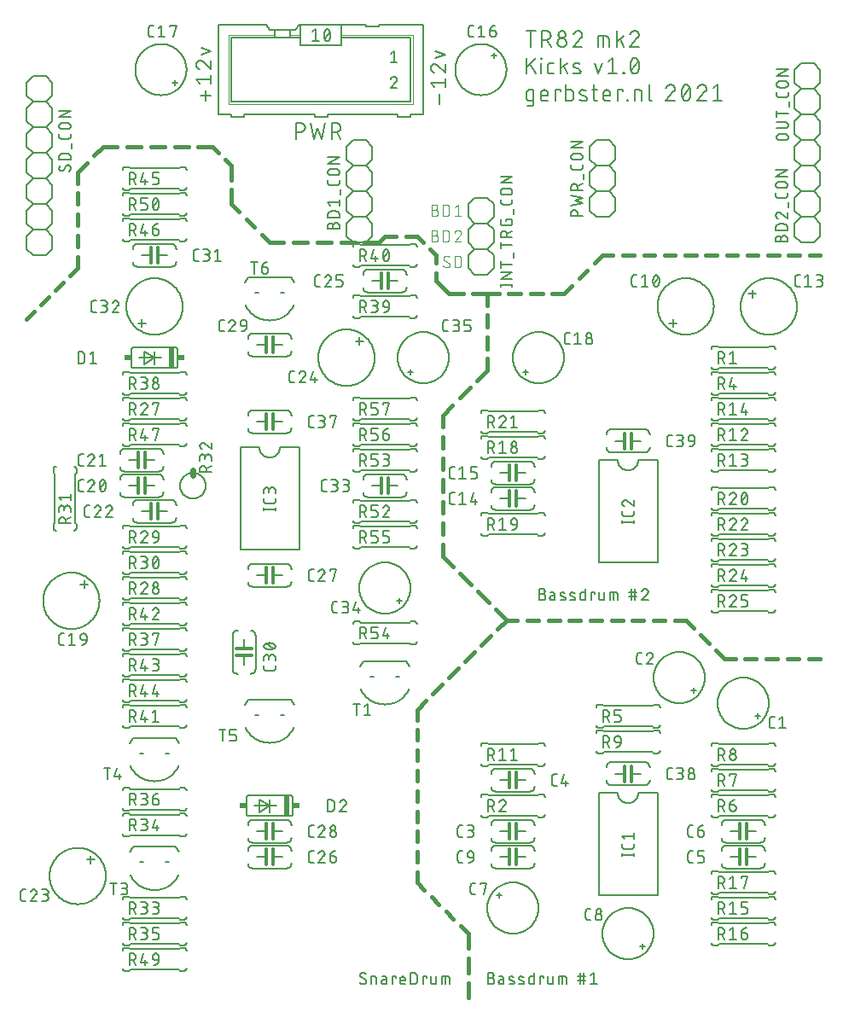
<source format=gto>
G04 EAGLE Gerber RS-274X export*
G75*
%MOMM*%
%FSLAX34Y34*%
%LPD*%
%INSilkscreen Top*%
%IPPOS*%
%AMOC8*
5,1,8,0,0,1.08239X$1,22.5*%
G01*
%ADD10C,0.177800*%
%ADD11C,0.406400*%
%ADD12C,0.127000*%
%ADD13C,0.101600*%
%ADD14C,0.152400*%
%ADD15C,0.304800*%
%ADD16C,0.609600*%
%ADD17R,0.508000X2.032000*%
%ADD18R,0.635000X0.508000*%
%ADD19C,0.050800*%


D10*
X190133Y902589D02*
X190133Y912580D01*
X195128Y907584D02*
X185138Y907584D01*
X184305Y919278D02*
X180975Y923441D01*
X195961Y923441D01*
X195961Y919278D02*
X195961Y927604D01*
X184722Y942470D02*
X184602Y942468D01*
X184482Y942462D01*
X184362Y942453D01*
X184243Y942439D01*
X184124Y942422D01*
X184006Y942401D01*
X183888Y942376D01*
X183772Y942347D01*
X183656Y942315D01*
X183541Y942279D01*
X183428Y942239D01*
X183316Y942196D01*
X183205Y942149D01*
X183096Y942099D01*
X182989Y942045D01*
X182883Y941988D01*
X182780Y941927D01*
X182678Y941863D01*
X182578Y941796D01*
X182481Y941726D01*
X182386Y941653D01*
X182293Y941576D01*
X182203Y941497D01*
X182115Y941415D01*
X182030Y941330D01*
X181948Y941242D01*
X181869Y941152D01*
X181792Y941059D01*
X181719Y940964D01*
X181649Y940867D01*
X181582Y940767D01*
X181518Y940665D01*
X181457Y940562D01*
X181400Y940456D01*
X181346Y940349D01*
X181296Y940240D01*
X181249Y940129D01*
X181206Y940017D01*
X181166Y939904D01*
X181130Y939789D01*
X181098Y939673D01*
X181069Y939557D01*
X181044Y939439D01*
X181023Y939321D01*
X181006Y939202D01*
X180992Y939083D01*
X180983Y938963D01*
X180977Y938843D01*
X180975Y938723D01*
X180977Y938585D01*
X180983Y938448D01*
X180993Y938311D01*
X181006Y938174D01*
X181024Y938038D01*
X181046Y937902D01*
X181071Y937766D01*
X181100Y937632D01*
X181133Y937499D01*
X181170Y937366D01*
X181211Y937235D01*
X181255Y937104D01*
X181303Y936976D01*
X181355Y936848D01*
X181411Y936722D01*
X181470Y936598D01*
X181532Y936475D01*
X181598Y936355D01*
X181667Y936236D01*
X181740Y936119D01*
X181816Y936005D01*
X181896Y935892D01*
X181978Y935782D01*
X182064Y935674D01*
X182152Y935569D01*
X182244Y935467D01*
X182338Y935367D01*
X182436Y935269D01*
X182536Y935175D01*
X182639Y935084D01*
X182744Y934995D01*
X182852Y934910D01*
X182962Y934827D01*
X183074Y934748D01*
X183189Y934672D01*
X183306Y934599D01*
X183425Y934530D01*
X183545Y934464D01*
X183668Y934402D01*
X183792Y934343D01*
X183918Y934288D01*
X184046Y934236D01*
X184175Y934188D01*
X184305Y934144D01*
X187636Y941221D02*
X187548Y941311D01*
X187457Y941397D01*
X187364Y941481D01*
X187268Y941562D01*
X187170Y941640D01*
X187070Y941714D01*
X186967Y941786D01*
X186862Y941854D01*
X186754Y941919D01*
X186645Y941981D01*
X186534Y942039D01*
X186422Y942093D01*
X186307Y942145D01*
X186191Y942192D01*
X186074Y942236D01*
X185955Y942276D01*
X185835Y942313D01*
X185714Y942346D01*
X185592Y942375D01*
X185470Y942400D01*
X185346Y942421D01*
X185222Y942439D01*
X185097Y942452D01*
X184972Y942462D01*
X184847Y942468D01*
X184722Y942470D01*
X187635Y941221D02*
X195961Y934144D01*
X195961Y942470D01*
X195961Y951686D02*
X185970Y948356D01*
X185970Y955016D02*
X195961Y951686D01*
X422797Y909174D02*
X422797Y899184D01*
X416969Y915873D02*
X413639Y920036D01*
X428625Y920036D01*
X428625Y915873D02*
X428625Y924199D01*
X417386Y939065D02*
X417266Y939063D01*
X417146Y939057D01*
X417026Y939048D01*
X416907Y939034D01*
X416788Y939017D01*
X416670Y938996D01*
X416552Y938971D01*
X416436Y938942D01*
X416320Y938910D01*
X416205Y938874D01*
X416092Y938834D01*
X415980Y938791D01*
X415869Y938744D01*
X415760Y938694D01*
X415653Y938640D01*
X415547Y938583D01*
X415444Y938522D01*
X415342Y938458D01*
X415242Y938391D01*
X415145Y938321D01*
X415050Y938248D01*
X414957Y938171D01*
X414867Y938092D01*
X414779Y938010D01*
X414694Y937925D01*
X414612Y937837D01*
X414533Y937747D01*
X414456Y937654D01*
X414383Y937559D01*
X414313Y937462D01*
X414246Y937362D01*
X414182Y937260D01*
X414121Y937157D01*
X414064Y937051D01*
X414010Y936944D01*
X413960Y936835D01*
X413913Y936724D01*
X413870Y936612D01*
X413830Y936499D01*
X413794Y936384D01*
X413762Y936268D01*
X413733Y936152D01*
X413708Y936034D01*
X413687Y935916D01*
X413670Y935797D01*
X413656Y935678D01*
X413647Y935558D01*
X413641Y935438D01*
X413639Y935318D01*
X413641Y935180D01*
X413647Y935043D01*
X413657Y934906D01*
X413670Y934769D01*
X413688Y934633D01*
X413710Y934497D01*
X413735Y934361D01*
X413764Y934227D01*
X413797Y934094D01*
X413834Y933961D01*
X413875Y933830D01*
X413919Y933699D01*
X413967Y933571D01*
X414019Y933443D01*
X414075Y933317D01*
X414134Y933193D01*
X414196Y933070D01*
X414262Y932950D01*
X414331Y932831D01*
X414404Y932714D01*
X414480Y932600D01*
X414560Y932487D01*
X414642Y932377D01*
X414728Y932269D01*
X414816Y932164D01*
X414908Y932062D01*
X415002Y931962D01*
X415100Y931864D01*
X415200Y931770D01*
X415303Y931679D01*
X415408Y931590D01*
X415516Y931505D01*
X415626Y931422D01*
X415738Y931343D01*
X415853Y931267D01*
X415970Y931194D01*
X416089Y931125D01*
X416209Y931059D01*
X416332Y930997D01*
X416456Y930938D01*
X416582Y930883D01*
X416710Y930831D01*
X416839Y930783D01*
X416969Y930739D01*
X420300Y937815D02*
X420212Y937905D01*
X420121Y937991D01*
X420028Y938075D01*
X419932Y938156D01*
X419834Y938234D01*
X419734Y938308D01*
X419631Y938380D01*
X419526Y938448D01*
X419418Y938513D01*
X419309Y938575D01*
X419198Y938633D01*
X419086Y938687D01*
X418971Y938739D01*
X418855Y938786D01*
X418738Y938830D01*
X418619Y938870D01*
X418499Y938907D01*
X418378Y938940D01*
X418256Y938969D01*
X418134Y938994D01*
X418010Y939015D01*
X417886Y939033D01*
X417761Y939046D01*
X417636Y939056D01*
X417511Y939062D01*
X417386Y939064D01*
X420299Y937816D02*
X428625Y930739D01*
X428625Y939064D01*
X428625Y948281D02*
X418634Y944951D01*
X418634Y951611D02*
X428625Y948281D01*
X513334Y955929D02*
X513334Y971931D01*
X508889Y971931D02*
X517779Y971931D01*
X524100Y971931D02*
X524100Y955929D01*
X524100Y971931D02*
X528545Y971931D01*
X528677Y971929D01*
X528808Y971923D01*
X528940Y971913D01*
X529071Y971900D01*
X529201Y971882D01*
X529331Y971861D01*
X529461Y971836D01*
X529589Y971807D01*
X529717Y971774D01*
X529843Y971737D01*
X529969Y971697D01*
X530093Y971653D01*
X530216Y971605D01*
X530337Y971554D01*
X530457Y971499D01*
X530575Y971441D01*
X530691Y971379D01*
X530805Y971313D01*
X530918Y971245D01*
X531028Y971173D01*
X531136Y971098D01*
X531242Y971019D01*
X531346Y970938D01*
X531447Y970853D01*
X531545Y970766D01*
X531641Y970675D01*
X531734Y970582D01*
X531825Y970486D01*
X531912Y970388D01*
X531997Y970287D01*
X532078Y970183D01*
X532157Y970077D01*
X532232Y969969D01*
X532304Y969859D01*
X532372Y969746D01*
X532438Y969632D01*
X532500Y969516D01*
X532558Y969398D01*
X532613Y969278D01*
X532664Y969157D01*
X532712Y969034D01*
X532756Y968910D01*
X532796Y968784D01*
X532833Y968658D01*
X532866Y968530D01*
X532895Y968402D01*
X532920Y968272D01*
X532941Y968142D01*
X532959Y968012D01*
X532972Y967881D01*
X532982Y967749D01*
X532988Y967618D01*
X532990Y967486D01*
X532988Y967354D01*
X532982Y967223D01*
X532972Y967091D01*
X532959Y966960D01*
X532941Y966830D01*
X532920Y966700D01*
X532895Y966570D01*
X532866Y966442D01*
X532833Y966314D01*
X532796Y966188D01*
X532756Y966062D01*
X532712Y965938D01*
X532664Y965815D01*
X532613Y965694D01*
X532558Y965574D01*
X532500Y965456D01*
X532438Y965340D01*
X532372Y965226D01*
X532304Y965113D01*
X532232Y965003D01*
X532157Y964895D01*
X532078Y964789D01*
X531997Y964685D01*
X531912Y964584D01*
X531825Y964486D01*
X531734Y964390D01*
X531641Y964297D01*
X531545Y964206D01*
X531447Y964119D01*
X531346Y964034D01*
X531242Y963953D01*
X531136Y963874D01*
X531028Y963799D01*
X530918Y963727D01*
X530805Y963659D01*
X530691Y963593D01*
X530575Y963531D01*
X530457Y963473D01*
X530337Y963418D01*
X530216Y963367D01*
X530093Y963319D01*
X529969Y963275D01*
X529843Y963235D01*
X529717Y963198D01*
X529589Y963165D01*
X529461Y963136D01*
X529331Y963111D01*
X529201Y963090D01*
X529071Y963072D01*
X528940Y963059D01*
X528808Y963049D01*
X528677Y963043D01*
X528545Y963041D01*
X524100Y963041D01*
X529434Y963041D02*
X532990Y955929D01*
X539630Y960374D02*
X539632Y960506D01*
X539638Y960637D01*
X539648Y960769D01*
X539661Y960900D01*
X539679Y961030D01*
X539700Y961160D01*
X539725Y961290D01*
X539754Y961418D01*
X539787Y961546D01*
X539824Y961672D01*
X539864Y961798D01*
X539908Y961922D01*
X539956Y962045D01*
X540007Y962166D01*
X540062Y962286D01*
X540120Y962404D01*
X540182Y962520D01*
X540248Y962634D01*
X540316Y962747D01*
X540388Y962857D01*
X540463Y962965D01*
X540542Y963071D01*
X540623Y963175D01*
X540708Y963276D01*
X540795Y963374D01*
X540886Y963470D01*
X540979Y963563D01*
X541075Y963654D01*
X541173Y963741D01*
X541274Y963826D01*
X541378Y963907D01*
X541484Y963986D01*
X541592Y964061D01*
X541702Y964133D01*
X541815Y964201D01*
X541929Y964267D01*
X542045Y964329D01*
X542163Y964387D01*
X542283Y964442D01*
X542404Y964493D01*
X542527Y964541D01*
X542651Y964585D01*
X542777Y964625D01*
X542903Y964662D01*
X543031Y964695D01*
X543159Y964724D01*
X543289Y964749D01*
X543419Y964770D01*
X543549Y964788D01*
X543680Y964801D01*
X543812Y964811D01*
X543943Y964817D01*
X544075Y964819D01*
X544207Y964817D01*
X544338Y964811D01*
X544470Y964801D01*
X544601Y964788D01*
X544731Y964770D01*
X544861Y964749D01*
X544991Y964724D01*
X545119Y964695D01*
X545247Y964662D01*
X545373Y964625D01*
X545499Y964585D01*
X545623Y964541D01*
X545746Y964493D01*
X545867Y964442D01*
X545987Y964387D01*
X546105Y964329D01*
X546221Y964267D01*
X546335Y964201D01*
X546448Y964133D01*
X546558Y964061D01*
X546666Y963986D01*
X546772Y963907D01*
X546876Y963826D01*
X546977Y963741D01*
X547075Y963654D01*
X547171Y963563D01*
X547264Y963470D01*
X547355Y963374D01*
X547442Y963276D01*
X547527Y963175D01*
X547608Y963071D01*
X547687Y962965D01*
X547762Y962857D01*
X547834Y962747D01*
X547902Y962634D01*
X547968Y962520D01*
X548030Y962404D01*
X548088Y962286D01*
X548143Y962166D01*
X548194Y962045D01*
X548242Y961922D01*
X548286Y961798D01*
X548326Y961672D01*
X548363Y961546D01*
X548396Y961418D01*
X548425Y961290D01*
X548450Y961160D01*
X548471Y961030D01*
X548489Y960900D01*
X548502Y960769D01*
X548512Y960637D01*
X548518Y960506D01*
X548520Y960374D01*
X548518Y960242D01*
X548512Y960111D01*
X548502Y959979D01*
X548489Y959848D01*
X548471Y959718D01*
X548450Y959588D01*
X548425Y959458D01*
X548396Y959330D01*
X548363Y959202D01*
X548326Y959076D01*
X548286Y958950D01*
X548242Y958826D01*
X548194Y958703D01*
X548143Y958582D01*
X548088Y958462D01*
X548030Y958344D01*
X547968Y958228D01*
X547902Y958114D01*
X547834Y958001D01*
X547762Y957891D01*
X547687Y957783D01*
X547608Y957677D01*
X547527Y957573D01*
X547442Y957472D01*
X547355Y957374D01*
X547264Y957278D01*
X547171Y957185D01*
X547075Y957094D01*
X546977Y957007D01*
X546876Y956922D01*
X546772Y956841D01*
X546666Y956762D01*
X546558Y956687D01*
X546448Y956615D01*
X546335Y956547D01*
X546221Y956481D01*
X546105Y956419D01*
X545987Y956361D01*
X545867Y956306D01*
X545746Y956255D01*
X545623Y956207D01*
X545499Y956163D01*
X545373Y956123D01*
X545247Y956086D01*
X545119Y956053D01*
X544991Y956024D01*
X544861Y955999D01*
X544731Y955978D01*
X544601Y955960D01*
X544470Y955947D01*
X544338Y955937D01*
X544207Y955931D01*
X544075Y955929D01*
X543943Y955931D01*
X543812Y955937D01*
X543680Y955947D01*
X543549Y955960D01*
X543419Y955978D01*
X543289Y955999D01*
X543159Y956024D01*
X543031Y956053D01*
X542903Y956086D01*
X542777Y956123D01*
X542651Y956163D01*
X542527Y956207D01*
X542404Y956255D01*
X542283Y956306D01*
X542163Y956361D01*
X542045Y956419D01*
X541929Y956481D01*
X541815Y956547D01*
X541702Y956615D01*
X541592Y956687D01*
X541484Y956762D01*
X541378Y956841D01*
X541274Y956922D01*
X541173Y957007D01*
X541075Y957094D01*
X540979Y957185D01*
X540886Y957278D01*
X540795Y957374D01*
X540708Y957472D01*
X540623Y957573D01*
X540542Y957677D01*
X540463Y957783D01*
X540388Y957891D01*
X540316Y958001D01*
X540248Y958114D01*
X540182Y958228D01*
X540120Y958344D01*
X540062Y958462D01*
X540007Y958582D01*
X539956Y958703D01*
X539908Y958826D01*
X539864Y958950D01*
X539824Y959076D01*
X539787Y959202D01*
X539754Y959330D01*
X539725Y959458D01*
X539700Y959588D01*
X539679Y959718D01*
X539661Y959848D01*
X539648Y959979D01*
X539638Y960111D01*
X539632Y960242D01*
X539630Y960374D01*
X540519Y968375D02*
X540521Y968493D01*
X540527Y968610D01*
X540536Y968727D01*
X540550Y968844D01*
X540567Y968960D01*
X540589Y969076D01*
X540614Y969191D01*
X540643Y969305D01*
X540675Y969418D01*
X540712Y969530D01*
X540752Y969640D01*
X540795Y969749D01*
X540843Y969857D01*
X540893Y969963D01*
X540948Y970067D01*
X541005Y970170D01*
X541066Y970270D01*
X541131Y970369D01*
X541198Y970465D01*
X541269Y970559D01*
X541343Y970651D01*
X541419Y970740D01*
X541499Y970826D01*
X541581Y970910D01*
X541667Y970991D01*
X541754Y971069D01*
X541845Y971145D01*
X541938Y971217D01*
X542033Y971286D01*
X542130Y971352D01*
X542230Y971415D01*
X542331Y971474D01*
X542434Y971530D01*
X542540Y971582D01*
X542647Y971631D01*
X542755Y971677D01*
X542865Y971719D01*
X542976Y971757D01*
X543089Y971791D01*
X543202Y971822D01*
X543317Y971849D01*
X543432Y971872D01*
X543548Y971892D01*
X543664Y971907D01*
X543781Y971919D01*
X543899Y971927D01*
X544016Y971931D01*
X544134Y971931D01*
X544251Y971927D01*
X544369Y971919D01*
X544486Y971907D01*
X544602Y971892D01*
X544718Y971872D01*
X544833Y971849D01*
X544948Y971822D01*
X545061Y971791D01*
X545174Y971757D01*
X545285Y971719D01*
X545395Y971677D01*
X545503Y971631D01*
X545610Y971582D01*
X545716Y971530D01*
X545819Y971474D01*
X545920Y971415D01*
X546020Y971352D01*
X546117Y971286D01*
X546212Y971217D01*
X546305Y971145D01*
X546396Y971069D01*
X546483Y970991D01*
X546569Y970910D01*
X546651Y970826D01*
X546731Y970740D01*
X546807Y970651D01*
X546881Y970559D01*
X546952Y970465D01*
X547019Y970369D01*
X547084Y970270D01*
X547145Y970170D01*
X547202Y970067D01*
X547257Y969963D01*
X547307Y969857D01*
X547355Y969749D01*
X547398Y969640D01*
X547438Y969530D01*
X547475Y969418D01*
X547507Y969305D01*
X547536Y969191D01*
X547561Y969076D01*
X547583Y968960D01*
X547600Y968844D01*
X547614Y968727D01*
X547623Y968610D01*
X547629Y968493D01*
X547631Y968375D01*
X547629Y968257D01*
X547623Y968140D01*
X547614Y968023D01*
X547600Y967906D01*
X547583Y967790D01*
X547561Y967674D01*
X547536Y967559D01*
X547507Y967445D01*
X547475Y967332D01*
X547438Y967220D01*
X547398Y967110D01*
X547355Y967001D01*
X547307Y966893D01*
X547257Y966787D01*
X547202Y966683D01*
X547145Y966580D01*
X547084Y966480D01*
X547019Y966381D01*
X546952Y966285D01*
X546881Y966191D01*
X546807Y966099D01*
X546731Y966010D01*
X546651Y965924D01*
X546569Y965840D01*
X546483Y965759D01*
X546396Y965681D01*
X546305Y965605D01*
X546212Y965533D01*
X546117Y965464D01*
X546020Y965398D01*
X545920Y965335D01*
X545819Y965276D01*
X545716Y965220D01*
X545610Y965168D01*
X545503Y965119D01*
X545395Y965073D01*
X545285Y965031D01*
X545174Y964993D01*
X545061Y964959D01*
X544948Y964928D01*
X544833Y964901D01*
X544718Y964878D01*
X544602Y964858D01*
X544486Y964843D01*
X544369Y964831D01*
X544251Y964823D01*
X544134Y964819D01*
X544016Y964819D01*
X543899Y964823D01*
X543781Y964831D01*
X543664Y964843D01*
X543548Y964858D01*
X543432Y964878D01*
X543317Y964901D01*
X543202Y964928D01*
X543089Y964959D01*
X542976Y964993D01*
X542865Y965031D01*
X542755Y965073D01*
X542647Y965119D01*
X542540Y965168D01*
X542434Y965220D01*
X542331Y965276D01*
X542230Y965335D01*
X542130Y965398D01*
X542033Y965464D01*
X541938Y965533D01*
X541845Y965605D01*
X541754Y965681D01*
X541667Y965759D01*
X541581Y965840D01*
X541499Y965924D01*
X541419Y966010D01*
X541343Y966099D01*
X541269Y966191D01*
X541198Y966285D01*
X541131Y966381D01*
X541066Y966480D01*
X541005Y966580D01*
X540948Y966683D01*
X540893Y966787D01*
X540843Y966893D01*
X540795Y967001D01*
X540752Y967110D01*
X540712Y967220D01*
X540675Y967332D01*
X540643Y967445D01*
X540614Y967559D01*
X540589Y967674D01*
X540567Y967790D01*
X540550Y967906D01*
X540536Y968023D01*
X540527Y968140D01*
X540521Y968257D01*
X540519Y968375D01*
X560151Y971932D02*
X560277Y971930D01*
X560402Y971924D01*
X560528Y971914D01*
X560652Y971900D01*
X560777Y971883D01*
X560901Y971861D01*
X561024Y971836D01*
X561146Y971806D01*
X561267Y971773D01*
X561387Y971736D01*
X561506Y971695D01*
X561624Y971651D01*
X561740Y971603D01*
X561855Y971551D01*
X561967Y971496D01*
X562078Y971437D01*
X562188Y971375D01*
X562295Y971309D01*
X562400Y971240D01*
X562503Y971168D01*
X562603Y971092D01*
X562701Y971014D01*
X562797Y970932D01*
X562890Y970848D01*
X562980Y970760D01*
X563068Y970670D01*
X563152Y970577D01*
X563234Y970481D01*
X563312Y970383D01*
X563388Y970283D01*
X563460Y970180D01*
X563529Y970075D01*
X563595Y969968D01*
X563657Y969858D01*
X563716Y969747D01*
X563771Y969635D01*
X563823Y969520D01*
X563871Y969404D01*
X563915Y969286D01*
X563956Y969167D01*
X563993Y969047D01*
X564026Y968926D01*
X564056Y968804D01*
X564081Y968681D01*
X564103Y968557D01*
X564120Y968432D01*
X564134Y968308D01*
X564144Y968182D01*
X564150Y968057D01*
X564152Y967931D01*
X560151Y971931D02*
X560010Y971929D01*
X559870Y971923D01*
X559730Y971914D01*
X559590Y971900D01*
X559451Y971883D01*
X559312Y971862D01*
X559173Y971837D01*
X559036Y971809D01*
X558899Y971776D01*
X558763Y971740D01*
X558628Y971700D01*
X558495Y971657D01*
X558362Y971610D01*
X558231Y971559D01*
X558102Y971505D01*
X557974Y971447D01*
X557847Y971386D01*
X557722Y971321D01*
X557600Y971253D01*
X557479Y971182D01*
X557359Y971107D01*
X557243Y971029D01*
X557128Y970948D01*
X557015Y970864D01*
X556905Y970776D01*
X556797Y970686D01*
X556692Y970593D01*
X556590Y970497D01*
X556490Y970398D01*
X556392Y970297D01*
X556298Y970193D01*
X556206Y970086D01*
X556118Y969977D01*
X556032Y969866D01*
X555950Y969752D01*
X555870Y969636D01*
X555794Y969518D01*
X555721Y969398D01*
X555652Y969276D01*
X555585Y969152D01*
X555522Y969026D01*
X555463Y968899D01*
X555407Y968770D01*
X555355Y968640D01*
X555306Y968508D01*
X555261Y968375D01*
X562818Y964819D02*
X562910Y964910D01*
X563000Y965003D01*
X563086Y965098D01*
X563170Y965196D01*
X563250Y965297D01*
X563328Y965400D01*
X563402Y965505D01*
X563473Y965613D01*
X563541Y965722D01*
X563605Y965834D01*
X563667Y965947D01*
X563724Y966062D01*
X563779Y966179D01*
X563830Y966298D01*
X563877Y966418D01*
X563920Y966539D01*
X563960Y966661D01*
X563996Y966785D01*
X564029Y966910D01*
X564058Y967035D01*
X564083Y967162D01*
X564104Y967289D01*
X564121Y967417D01*
X564135Y967545D01*
X564144Y967673D01*
X564150Y967802D01*
X564152Y967931D01*
X562818Y964819D02*
X555262Y955929D01*
X564152Y955929D01*
X579904Y955929D02*
X579904Y966597D01*
X587905Y966597D01*
X588007Y966595D01*
X588109Y966589D01*
X588211Y966579D01*
X588312Y966566D01*
X588413Y966548D01*
X588513Y966527D01*
X588612Y966502D01*
X588710Y966473D01*
X588806Y966440D01*
X588902Y966404D01*
X588996Y966364D01*
X589088Y966320D01*
X589179Y966273D01*
X589268Y966222D01*
X589355Y966169D01*
X589439Y966111D01*
X589522Y966051D01*
X589602Y965988D01*
X589679Y965921D01*
X589754Y965852D01*
X589827Y965779D01*
X589896Y965704D01*
X589963Y965627D01*
X590026Y965547D01*
X590086Y965464D01*
X590144Y965380D01*
X590197Y965293D01*
X590248Y965204D01*
X590295Y965113D01*
X590339Y965021D01*
X590379Y964927D01*
X590415Y964831D01*
X590448Y964735D01*
X590477Y964637D01*
X590502Y964538D01*
X590523Y964438D01*
X590541Y964337D01*
X590554Y964236D01*
X590564Y964134D01*
X590570Y964032D01*
X590572Y963930D01*
X590572Y955929D01*
X585238Y955929D02*
X585238Y966597D01*
X598541Y971931D02*
X598541Y955929D01*
X598541Y961263D02*
X605653Y966597D01*
X601652Y963486D02*
X605653Y955929D01*
X620425Y967931D02*
X620423Y968057D01*
X620417Y968182D01*
X620407Y968308D01*
X620393Y968432D01*
X620376Y968557D01*
X620354Y968681D01*
X620329Y968804D01*
X620299Y968926D01*
X620266Y969047D01*
X620229Y969167D01*
X620188Y969286D01*
X620144Y969404D01*
X620096Y969520D01*
X620044Y969635D01*
X619989Y969747D01*
X619930Y969858D01*
X619868Y969968D01*
X619802Y970075D01*
X619733Y970180D01*
X619661Y970283D01*
X619585Y970383D01*
X619507Y970481D01*
X619425Y970577D01*
X619341Y970670D01*
X619253Y970760D01*
X619163Y970848D01*
X619070Y970932D01*
X618974Y971014D01*
X618876Y971092D01*
X618776Y971168D01*
X618673Y971240D01*
X618568Y971309D01*
X618461Y971375D01*
X618351Y971437D01*
X618240Y971496D01*
X618128Y971551D01*
X618013Y971603D01*
X617897Y971651D01*
X617779Y971695D01*
X617660Y971736D01*
X617540Y971773D01*
X617419Y971806D01*
X617297Y971836D01*
X617174Y971861D01*
X617050Y971883D01*
X616925Y971900D01*
X616801Y971914D01*
X616675Y971924D01*
X616550Y971930D01*
X616424Y971932D01*
X616424Y971931D02*
X616283Y971929D01*
X616143Y971923D01*
X616003Y971914D01*
X615863Y971900D01*
X615724Y971883D01*
X615585Y971862D01*
X615446Y971837D01*
X615309Y971809D01*
X615172Y971776D01*
X615036Y971740D01*
X614901Y971700D01*
X614768Y971657D01*
X614635Y971610D01*
X614504Y971559D01*
X614375Y971505D01*
X614247Y971447D01*
X614120Y971386D01*
X613995Y971321D01*
X613873Y971253D01*
X613752Y971182D01*
X613632Y971107D01*
X613516Y971029D01*
X613401Y970948D01*
X613288Y970864D01*
X613178Y970776D01*
X613070Y970686D01*
X612965Y970593D01*
X612863Y970497D01*
X612763Y970398D01*
X612665Y970297D01*
X612571Y970193D01*
X612479Y970086D01*
X612391Y969977D01*
X612305Y969866D01*
X612223Y969752D01*
X612143Y969636D01*
X612067Y969518D01*
X611994Y969398D01*
X611925Y969276D01*
X611858Y969152D01*
X611795Y969026D01*
X611736Y968899D01*
X611680Y968770D01*
X611628Y968640D01*
X611579Y968508D01*
X611534Y968375D01*
X619090Y964819D02*
X619182Y964910D01*
X619272Y965003D01*
X619358Y965098D01*
X619442Y965196D01*
X619522Y965297D01*
X619600Y965400D01*
X619674Y965505D01*
X619745Y965613D01*
X619813Y965722D01*
X619877Y965834D01*
X619939Y965947D01*
X619996Y966062D01*
X620051Y966179D01*
X620102Y966298D01*
X620149Y966418D01*
X620192Y966539D01*
X620232Y966661D01*
X620268Y966785D01*
X620301Y966910D01*
X620330Y967035D01*
X620355Y967162D01*
X620376Y967289D01*
X620393Y967417D01*
X620407Y967545D01*
X620416Y967673D01*
X620422Y967802D01*
X620424Y967931D01*
X619091Y964819D02*
X611534Y955929D01*
X620424Y955929D01*
X508889Y945261D02*
X508889Y929259D01*
X508889Y935482D02*
X517779Y945261D01*
X512445Y939038D02*
X517779Y929259D01*
X523522Y929259D02*
X523522Y939927D01*
X523078Y944372D02*
X523078Y945261D01*
X523967Y945261D01*
X523967Y944372D01*
X523078Y944372D01*
X532553Y929259D02*
X536109Y929259D01*
X532553Y929259D02*
X532451Y929261D01*
X532349Y929267D01*
X532247Y929277D01*
X532146Y929290D01*
X532045Y929308D01*
X531945Y929329D01*
X531846Y929354D01*
X531748Y929383D01*
X531652Y929416D01*
X531556Y929452D01*
X531462Y929492D01*
X531370Y929536D01*
X531279Y929583D01*
X531190Y929634D01*
X531103Y929687D01*
X531019Y929745D01*
X530936Y929805D01*
X530856Y929868D01*
X530779Y929935D01*
X530704Y930004D01*
X530631Y930077D01*
X530562Y930152D01*
X530495Y930229D01*
X530432Y930309D01*
X530372Y930392D01*
X530314Y930476D01*
X530261Y930563D01*
X530210Y930652D01*
X530163Y930743D01*
X530119Y930835D01*
X530079Y930929D01*
X530043Y931025D01*
X530010Y931121D01*
X529981Y931219D01*
X529956Y931318D01*
X529935Y931418D01*
X529917Y931519D01*
X529904Y931620D01*
X529894Y931722D01*
X529888Y931824D01*
X529886Y931926D01*
X529886Y937260D01*
X529888Y937362D01*
X529894Y937464D01*
X529904Y937566D01*
X529917Y937667D01*
X529935Y937768D01*
X529956Y937868D01*
X529981Y937967D01*
X530010Y938065D01*
X530043Y938161D01*
X530079Y938257D01*
X530119Y938351D01*
X530163Y938443D01*
X530210Y938534D01*
X530261Y938623D01*
X530314Y938710D01*
X530372Y938794D01*
X530432Y938877D01*
X530495Y938957D01*
X530562Y939034D01*
X530631Y939109D01*
X530704Y939182D01*
X530779Y939251D01*
X530856Y939318D01*
X530936Y939381D01*
X531019Y939441D01*
X531103Y939499D01*
X531190Y939552D01*
X531279Y939603D01*
X531370Y939650D01*
X531462Y939694D01*
X531556Y939734D01*
X531652Y939770D01*
X531748Y939803D01*
X531846Y939832D01*
X531945Y939857D01*
X532045Y939878D01*
X532146Y939896D01*
X532247Y939909D01*
X532349Y939919D01*
X532451Y939925D01*
X532553Y939927D01*
X536109Y939927D01*
X542557Y945261D02*
X542557Y929259D01*
X542557Y934593D02*
X549669Y939927D01*
X545669Y936816D02*
X549669Y929259D01*
X556731Y935482D02*
X561176Y933704D01*
X556731Y935482D02*
X556643Y935519D01*
X556557Y935560D01*
X556472Y935604D01*
X556390Y935652D01*
X556309Y935704D01*
X556231Y935758D01*
X556155Y935816D01*
X556081Y935877D01*
X556010Y935941D01*
X555942Y936007D01*
X555877Y936077D01*
X555814Y936149D01*
X555755Y936224D01*
X555698Y936301D01*
X555645Y936380D01*
X555595Y936462D01*
X555549Y936545D01*
X555506Y936630D01*
X555467Y936718D01*
X555431Y936806D01*
X555399Y936896D01*
X555371Y936987D01*
X555347Y937080D01*
X555326Y937173D01*
X555310Y937267D01*
X555297Y937361D01*
X555288Y937457D01*
X555283Y937552D01*
X555282Y937647D01*
X555285Y937743D01*
X555292Y937838D01*
X555303Y937933D01*
X555318Y938027D01*
X555337Y938121D01*
X555359Y938214D01*
X555386Y938305D01*
X555416Y938396D01*
X555450Y938485D01*
X555487Y938573D01*
X555528Y938659D01*
X555573Y938743D01*
X555621Y938826D01*
X555673Y938906D01*
X555728Y938984D01*
X555786Y939060D01*
X555847Y939134D01*
X555911Y939204D01*
X555978Y939272D01*
X556048Y939338D01*
X556120Y939400D01*
X556195Y939459D01*
X556272Y939515D01*
X556352Y939568D01*
X556433Y939617D01*
X556517Y939664D01*
X556602Y939706D01*
X556690Y939745D01*
X556778Y939780D01*
X556868Y939812D01*
X556960Y939840D01*
X557052Y939864D01*
X557145Y939884D01*
X557239Y939901D01*
X557334Y939913D01*
X557429Y939922D01*
X557524Y939926D01*
X557620Y939927D01*
X557619Y939927D02*
X557862Y939921D01*
X558104Y939908D01*
X558346Y939890D01*
X558588Y939866D01*
X558829Y939837D01*
X559069Y939801D01*
X559308Y939760D01*
X559546Y939713D01*
X559783Y939661D01*
X560019Y939602D01*
X560253Y939538D01*
X560486Y939469D01*
X560717Y939393D01*
X560946Y939313D01*
X561172Y939227D01*
X561397Y939135D01*
X561620Y939038D01*
X561176Y933704D02*
X561264Y933667D01*
X561350Y933626D01*
X561435Y933582D01*
X561517Y933534D01*
X561598Y933482D01*
X561676Y933428D01*
X561752Y933370D01*
X561826Y933309D01*
X561897Y933245D01*
X561965Y933179D01*
X562030Y933109D01*
X562093Y933037D01*
X562152Y932962D01*
X562209Y932885D01*
X562262Y932806D01*
X562312Y932724D01*
X562358Y932641D01*
X562401Y932556D01*
X562440Y932468D01*
X562476Y932380D01*
X562508Y932290D01*
X562536Y932199D01*
X562560Y932106D01*
X562581Y932013D01*
X562597Y931919D01*
X562610Y931825D01*
X562619Y931729D01*
X562624Y931634D01*
X562625Y931539D01*
X562622Y931443D01*
X562615Y931348D01*
X562604Y931253D01*
X562589Y931159D01*
X562570Y931065D01*
X562548Y930972D01*
X562521Y930881D01*
X562491Y930790D01*
X562457Y930701D01*
X562420Y930613D01*
X562379Y930527D01*
X562334Y930443D01*
X562286Y930360D01*
X562234Y930280D01*
X562179Y930202D01*
X562121Y930126D01*
X562060Y930052D01*
X561996Y929982D01*
X561929Y929914D01*
X561859Y929848D01*
X561787Y929786D01*
X561712Y929727D01*
X561635Y929671D01*
X561555Y929618D01*
X561474Y929569D01*
X561390Y929522D01*
X561305Y929480D01*
X561217Y929441D01*
X561129Y929406D01*
X561039Y929374D01*
X560947Y929346D01*
X560855Y929322D01*
X560762Y929302D01*
X560668Y929285D01*
X560573Y929273D01*
X560478Y929264D01*
X560383Y929260D01*
X560287Y929259D01*
X560287Y929260D02*
X559930Y929269D01*
X559574Y929287D01*
X559218Y929313D01*
X558863Y929347D01*
X558509Y929390D01*
X558157Y929442D01*
X557805Y929501D01*
X557455Y929569D01*
X557107Y929645D01*
X556760Y929730D01*
X556416Y929822D01*
X556074Y929923D01*
X555734Y930032D01*
X555397Y930149D01*
X576760Y939927D02*
X580316Y929259D01*
X583872Y939927D01*
X589939Y941705D02*
X594384Y945261D01*
X594384Y929259D01*
X589939Y929259D02*
X598829Y929259D01*
X604881Y929259D02*
X604881Y930148D01*
X605770Y930148D01*
X605770Y929259D01*
X604881Y929259D01*
X611822Y937260D02*
X611826Y937575D01*
X611837Y937889D01*
X611856Y938204D01*
X611882Y938517D01*
X611916Y938830D01*
X611957Y939142D01*
X612006Y939453D01*
X612062Y939763D01*
X612125Y940072D01*
X612196Y940378D01*
X612274Y940683D01*
X612359Y940986D01*
X612452Y941287D01*
X612552Y941586D01*
X612659Y941882D01*
X612772Y942176D01*
X612893Y942466D01*
X613021Y942754D01*
X613156Y943039D01*
X613157Y943039D02*
X613195Y943145D01*
X613238Y943250D01*
X613283Y943354D01*
X613333Y943456D01*
X613386Y943556D01*
X613442Y943655D01*
X613502Y943751D01*
X613565Y943845D01*
X613631Y943937D01*
X613700Y944027D01*
X613772Y944114D01*
X613848Y944199D01*
X613926Y944281D01*
X614007Y944360D01*
X614090Y944437D01*
X614177Y944510D01*
X614265Y944581D01*
X614356Y944648D01*
X614450Y944713D01*
X614545Y944774D01*
X614643Y944831D01*
X614742Y944886D01*
X614843Y944936D01*
X614946Y944984D01*
X615051Y945028D01*
X615157Y945068D01*
X615264Y945104D01*
X615373Y945137D01*
X615482Y945166D01*
X615593Y945191D01*
X615704Y945212D01*
X615816Y945230D01*
X615929Y945243D01*
X616042Y945253D01*
X616155Y945259D01*
X616268Y945261D01*
X616381Y945259D01*
X616494Y945253D01*
X616607Y945243D01*
X616720Y945230D01*
X616832Y945212D01*
X616943Y945191D01*
X617054Y945166D01*
X617163Y945137D01*
X617272Y945104D01*
X617379Y945068D01*
X617485Y945028D01*
X617590Y944984D01*
X617693Y944936D01*
X617794Y944886D01*
X617893Y944831D01*
X617991Y944774D01*
X618086Y944713D01*
X618180Y944648D01*
X618271Y944581D01*
X618359Y944510D01*
X618446Y944437D01*
X618529Y944360D01*
X618610Y944281D01*
X618688Y944199D01*
X618764Y944114D01*
X618836Y944027D01*
X618905Y943937D01*
X618971Y943845D01*
X619034Y943751D01*
X619094Y943655D01*
X619150Y943556D01*
X619203Y943456D01*
X619253Y943354D01*
X619298Y943250D01*
X619341Y943145D01*
X619379Y943039D01*
X619514Y942754D01*
X619642Y942466D01*
X619763Y942176D01*
X619876Y941882D01*
X619983Y941586D01*
X620083Y941287D01*
X620176Y940986D01*
X620261Y940683D01*
X620339Y940378D01*
X620410Y940072D01*
X620473Y939763D01*
X620529Y939453D01*
X620578Y939142D01*
X620619Y938830D01*
X620653Y938517D01*
X620679Y938204D01*
X620698Y937889D01*
X620709Y937575D01*
X620713Y937260D01*
X611822Y937260D02*
X611826Y936945D01*
X611837Y936631D01*
X611856Y936316D01*
X611882Y936003D01*
X611916Y935690D01*
X611957Y935378D01*
X612006Y935067D01*
X612062Y934757D01*
X612125Y934448D01*
X612196Y934142D01*
X612274Y933837D01*
X612359Y933534D01*
X612452Y933233D01*
X612552Y932934D01*
X612659Y932638D01*
X612772Y932344D01*
X612893Y932054D01*
X613021Y931766D01*
X613156Y931481D01*
X613157Y931481D02*
X613195Y931375D01*
X613238Y931270D01*
X613283Y931166D01*
X613333Y931064D01*
X613386Y930964D01*
X613442Y930865D01*
X613502Y930769D01*
X613565Y930675D01*
X613631Y930583D01*
X613700Y930493D01*
X613772Y930406D01*
X613848Y930321D01*
X613926Y930239D01*
X614007Y930160D01*
X614090Y930083D01*
X614177Y930010D01*
X614265Y929939D01*
X614356Y929872D01*
X614450Y929807D01*
X614545Y929746D01*
X614643Y929689D01*
X614742Y929634D01*
X614843Y929584D01*
X614946Y929536D01*
X615051Y929492D01*
X615157Y929452D01*
X615264Y929416D01*
X615373Y929383D01*
X615482Y929354D01*
X615593Y929329D01*
X615704Y929308D01*
X615816Y929290D01*
X615929Y929277D01*
X616042Y929267D01*
X616155Y929261D01*
X616268Y929259D01*
X619379Y931481D02*
X619514Y931766D01*
X619642Y932054D01*
X619763Y932344D01*
X619876Y932638D01*
X619983Y932934D01*
X620083Y933233D01*
X620176Y933534D01*
X620261Y933837D01*
X620339Y934142D01*
X620410Y934448D01*
X620473Y934757D01*
X620529Y935067D01*
X620578Y935378D01*
X620619Y935690D01*
X620653Y936003D01*
X620679Y936316D01*
X620698Y936631D01*
X620709Y936945D01*
X620713Y937260D01*
X619379Y931481D02*
X619341Y931375D01*
X619298Y931270D01*
X619253Y931166D01*
X619203Y931064D01*
X619150Y930964D01*
X619094Y930865D01*
X619034Y930769D01*
X618971Y930675D01*
X618905Y930583D01*
X618836Y930493D01*
X618764Y930406D01*
X618688Y930321D01*
X618610Y930239D01*
X618529Y930160D01*
X618446Y930083D01*
X618359Y930010D01*
X618271Y929939D01*
X618180Y929872D01*
X618086Y929807D01*
X617991Y929746D01*
X617893Y929689D01*
X617794Y929634D01*
X617693Y929584D01*
X617590Y929536D01*
X617485Y929492D01*
X617379Y929452D01*
X617272Y929416D01*
X617163Y929383D01*
X617054Y929354D01*
X616943Y929329D01*
X616832Y929308D01*
X616720Y929290D01*
X616607Y929277D01*
X616494Y929267D01*
X616381Y929261D01*
X616268Y929259D01*
X612712Y932815D02*
X619824Y941705D01*
X516001Y902589D02*
X511556Y902589D01*
X511454Y902591D01*
X511352Y902597D01*
X511250Y902607D01*
X511149Y902620D01*
X511048Y902638D01*
X510948Y902659D01*
X510849Y902684D01*
X510751Y902713D01*
X510655Y902746D01*
X510559Y902782D01*
X510465Y902822D01*
X510373Y902866D01*
X510282Y902913D01*
X510193Y902964D01*
X510106Y903017D01*
X510022Y903075D01*
X509939Y903135D01*
X509859Y903198D01*
X509782Y903265D01*
X509707Y903334D01*
X509634Y903407D01*
X509565Y903482D01*
X509498Y903559D01*
X509435Y903639D01*
X509375Y903722D01*
X509317Y903806D01*
X509264Y903893D01*
X509213Y903982D01*
X509166Y904073D01*
X509122Y904165D01*
X509082Y904259D01*
X509046Y904355D01*
X509013Y904451D01*
X508984Y904549D01*
X508959Y904648D01*
X508938Y904748D01*
X508920Y904849D01*
X508907Y904950D01*
X508897Y905052D01*
X508891Y905154D01*
X508889Y905256D01*
X508889Y910590D01*
X508891Y910692D01*
X508897Y910794D01*
X508907Y910896D01*
X508920Y910997D01*
X508938Y911098D01*
X508959Y911198D01*
X508984Y911297D01*
X509013Y911395D01*
X509046Y911491D01*
X509082Y911587D01*
X509122Y911681D01*
X509166Y911773D01*
X509213Y911864D01*
X509264Y911953D01*
X509317Y912040D01*
X509375Y912124D01*
X509435Y912207D01*
X509498Y912287D01*
X509565Y912364D01*
X509634Y912439D01*
X509707Y912512D01*
X509782Y912581D01*
X509859Y912648D01*
X509939Y912711D01*
X510022Y912771D01*
X510106Y912829D01*
X510193Y912882D01*
X510282Y912933D01*
X510373Y912980D01*
X510465Y913024D01*
X510559Y913064D01*
X510655Y913100D01*
X510751Y913133D01*
X510849Y913162D01*
X510948Y913187D01*
X511048Y913208D01*
X511149Y913226D01*
X511250Y913239D01*
X511352Y913249D01*
X511454Y913255D01*
X511556Y913257D01*
X516001Y913257D01*
X516001Y899922D01*
X515999Y899820D01*
X515993Y899718D01*
X515983Y899616D01*
X515970Y899515D01*
X515952Y899414D01*
X515931Y899314D01*
X515906Y899215D01*
X515877Y899117D01*
X515844Y899021D01*
X515808Y898925D01*
X515768Y898831D01*
X515724Y898739D01*
X515677Y898648D01*
X515626Y898559D01*
X515573Y898472D01*
X515515Y898388D01*
X515455Y898305D01*
X515392Y898225D01*
X515325Y898148D01*
X515256Y898073D01*
X515183Y898000D01*
X515108Y897931D01*
X515031Y897864D01*
X514951Y897801D01*
X514868Y897741D01*
X514784Y897683D01*
X514697Y897630D01*
X514608Y897579D01*
X514517Y897532D01*
X514425Y897488D01*
X514331Y897448D01*
X514235Y897412D01*
X514139Y897379D01*
X514041Y897350D01*
X513942Y897325D01*
X513842Y897304D01*
X513741Y897286D01*
X513640Y897273D01*
X513538Y897263D01*
X513436Y897257D01*
X513334Y897255D01*
X509778Y897255D01*
X525705Y902589D02*
X530150Y902589D01*
X525705Y902589D02*
X525603Y902591D01*
X525501Y902597D01*
X525399Y902607D01*
X525298Y902620D01*
X525197Y902638D01*
X525097Y902659D01*
X524998Y902684D01*
X524900Y902713D01*
X524804Y902746D01*
X524708Y902782D01*
X524614Y902822D01*
X524522Y902866D01*
X524431Y902913D01*
X524342Y902964D01*
X524255Y903017D01*
X524171Y903075D01*
X524088Y903135D01*
X524008Y903198D01*
X523931Y903265D01*
X523856Y903334D01*
X523783Y903407D01*
X523714Y903482D01*
X523647Y903559D01*
X523584Y903639D01*
X523524Y903722D01*
X523466Y903806D01*
X523413Y903893D01*
X523362Y903982D01*
X523315Y904073D01*
X523271Y904165D01*
X523231Y904259D01*
X523195Y904355D01*
X523162Y904451D01*
X523133Y904549D01*
X523108Y904648D01*
X523087Y904748D01*
X523069Y904849D01*
X523056Y904950D01*
X523046Y905052D01*
X523040Y905154D01*
X523038Y905256D01*
X523038Y909701D01*
X523040Y909819D01*
X523046Y909936D01*
X523055Y910053D01*
X523069Y910170D01*
X523086Y910286D01*
X523108Y910402D01*
X523133Y910517D01*
X523162Y910631D01*
X523194Y910744D01*
X523231Y910856D01*
X523271Y910966D01*
X523314Y911075D01*
X523362Y911183D01*
X523412Y911289D01*
X523467Y911393D01*
X523524Y911496D01*
X523585Y911596D01*
X523650Y911695D01*
X523717Y911791D01*
X523788Y911885D01*
X523862Y911977D01*
X523938Y912066D01*
X524018Y912152D01*
X524100Y912236D01*
X524186Y912317D01*
X524273Y912395D01*
X524364Y912471D01*
X524457Y912543D01*
X524552Y912612D01*
X524649Y912678D01*
X524749Y912741D01*
X524850Y912800D01*
X524953Y912856D01*
X525059Y912908D01*
X525166Y912957D01*
X525274Y913003D01*
X525384Y913045D01*
X525495Y913083D01*
X525608Y913117D01*
X525721Y913148D01*
X525836Y913175D01*
X525951Y913198D01*
X526067Y913218D01*
X526183Y913233D01*
X526300Y913245D01*
X526418Y913253D01*
X526535Y913257D01*
X526653Y913257D01*
X526770Y913253D01*
X526888Y913245D01*
X527005Y913233D01*
X527121Y913218D01*
X527237Y913198D01*
X527352Y913175D01*
X527467Y913148D01*
X527580Y913117D01*
X527693Y913083D01*
X527804Y913045D01*
X527914Y913003D01*
X528022Y912957D01*
X528129Y912908D01*
X528235Y912856D01*
X528338Y912800D01*
X528439Y912741D01*
X528539Y912678D01*
X528636Y912612D01*
X528731Y912543D01*
X528824Y912471D01*
X528915Y912395D01*
X529002Y912317D01*
X529088Y912236D01*
X529170Y912152D01*
X529250Y912066D01*
X529326Y911977D01*
X529400Y911885D01*
X529471Y911791D01*
X529538Y911695D01*
X529603Y911596D01*
X529664Y911496D01*
X529721Y911393D01*
X529776Y911289D01*
X529826Y911183D01*
X529874Y911075D01*
X529917Y910966D01*
X529957Y910856D01*
X529994Y910744D01*
X530026Y910631D01*
X530055Y910517D01*
X530080Y910402D01*
X530102Y910286D01*
X530119Y910170D01*
X530133Y910053D01*
X530142Y909936D01*
X530148Y909819D01*
X530150Y909701D01*
X530150Y907923D01*
X523038Y907923D01*
X537199Y902589D02*
X537199Y913257D01*
X542533Y913257D01*
X542533Y911479D01*
X548128Y918591D02*
X548128Y902589D01*
X552573Y902589D01*
X552675Y902591D01*
X552777Y902597D01*
X552879Y902607D01*
X552980Y902620D01*
X553081Y902638D01*
X553181Y902659D01*
X553280Y902684D01*
X553378Y902713D01*
X553474Y902746D01*
X553570Y902782D01*
X553664Y902822D01*
X553756Y902866D01*
X553847Y902913D01*
X553936Y902964D01*
X554023Y903017D01*
X554107Y903075D01*
X554190Y903135D01*
X554270Y903198D01*
X554347Y903265D01*
X554422Y903334D01*
X554495Y903407D01*
X554564Y903482D01*
X554631Y903559D01*
X554694Y903639D01*
X554754Y903722D01*
X554812Y903806D01*
X554865Y903893D01*
X554916Y903982D01*
X554963Y904073D01*
X555007Y904165D01*
X555047Y904259D01*
X555083Y904355D01*
X555116Y904451D01*
X555145Y904549D01*
X555170Y904648D01*
X555191Y904748D01*
X555209Y904849D01*
X555222Y904950D01*
X555232Y905052D01*
X555238Y905154D01*
X555240Y905256D01*
X555240Y910590D01*
X555238Y910692D01*
X555232Y910794D01*
X555222Y910896D01*
X555209Y910997D01*
X555191Y911098D01*
X555170Y911198D01*
X555145Y911297D01*
X555116Y911395D01*
X555083Y911491D01*
X555047Y911587D01*
X555007Y911681D01*
X554963Y911773D01*
X554916Y911864D01*
X554865Y911953D01*
X554812Y912040D01*
X554754Y912124D01*
X554694Y912207D01*
X554631Y912287D01*
X554564Y912364D01*
X554495Y912439D01*
X554422Y912512D01*
X554347Y912581D01*
X554270Y912648D01*
X554190Y912711D01*
X554107Y912771D01*
X554023Y912829D01*
X553936Y912882D01*
X553847Y912933D01*
X553756Y912980D01*
X553664Y913024D01*
X553570Y913064D01*
X553474Y913100D01*
X553378Y913133D01*
X553280Y913162D01*
X553181Y913187D01*
X553081Y913208D01*
X552980Y913226D01*
X552879Y913239D01*
X552777Y913249D01*
X552675Y913255D01*
X552573Y913257D01*
X548128Y913257D01*
X562928Y908812D02*
X567373Y907034D01*
X562928Y908812D02*
X562840Y908849D01*
X562754Y908890D01*
X562669Y908934D01*
X562587Y908982D01*
X562506Y909034D01*
X562428Y909088D01*
X562352Y909146D01*
X562278Y909207D01*
X562207Y909271D01*
X562139Y909337D01*
X562074Y909407D01*
X562011Y909479D01*
X561952Y909554D01*
X561895Y909631D01*
X561842Y909710D01*
X561792Y909792D01*
X561746Y909875D01*
X561703Y909960D01*
X561664Y910048D01*
X561628Y910136D01*
X561596Y910226D01*
X561568Y910317D01*
X561544Y910410D01*
X561523Y910503D01*
X561507Y910597D01*
X561494Y910691D01*
X561485Y910787D01*
X561480Y910882D01*
X561479Y910977D01*
X561482Y911073D01*
X561489Y911168D01*
X561500Y911263D01*
X561515Y911357D01*
X561534Y911451D01*
X561556Y911544D01*
X561583Y911635D01*
X561613Y911726D01*
X561647Y911815D01*
X561684Y911903D01*
X561725Y911989D01*
X561770Y912073D01*
X561818Y912156D01*
X561870Y912236D01*
X561925Y912314D01*
X561983Y912390D01*
X562044Y912464D01*
X562108Y912534D01*
X562175Y912602D01*
X562245Y912668D01*
X562317Y912730D01*
X562392Y912789D01*
X562469Y912845D01*
X562549Y912898D01*
X562630Y912947D01*
X562714Y912994D01*
X562799Y913036D01*
X562887Y913075D01*
X562975Y913110D01*
X563065Y913142D01*
X563157Y913170D01*
X563249Y913194D01*
X563342Y913214D01*
X563436Y913231D01*
X563531Y913243D01*
X563626Y913252D01*
X563721Y913256D01*
X563817Y913257D01*
X564060Y913251D01*
X564302Y913238D01*
X564544Y913220D01*
X564786Y913196D01*
X565027Y913167D01*
X565267Y913131D01*
X565506Y913090D01*
X565744Y913043D01*
X565981Y912991D01*
X566217Y912932D01*
X566451Y912868D01*
X566684Y912799D01*
X566915Y912723D01*
X567144Y912643D01*
X567370Y912557D01*
X567595Y912465D01*
X567818Y912368D01*
X567373Y907034D02*
X567461Y906997D01*
X567547Y906956D01*
X567632Y906912D01*
X567714Y906864D01*
X567795Y906812D01*
X567873Y906758D01*
X567949Y906700D01*
X568023Y906639D01*
X568094Y906575D01*
X568162Y906509D01*
X568227Y906439D01*
X568290Y906367D01*
X568349Y906292D01*
X568406Y906215D01*
X568459Y906136D01*
X568509Y906054D01*
X568555Y905971D01*
X568598Y905886D01*
X568637Y905798D01*
X568673Y905710D01*
X568705Y905620D01*
X568733Y905529D01*
X568757Y905436D01*
X568778Y905343D01*
X568794Y905249D01*
X568807Y905155D01*
X568816Y905059D01*
X568821Y904964D01*
X568822Y904869D01*
X568819Y904773D01*
X568812Y904678D01*
X568801Y904583D01*
X568786Y904489D01*
X568767Y904395D01*
X568745Y904302D01*
X568718Y904211D01*
X568688Y904120D01*
X568654Y904031D01*
X568617Y903943D01*
X568576Y903857D01*
X568531Y903773D01*
X568483Y903690D01*
X568431Y903610D01*
X568376Y903532D01*
X568318Y903456D01*
X568257Y903382D01*
X568193Y903312D01*
X568126Y903244D01*
X568056Y903178D01*
X567984Y903116D01*
X567909Y903057D01*
X567832Y903001D01*
X567752Y902948D01*
X567671Y902899D01*
X567587Y902852D01*
X567502Y902810D01*
X567414Y902771D01*
X567326Y902736D01*
X567236Y902704D01*
X567144Y902676D01*
X567052Y902652D01*
X566959Y902632D01*
X566865Y902615D01*
X566770Y902603D01*
X566675Y902594D01*
X566580Y902590D01*
X566484Y902589D01*
X566485Y902590D02*
X566128Y902599D01*
X565772Y902617D01*
X565416Y902643D01*
X565061Y902677D01*
X564707Y902720D01*
X564355Y902772D01*
X564003Y902831D01*
X563653Y902899D01*
X563305Y902975D01*
X562958Y903060D01*
X562614Y903152D01*
X562272Y903253D01*
X561932Y903362D01*
X561595Y903479D01*
X573819Y913257D02*
X579153Y913257D01*
X575597Y918591D02*
X575597Y905256D01*
X575599Y905154D01*
X575605Y905052D01*
X575615Y904950D01*
X575628Y904849D01*
X575646Y904748D01*
X575667Y904648D01*
X575692Y904549D01*
X575721Y904451D01*
X575754Y904355D01*
X575790Y904259D01*
X575830Y904165D01*
X575874Y904073D01*
X575921Y903982D01*
X575972Y903893D01*
X576025Y903806D01*
X576083Y903722D01*
X576143Y903639D01*
X576206Y903559D01*
X576273Y903482D01*
X576342Y903407D01*
X576415Y903334D01*
X576490Y903265D01*
X576567Y903198D01*
X576647Y903135D01*
X576730Y903075D01*
X576814Y903017D01*
X576901Y902964D01*
X576990Y902913D01*
X577081Y902866D01*
X577173Y902822D01*
X577267Y902782D01*
X577363Y902746D01*
X577459Y902713D01*
X577557Y902684D01*
X577656Y902659D01*
X577756Y902638D01*
X577857Y902620D01*
X577958Y902607D01*
X578060Y902597D01*
X578162Y902591D01*
X578264Y902589D01*
X579153Y902589D01*
X587709Y902589D02*
X592154Y902589D01*
X587709Y902589D02*
X587607Y902591D01*
X587505Y902597D01*
X587403Y902607D01*
X587302Y902620D01*
X587201Y902638D01*
X587101Y902659D01*
X587002Y902684D01*
X586904Y902713D01*
X586808Y902746D01*
X586712Y902782D01*
X586618Y902822D01*
X586526Y902866D01*
X586435Y902913D01*
X586346Y902964D01*
X586259Y903017D01*
X586175Y903075D01*
X586092Y903135D01*
X586012Y903198D01*
X585935Y903265D01*
X585860Y903334D01*
X585787Y903407D01*
X585718Y903482D01*
X585651Y903559D01*
X585588Y903639D01*
X585528Y903722D01*
X585470Y903806D01*
X585417Y903893D01*
X585366Y903982D01*
X585319Y904073D01*
X585275Y904165D01*
X585235Y904259D01*
X585199Y904355D01*
X585166Y904451D01*
X585137Y904549D01*
X585112Y904648D01*
X585091Y904748D01*
X585073Y904849D01*
X585060Y904950D01*
X585050Y905052D01*
X585044Y905154D01*
X585042Y905256D01*
X585042Y909701D01*
X585044Y909819D01*
X585050Y909936D01*
X585059Y910053D01*
X585073Y910170D01*
X585090Y910286D01*
X585112Y910402D01*
X585137Y910517D01*
X585166Y910631D01*
X585198Y910744D01*
X585235Y910856D01*
X585275Y910966D01*
X585318Y911075D01*
X585366Y911183D01*
X585416Y911289D01*
X585471Y911393D01*
X585528Y911496D01*
X585589Y911596D01*
X585654Y911695D01*
X585721Y911791D01*
X585792Y911885D01*
X585866Y911977D01*
X585942Y912066D01*
X586022Y912152D01*
X586104Y912236D01*
X586190Y912317D01*
X586277Y912395D01*
X586368Y912471D01*
X586461Y912543D01*
X586556Y912612D01*
X586653Y912678D01*
X586753Y912741D01*
X586854Y912800D01*
X586957Y912856D01*
X587063Y912908D01*
X587170Y912957D01*
X587278Y913003D01*
X587388Y913045D01*
X587499Y913083D01*
X587612Y913117D01*
X587725Y913148D01*
X587840Y913175D01*
X587955Y913198D01*
X588071Y913218D01*
X588187Y913233D01*
X588304Y913245D01*
X588422Y913253D01*
X588539Y913257D01*
X588657Y913257D01*
X588774Y913253D01*
X588892Y913245D01*
X589009Y913233D01*
X589125Y913218D01*
X589241Y913198D01*
X589356Y913175D01*
X589471Y913148D01*
X589584Y913117D01*
X589697Y913083D01*
X589808Y913045D01*
X589918Y913003D01*
X590026Y912957D01*
X590133Y912908D01*
X590239Y912856D01*
X590342Y912800D01*
X590443Y912741D01*
X590543Y912678D01*
X590640Y912612D01*
X590735Y912543D01*
X590828Y912471D01*
X590919Y912395D01*
X591006Y912317D01*
X591092Y912236D01*
X591174Y912152D01*
X591254Y912066D01*
X591330Y911977D01*
X591404Y911885D01*
X591475Y911791D01*
X591542Y911695D01*
X591607Y911596D01*
X591668Y911496D01*
X591725Y911393D01*
X591780Y911289D01*
X591830Y911183D01*
X591878Y911075D01*
X591921Y910966D01*
X591961Y910856D01*
X591998Y910744D01*
X592030Y910631D01*
X592059Y910517D01*
X592084Y910402D01*
X592106Y910286D01*
X592123Y910170D01*
X592137Y910053D01*
X592146Y909936D01*
X592152Y909819D01*
X592154Y909701D01*
X592154Y907923D01*
X585042Y907923D01*
X599203Y902589D02*
X599203Y913257D01*
X604537Y913257D01*
X604537Y911479D01*
X608995Y903478D02*
X608995Y902589D01*
X608995Y903478D02*
X609884Y903478D01*
X609884Y902589D01*
X608995Y902589D01*
X616304Y902589D02*
X616304Y913257D01*
X620749Y913257D01*
X620851Y913255D01*
X620953Y913249D01*
X621055Y913239D01*
X621156Y913226D01*
X621257Y913208D01*
X621357Y913187D01*
X621456Y913162D01*
X621554Y913133D01*
X621650Y913100D01*
X621746Y913064D01*
X621840Y913024D01*
X621932Y912980D01*
X622023Y912933D01*
X622112Y912882D01*
X622199Y912829D01*
X622283Y912771D01*
X622366Y912711D01*
X622446Y912648D01*
X622523Y912581D01*
X622598Y912512D01*
X622671Y912439D01*
X622740Y912364D01*
X622807Y912287D01*
X622870Y912207D01*
X622930Y912124D01*
X622988Y912040D01*
X623041Y911953D01*
X623092Y911864D01*
X623139Y911773D01*
X623183Y911681D01*
X623223Y911587D01*
X623259Y911491D01*
X623292Y911395D01*
X623321Y911297D01*
X623346Y911198D01*
X623367Y911098D01*
X623385Y910997D01*
X623398Y910896D01*
X623408Y910794D01*
X623414Y910692D01*
X623416Y910590D01*
X623416Y902589D01*
X630580Y905256D02*
X630580Y918591D01*
X630580Y905256D02*
X630582Y905154D01*
X630588Y905052D01*
X630598Y904950D01*
X630611Y904849D01*
X630629Y904748D01*
X630650Y904648D01*
X630675Y904549D01*
X630704Y904451D01*
X630737Y904355D01*
X630773Y904259D01*
X630813Y904165D01*
X630857Y904073D01*
X630904Y903982D01*
X630955Y903893D01*
X631008Y903806D01*
X631066Y903722D01*
X631126Y903639D01*
X631189Y903559D01*
X631256Y903482D01*
X631325Y903407D01*
X631398Y903334D01*
X631473Y903265D01*
X631550Y903198D01*
X631630Y903135D01*
X631713Y903075D01*
X631797Y903017D01*
X631884Y902964D01*
X631973Y902913D01*
X632064Y902866D01*
X632156Y902822D01*
X632250Y902782D01*
X632346Y902746D01*
X632442Y902713D01*
X632540Y902684D01*
X632639Y902659D01*
X632739Y902638D01*
X632840Y902620D01*
X632941Y902607D01*
X633043Y902597D01*
X633145Y902591D01*
X633247Y902589D01*
X652088Y918592D02*
X652214Y918590D01*
X652339Y918584D01*
X652465Y918574D01*
X652589Y918560D01*
X652714Y918543D01*
X652838Y918521D01*
X652961Y918496D01*
X653083Y918466D01*
X653204Y918433D01*
X653324Y918396D01*
X653443Y918355D01*
X653561Y918311D01*
X653677Y918263D01*
X653792Y918211D01*
X653904Y918156D01*
X654015Y918097D01*
X654125Y918035D01*
X654232Y917969D01*
X654337Y917900D01*
X654440Y917828D01*
X654540Y917752D01*
X654638Y917674D01*
X654734Y917592D01*
X654827Y917508D01*
X654917Y917420D01*
X655005Y917330D01*
X655089Y917237D01*
X655171Y917141D01*
X655249Y917043D01*
X655325Y916943D01*
X655397Y916840D01*
X655466Y916735D01*
X655532Y916628D01*
X655594Y916518D01*
X655653Y916407D01*
X655708Y916295D01*
X655760Y916180D01*
X655808Y916064D01*
X655852Y915946D01*
X655893Y915827D01*
X655930Y915707D01*
X655963Y915586D01*
X655993Y915464D01*
X656018Y915341D01*
X656040Y915217D01*
X656057Y915092D01*
X656071Y914968D01*
X656081Y914842D01*
X656087Y914717D01*
X656089Y914591D01*
X652088Y918591D02*
X651947Y918589D01*
X651807Y918583D01*
X651667Y918574D01*
X651527Y918560D01*
X651388Y918543D01*
X651249Y918522D01*
X651110Y918497D01*
X650973Y918469D01*
X650836Y918436D01*
X650700Y918400D01*
X650565Y918360D01*
X650432Y918317D01*
X650299Y918270D01*
X650168Y918219D01*
X650039Y918165D01*
X649911Y918107D01*
X649784Y918046D01*
X649659Y917981D01*
X649537Y917913D01*
X649416Y917842D01*
X649296Y917767D01*
X649180Y917689D01*
X649065Y917608D01*
X648952Y917524D01*
X648842Y917436D01*
X648734Y917346D01*
X648629Y917253D01*
X648527Y917157D01*
X648427Y917058D01*
X648329Y916957D01*
X648235Y916853D01*
X648143Y916746D01*
X648055Y916637D01*
X647969Y916526D01*
X647887Y916412D01*
X647807Y916296D01*
X647731Y916178D01*
X647658Y916058D01*
X647589Y915936D01*
X647522Y915812D01*
X647459Y915686D01*
X647400Y915559D01*
X647344Y915430D01*
X647292Y915300D01*
X647243Y915168D01*
X647198Y915035D01*
X654755Y911479D02*
X654847Y911570D01*
X654937Y911663D01*
X655023Y911758D01*
X655107Y911856D01*
X655187Y911957D01*
X655265Y912060D01*
X655339Y912165D01*
X655410Y912273D01*
X655478Y912382D01*
X655542Y912494D01*
X655604Y912607D01*
X655661Y912722D01*
X655716Y912839D01*
X655767Y912958D01*
X655814Y913078D01*
X655857Y913199D01*
X655897Y913321D01*
X655933Y913445D01*
X655966Y913570D01*
X655995Y913695D01*
X656020Y913822D01*
X656041Y913949D01*
X656058Y914077D01*
X656072Y914205D01*
X656081Y914333D01*
X656087Y914462D01*
X656089Y914591D01*
X654755Y911479D02*
X647198Y902589D01*
X656088Y902589D01*
X662830Y910590D02*
X662834Y910905D01*
X662845Y911219D01*
X662864Y911534D01*
X662890Y911847D01*
X662924Y912160D01*
X662965Y912472D01*
X663014Y912783D01*
X663070Y913093D01*
X663133Y913402D01*
X663204Y913708D01*
X663282Y914013D01*
X663367Y914316D01*
X663460Y914617D01*
X663560Y914916D01*
X663667Y915212D01*
X663780Y915506D01*
X663901Y915796D01*
X664029Y916084D01*
X664164Y916369D01*
X664202Y916475D01*
X664245Y916580D01*
X664290Y916684D01*
X664340Y916786D01*
X664393Y916886D01*
X664449Y916985D01*
X664509Y917081D01*
X664572Y917175D01*
X664638Y917267D01*
X664707Y917357D01*
X664779Y917444D01*
X664855Y917529D01*
X664933Y917611D01*
X665014Y917690D01*
X665097Y917767D01*
X665184Y917840D01*
X665272Y917911D01*
X665363Y917978D01*
X665457Y918043D01*
X665552Y918104D01*
X665650Y918161D01*
X665749Y918216D01*
X665850Y918266D01*
X665953Y918314D01*
X666058Y918358D01*
X666164Y918398D01*
X666271Y918434D01*
X666380Y918467D01*
X666489Y918496D01*
X666600Y918521D01*
X666711Y918542D01*
X666823Y918560D01*
X666936Y918573D01*
X667049Y918583D01*
X667162Y918589D01*
X667275Y918591D01*
X667388Y918589D01*
X667501Y918583D01*
X667614Y918573D01*
X667727Y918560D01*
X667839Y918542D01*
X667950Y918521D01*
X668061Y918496D01*
X668170Y918467D01*
X668279Y918434D01*
X668386Y918398D01*
X668492Y918358D01*
X668597Y918314D01*
X668700Y918266D01*
X668801Y918216D01*
X668900Y918161D01*
X668998Y918104D01*
X669093Y918043D01*
X669187Y917978D01*
X669278Y917911D01*
X669366Y917840D01*
X669453Y917767D01*
X669536Y917690D01*
X669617Y917611D01*
X669695Y917529D01*
X669771Y917444D01*
X669843Y917357D01*
X669912Y917267D01*
X669978Y917175D01*
X670041Y917081D01*
X670101Y916985D01*
X670157Y916886D01*
X670210Y916786D01*
X670260Y916684D01*
X670305Y916580D01*
X670348Y916475D01*
X670386Y916369D01*
X670521Y916084D01*
X670649Y915796D01*
X670770Y915506D01*
X670883Y915212D01*
X670990Y914916D01*
X671090Y914617D01*
X671183Y914316D01*
X671268Y914013D01*
X671346Y913708D01*
X671417Y913402D01*
X671480Y913093D01*
X671536Y912783D01*
X671585Y912472D01*
X671626Y912160D01*
X671660Y911847D01*
X671686Y911534D01*
X671705Y911219D01*
X671716Y910905D01*
X671720Y910590D01*
X662830Y910590D02*
X662834Y910275D01*
X662845Y909961D01*
X662864Y909646D01*
X662890Y909333D01*
X662924Y909020D01*
X662965Y908708D01*
X663014Y908397D01*
X663070Y908087D01*
X663133Y907778D01*
X663204Y907472D01*
X663282Y907167D01*
X663367Y906864D01*
X663460Y906563D01*
X663560Y906264D01*
X663667Y905968D01*
X663780Y905674D01*
X663901Y905384D01*
X664029Y905096D01*
X664164Y904811D01*
X664202Y904705D01*
X664245Y904600D01*
X664290Y904496D01*
X664340Y904394D01*
X664393Y904294D01*
X664449Y904195D01*
X664509Y904099D01*
X664572Y904005D01*
X664638Y903913D01*
X664707Y903823D01*
X664779Y903736D01*
X664855Y903651D01*
X664933Y903569D01*
X665014Y903490D01*
X665097Y903413D01*
X665184Y903340D01*
X665272Y903269D01*
X665363Y903202D01*
X665457Y903137D01*
X665552Y903076D01*
X665650Y903019D01*
X665749Y902964D01*
X665850Y902914D01*
X665953Y902866D01*
X666058Y902822D01*
X666164Y902782D01*
X666271Y902746D01*
X666380Y902713D01*
X666489Y902684D01*
X666600Y902659D01*
X666711Y902638D01*
X666823Y902620D01*
X666936Y902607D01*
X667049Y902597D01*
X667162Y902591D01*
X667275Y902589D01*
X670386Y904811D02*
X670521Y905096D01*
X670649Y905384D01*
X670770Y905674D01*
X670883Y905968D01*
X670990Y906264D01*
X671090Y906563D01*
X671183Y906864D01*
X671268Y907167D01*
X671346Y907472D01*
X671417Y907778D01*
X671480Y908087D01*
X671536Y908397D01*
X671585Y908708D01*
X671626Y909020D01*
X671660Y909333D01*
X671686Y909646D01*
X671705Y909961D01*
X671716Y910275D01*
X671720Y910590D01*
X670386Y904811D02*
X670348Y904705D01*
X670305Y904600D01*
X670260Y904496D01*
X670210Y904394D01*
X670157Y904294D01*
X670101Y904195D01*
X670041Y904099D01*
X669978Y904005D01*
X669912Y903913D01*
X669843Y903823D01*
X669771Y903736D01*
X669695Y903651D01*
X669617Y903569D01*
X669536Y903490D01*
X669453Y903413D01*
X669366Y903340D01*
X669278Y903269D01*
X669187Y903202D01*
X669093Y903137D01*
X668998Y903076D01*
X668900Y903019D01*
X668801Y902964D01*
X668700Y902914D01*
X668597Y902866D01*
X668492Y902822D01*
X668386Y902782D01*
X668279Y902746D01*
X668170Y902713D01*
X668061Y902684D01*
X667950Y902659D01*
X667839Y902638D01*
X667727Y902620D01*
X667614Y902607D01*
X667501Y902597D01*
X667388Y902591D01*
X667275Y902589D01*
X663719Y906145D02*
X670831Y915035D01*
X683350Y918592D02*
X683476Y918590D01*
X683601Y918584D01*
X683727Y918574D01*
X683851Y918560D01*
X683976Y918543D01*
X684100Y918521D01*
X684223Y918496D01*
X684345Y918466D01*
X684466Y918433D01*
X684586Y918396D01*
X684705Y918355D01*
X684823Y918311D01*
X684939Y918263D01*
X685054Y918211D01*
X685166Y918156D01*
X685277Y918097D01*
X685387Y918035D01*
X685494Y917969D01*
X685599Y917900D01*
X685702Y917828D01*
X685802Y917752D01*
X685900Y917674D01*
X685996Y917592D01*
X686089Y917508D01*
X686179Y917420D01*
X686267Y917330D01*
X686351Y917237D01*
X686433Y917141D01*
X686511Y917043D01*
X686587Y916943D01*
X686659Y916840D01*
X686728Y916735D01*
X686794Y916628D01*
X686856Y916518D01*
X686915Y916407D01*
X686970Y916295D01*
X687022Y916180D01*
X687070Y916064D01*
X687114Y915946D01*
X687155Y915827D01*
X687192Y915707D01*
X687225Y915586D01*
X687255Y915464D01*
X687280Y915341D01*
X687302Y915217D01*
X687319Y915092D01*
X687333Y914968D01*
X687343Y914842D01*
X687349Y914717D01*
X687351Y914591D01*
X683350Y918591D02*
X683209Y918589D01*
X683069Y918583D01*
X682929Y918574D01*
X682789Y918560D01*
X682650Y918543D01*
X682511Y918522D01*
X682372Y918497D01*
X682235Y918469D01*
X682098Y918436D01*
X681962Y918400D01*
X681827Y918360D01*
X681694Y918317D01*
X681561Y918270D01*
X681430Y918219D01*
X681301Y918165D01*
X681173Y918107D01*
X681046Y918046D01*
X680921Y917981D01*
X680799Y917913D01*
X680678Y917842D01*
X680558Y917767D01*
X680442Y917689D01*
X680327Y917608D01*
X680214Y917524D01*
X680104Y917436D01*
X679996Y917346D01*
X679891Y917253D01*
X679789Y917157D01*
X679689Y917058D01*
X679591Y916957D01*
X679497Y916853D01*
X679405Y916746D01*
X679317Y916637D01*
X679231Y916526D01*
X679149Y916412D01*
X679069Y916296D01*
X678993Y916178D01*
X678920Y916058D01*
X678851Y915936D01*
X678784Y915812D01*
X678721Y915686D01*
X678662Y915559D01*
X678606Y915430D01*
X678554Y915300D01*
X678505Y915168D01*
X678460Y915035D01*
X686017Y911479D02*
X686109Y911570D01*
X686199Y911663D01*
X686285Y911758D01*
X686369Y911856D01*
X686449Y911957D01*
X686527Y912060D01*
X686601Y912165D01*
X686672Y912273D01*
X686740Y912382D01*
X686804Y912494D01*
X686866Y912607D01*
X686923Y912722D01*
X686978Y912839D01*
X687029Y912958D01*
X687076Y913078D01*
X687119Y913199D01*
X687159Y913321D01*
X687195Y913445D01*
X687228Y913570D01*
X687257Y913695D01*
X687282Y913822D01*
X687303Y913949D01*
X687320Y914077D01*
X687334Y914205D01*
X687343Y914333D01*
X687349Y914462D01*
X687351Y914591D01*
X686017Y911479D02*
X678461Y902589D01*
X687351Y902589D01*
X694092Y915035D02*
X698537Y918591D01*
X698537Y902589D01*
X694092Y902589D02*
X702982Y902589D01*
D11*
X450850Y27200D02*
X450850Y12700D01*
X450850Y37200D02*
X450850Y51700D01*
X450850Y61700D02*
X450850Y76200D01*
X443453Y83597D01*
X436382Y90668D02*
X428986Y98064D01*
X421914Y105136D02*
X414518Y112532D01*
X407447Y119603D02*
X400050Y127000D01*
X400050Y137161D01*
X400050Y147161D02*
X400050Y157322D01*
X400050Y167322D02*
X400050Y177483D01*
X400050Y187483D02*
X400050Y197644D01*
X400050Y207644D02*
X400050Y217806D01*
X400050Y227806D02*
X400050Y237967D01*
X400050Y247967D02*
X400050Y258128D01*
X400050Y268128D02*
X400050Y278289D01*
X400050Y288289D02*
X400050Y298450D01*
X408974Y307374D01*
X416045Y314445D02*
X424969Y323369D01*
X432040Y330440D02*
X440964Y339364D01*
X448036Y346436D02*
X456960Y355360D01*
X464031Y362431D02*
X472955Y371355D01*
X480026Y378426D02*
X488950Y387350D01*
X499817Y387350D01*
X509817Y387350D02*
X520683Y387350D01*
X530683Y387350D02*
X541550Y387350D01*
X551550Y387350D02*
X562417Y387350D01*
X572417Y387350D02*
X583283Y387350D01*
X593283Y387350D02*
X604150Y387350D01*
X614150Y387350D02*
X625017Y387350D01*
X635017Y387350D02*
X645883Y387350D01*
X655883Y387350D02*
X666750Y387350D01*
X674736Y379364D01*
X681807Y372293D02*
X689793Y364307D01*
X696864Y357236D02*
X704850Y349250D01*
X715900Y349250D01*
X725900Y349250D02*
X736950Y349250D01*
X746950Y349250D02*
X758000Y349250D01*
X768000Y349250D02*
X779050Y349250D01*
X789050Y349250D02*
X800100Y349250D01*
X800100Y749300D02*
X789564Y749300D01*
X779564Y749300D02*
X769027Y749300D01*
X759027Y749300D02*
X748491Y749300D01*
X738491Y749300D02*
X727955Y749300D01*
X717955Y749300D02*
X707418Y749300D01*
X697418Y749300D02*
X686882Y749300D01*
X676882Y749300D02*
X666345Y749300D01*
X656345Y749300D02*
X645809Y749300D01*
X635809Y749300D02*
X625273Y749300D01*
X615273Y749300D02*
X604736Y749300D01*
X594736Y749300D02*
X584200Y749300D01*
X576214Y741314D01*
X569143Y734243D02*
X561157Y726257D01*
X554086Y719186D02*
X546100Y711200D01*
X534550Y711200D01*
X524550Y711200D02*
X513000Y711200D01*
X503000Y711200D02*
X491450Y711200D01*
X481450Y711200D02*
X469900Y711200D01*
X469900Y699650D01*
X469900Y689650D02*
X469900Y678100D01*
X469900Y668100D02*
X469900Y656550D01*
X469900Y646550D02*
X469900Y635000D01*
X459797Y624897D01*
X452726Y617826D02*
X442624Y607724D01*
X435553Y600653D02*
X425450Y590550D01*
X425450Y579164D01*
X425450Y569164D02*
X425450Y557779D01*
X425450Y547779D02*
X425450Y536393D01*
X425450Y526393D02*
X425450Y515007D01*
X425450Y505007D02*
X425450Y493621D01*
X425450Y483621D02*
X425450Y472236D01*
X425450Y462236D02*
X425450Y450850D01*
X436022Y440278D01*
X443093Y433207D02*
X453664Y422636D01*
X460736Y415564D02*
X471307Y404993D01*
X478378Y397922D02*
X488950Y387350D01*
X469900Y711200D02*
X455850Y711200D01*
X445850Y711200D02*
X431800Y711200D01*
X419100Y723900D01*
X419100Y731600D01*
X419100Y741600D02*
X419100Y749300D01*
X413111Y755289D01*
X406039Y762361D02*
X400050Y768350D01*
X389175Y768350D01*
X379175Y768350D02*
X368300Y768350D01*
X361950Y762000D01*
X348360Y762000D01*
X338360Y762000D02*
X324770Y762000D01*
X314770Y762000D02*
X301180Y762000D01*
X291180Y762000D02*
X277590Y762000D01*
X267590Y762000D02*
X254000Y762000D01*
X246014Y769986D01*
X238943Y777057D02*
X230957Y785043D01*
X223886Y792114D02*
X215900Y800100D01*
X215900Y814150D01*
X215900Y824150D02*
X215900Y838200D01*
X209911Y844189D01*
X202839Y851261D02*
X196850Y857250D01*
X183260Y857250D01*
X173260Y857250D02*
X159670Y857250D01*
X149670Y857250D02*
X136080Y857250D01*
X126080Y857250D02*
X112490Y857250D01*
X102490Y857250D02*
X88900Y857250D01*
X79736Y848086D01*
X72664Y841014D02*
X63500Y831850D01*
X63500Y820800D01*
X63500Y810800D02*
X63500Y799750D01*
X63500Y789750D02*
X63500Y778700D01*
X63500Y768700D02*
X63500Y757650D01*
X63500Y747650D02*
X63500Y736600D01*
X56103Y729203D01*
X49032Y722132D02*
X41636Y714736D01*
X34564Y707664D02*
X27168Y700268D01*
X20097Y693197D02*
X12700Y685800D01*
D12*
X470535Y32385D02*
X473710Y32385D01*
X473821Y32383D01*
X473931Y32377D01*
X474042Y32368D01*
X474152Y32354D01*
X474261Y32337D01*
X474370Y32316D01*
X474478Y32291D01*
X474585Y32262D01*
X474691Y32230D01*
X474796Y32194D01*
X474899Y32154D01*
X475001Y32111D01*
X475102Y32064D01*
X475201Y32013D01*
X475298Y31960D01*
X475392Y31903D01*
X475485Y31842D01*
X475576Y31779D01*
X475665Y31712D01*
X475751Y31642D01*
X475834Y31569D01*
X475916Y31494D01*
X475994Y31416D01*
X476069Y31334D01*
X476142Y31251D01*
X476212Y31165D01*
X476279Y31076D01*
X476342Y30985D01*
X476403Y30892D01*
X476460Y30797D01*
X476513Y30701D01*
X476564Y30602D01*
X476611Y30501D01*
X476654Y30399D01*
X476694Y30296D01*
X476730Y30191D01*
X476762Y30085D01*
X476791Y29978D01*
X476816Y29870D01*
X476837Y29761D01*
X476854Y29652D01*
X476868Y29542D01*
X476877Y29431D01*
X476883Y29321D01*
X476885Y29210D01*
X476883Y29099D01*
X476877Y28989D01*
X476868Y28878D01*
X476854Y28768D01*
X476837Y28659D01*
X476816Y28550D01*
X476791Y28442D01*
X476762Y28335D01*
X476730Y28229D01*
X476694Y28124D01*
X476654Y28021D01*
X476611Y27919D01*
X476564Y27818D01*
X476513Y27719D01*
X476460Y27622D01*
X476403Y27528D01*
X476342Y27435D01*
X476279Y27344D01*
X476212Y27255D01*
X476142Y27169D01*
X476069Y27086D01*
X475994Y27004D01*
X475916Y26926D01*
X475834Y26851D01*
X475751Y26778D01*
X475665Y26708D01*
X475576Y26641D01*
X475485Y26578D01*
X475392Y26517D01*
X475298Y26460D01*
X475201Y26407D01*
X475102Y26356D01*
X475001Y26309D01*
X474899Y26266D01*
X474796Y26226D01*
X474691Y26190D01*
X474585Y26158D01*
X474478Y26129D01*
X474370Y26104D01*
X474261Y26083D01*
X474152Y26066D01*
X474042Y26052D01*
X473931Y26043D01*
X473821Y26037D01*
X473710Y26035D01*
X470535Y26035D01*
X470535Y37465D01*
X473710Y37465D01*
X473810Y37463D01*
X473909Y37457D01*
X474009Y37447D01*
X474107Y37434D01*
X474206Y37416D01*
X474303Y37395D01*
X474399Y37370D01*
X474495Y37341D01*
X474589Y37308D01*
X474682Y37272D01*
X474773Y37232D01*
X474863Y37188D01*
X474951Y37141D01*
X475037Y37091D01*
X475121Y37037D01*
X475203Y36980D01*
X475282Y36920D01*
X475360Y36856D01*
X475434Y36790D01*
X475506Y36721D01*
X475575Y36649D01*
X475641Y36575D01*
X475705Y36497D01*
X475765Y36418D01*
X475822Y36336D01*
X475876Y36252D01*
X475926Y36166D01*
X475973Y36078D01*
X476017Y35988D01*
X476057Y35897D01*
X476093Y35804D01*
X476126Y35710D01*
X476155Y35614D01*
X476180Y35518D01*
X476201Y35421D01*
X476219Y35322D01*
X476232Y35224D01*
X476242Y35124D01*
X476248Y35025D01*
X476250Y34925D01*
X476248Y34825D01*
X476242Y34726D01*
X476232Y34626D01*
X476219Y34528D01*
X476201Y34429D01*
X476180Y34332D01*
X476155Y34236D01*
X476126Y34140D01*
X476093Y34046D01*
X476057Y33953D01*
X476017Y33862D01*
X475973Y33772D01*
X475926Y33684D01*
X475876Y33598D01*
X475822Y33514D01*
X475765Y33432D01*
X475705Y33353D01*
X475641Y33275D01*
X475575Y33201D01*
X475506Y33129D01*
X475434Y33060D01*
X475360Y32994D01*
X475282Y32930D01*
X475203Y32870D01*
X475121Y32813D01*
X475037Y32759D01*
X474951Y32709D01*
X474863Y32662D01*
X474773Y32618D01*
X474682Y32578D01*
X474589Y32542D01*
X474495Y32509D01*
X474399Y32480D01*
X474303Y32455D01*
X474206Y32434D01*
X474107Y32416D01*
X474009Y32403D01*
X473909Y32393D01*
X473810Y32387D01*
X473710Y32385D01*
X483423Y30480D02*
X486280Y30480D01*
X483423Y30481D02*
X483330Y30479D01*
X483237Y30473D01*
X483144Y30463D01*
X483052Y30450D01*
X482961Y30432D01*
X482870Y30411D01*
X482780Y30386D01*
X482692Y30357D01*
X482605Y30325D01*
X482519Y30289D01*
X482435Y30249D01*
X482352Y30206D01*
X482271Y30159D01*
X482193Y30110D01*
X482116Y30056D01*
X482042Y30000D01*
X481970Y29941D01*
X481901Y29878D01*
X481835Y29813D01*
X481771Y29745D01*
X481710Y29675D01*
X481652Y29602D01*
X481598Y29527D01*
X481546Y29449D01*
X481498Y29369D01*
X481453Y29288D01*
X481412Y29205D01*
X481374Y29119D01*
X481339Y29033D01*
X481309Y28945D01*
X481282Y28856D01*
X481259Y28766D01*
X481239Y28675D01*
X481224Y28583D01*
X481212Y28490D01*
X481204Y28398D01*
X481200Y28305D01*
X481200Y28211D01*
X481204Y28118D01*
X481212Y28026D01*
X481224Y27933D01*
X481239Y27841D01*
X481259Y27750D01*
X481282Y27660D01*
X481309Y27571D01*
X481339Y27483D01*
X481374Y27397D01*
X481412Y27311D01*
X481453Y27228D01*
X481498Y27146D01*
X481546Y27067D01*
X481598Y26989D01*
X481652Y26914D01*
X481710Y26841D01*
X481771Y26771D01*
X481835Y26703D01*
X481901Y26638D01*
X481970Y26575D01*
X482042Y26516D01*
X482116Y26460D01*
X482193Y26406D01*
X482271Y26357D01*
X482352Y26310D01*
X482435Y26267D01*
X482519Y26227D01*
X482605Y26191D01*
X482692Y26159D01*
X482780Y26130D01*
X482870Y26105D01*
X482961Y26084D01*
X483052Y26066D01*
X483144Y26053D01*
X483237Y26043D01*
X483330Y26037D01*
X483423Y26035D01*
X486280Y26035D01*
X486280Y31750D01*
X486278Y31835D01*
X486272Y31921D01*
X486263Y32006D01*
X486249Y32090D01*
X486232Y32174D01*
X486211Y32257D01*
X486187Y32339D01*
X486159Y32419D01*
X486127Y32499D01*
X486091Y32577D01*
X486053Y32653D01*
X486010Y32727D01*
X485965Y32799D01*
X485916Y32870D01*
X485864Y32938D01*
X485810Y33003D01*
X485752Y33066D01*
X485691Y33127D01*
X485628Y33185D01*
X485563Y33239D01*
X485495Y33291D01*
X485424Y33340D01*
X485352Y33385D01*
X485278Y33428D01*
X485202Y33466D01*
X485124Y33502D01*
X485044Y33534D01*
X484964Y33562D01*
X484882Y33586D01*
X484799Y33607D01*
X484715Y33624D01*
X484631Y33638D01*
X484546Y33647D01*
X484460Y33653D01*
X484375Y33655D01*
X481835Y33655D01*
X492506Y30480D02*
X495681Y29210D01*
X492506Y30481D02*
X492432Y30512D01*
X492360Y30547D01*
X492290Y30586D01*
X492221Y30628D01*
X492155Y30673D01*
X492091Y30722D01*
X492030Y30773D01*
X491971Y30827D01*
X491915Y30885D01*
X491862Y30944D01*
X491811Y31007D01*
X491764Y31071D01*
X491720Y31138D01*
X491679Y31207D01*
X491642Y31278D01*
X491608Y31351D01*
X491578Y31425D01*
X491551Y31501D01*
X491529Y31578D01*
X491509Y31655D01*
X491494Y31734D01*
X491483Y31813D01*
X491475Y31893D01*
X491471Y31973D01*
X491472Y32053D01*
X491476Y32133D01*
X491484Y32213D01*
X491496Y32292D01*
X491511Y32371D01*
X491531Y32449D01*
X491554Y32525D01*
X491581Y32601D01*
X491612Y32675D01*
X491646Y32747D01*
X491684Y32818D01*
X491725Y32887D01*
X491769Y32954D01*
X491817Y33018D01*
X491867Y33080D01*
X491921Y33140D01*
X491977Y33197D01*
X492037Y33251D01*
X492098Y33302D01*
X492162Y33350D01*
X492229Y33395D01*
X492297Y33436D01*
X492368Y33475D01*
X492440Y33509D01*
X492514Y33540D01*
X492589Y33568D01*
X492666Y33592D01*
X492743Y33612D01*
X492822Y33628D01*
X492901Y33641D01*
X492980Y33649D01*
X493060Y33654D01*
X493141Y33655D01*
X493141Y33654D02*
X493314Y33650D01*
X493488Y33641D01*
X493660Y33628D01*
X493833Y33611D01*
X494005Y33590D01*
X494177Y33565D01*
X494347Y33535D01*
X494518Y33502D01*
X494687Y33464D01*
X494855Y33422D01*
X495022Y33377D01*
X495188Y33327D01*
X495353Y33273D01*
X495517Y33216D01*
X495679Y33154D01*
X495839Y33089D01*
X495998Y33019D01*
X495681Y29209D02*
X495755Y29178D01*
X495827Y29143D01*
X495897Y29104D01*
X495966Y29062D01*
X496032Y29017D01*
X496096Y28968D01*
X496157Y28917D01*
X496216Y28863D01*
X496272Y28805D01*
X496325Y28746D01*
X496376Y28683D01*
X496423Y28619D01*
X496467Y28552D01*
X496508Y28483D01*
X496545Y28412D01*
X496579Y28339D01*
X496609Y28265D01*
X496636Y28189D01*
X496658Y28112D01*
X496678Y28035D01*
X496693Y27956D01*
X496704Y27877D01*
X496712Y27797D01*
X496716Y27717D01*
X496715Y27637D01*
X496711Y27557D01*
X496703Y27477D01*
X496691Y27398D01*
X496676Y27319D01*
X496656Y27241D01*
X496633Y27165D01*
X496606Y27089D01*
X496575Y27015D01*
X496541Y26943D01*
X496503Y26872D01*
X496462Y26803D01*
X496418Y26736D01*
X496370Y26672D01*
X496320Y26610D01*
X496266Y26550D01*
X496210Y26493D01*
X496150Y26439D01*
X496089Y26388D01*
X496025Y26340D01*
X495958Y26295D01*
X495890Y26254D01*
X495819Y26215D01*
X495747Y26181D01*
X495673Y26150D01*
X495598Y26122D01*
X495521Y26098D01*
X495444Y26078D01*
X495365Y26062D01*
X495286Y26049D01*
X495207Y26041D01*
X495127Y26036D01*
X495046Y26035D01*
X495046Y26034D02*
X494791Y26041D01*
X494537Y26053D01*
X494283Y26072D01*
X494029Y26097D01*
X493777Y26127D01*
X493525Y26164D01*
X493273Y26207D01*
X493023Y26255D01*
X492775Y26310D01*
X492527Y26370D01*
X492281Y26436D01*
X492037Y26508D01*
X491794Y26586D01*
X491553Y26669D01*
X502412Y30480D02*
X505587Y29210D01*
X502412Y30481D02*
X502338Y30512D01*
X502266Y30547D01*
X502196Y30586D01*
X502127Y30628D01*
X502061Y30673D01*
X501997Y30722D01*
X501936Y30773D01*
X501877Y30827D01*
X501821Y30885D01*
X501768Y30944D01*
X501717Y31007D01*
X501670Y31071D01*
X501626Y31138D01*
X501585Y31207D01*
X501548Y31278D01*
X501514Y31351D01*
X501484Y31425D01*
X501457Y31501D01*
X501435Y31578D01*
X501415Y31655D01*
X501400Y31734D01*
X501389Y31813D01*
X501381Y31893D01*
X501377Y31973D01*
X501378Y32053D01*
X501382Y32133D01*
X501390Y32213D01*
X501402Y32292D01*
X501417Y32371D01*
X501437Y32449D01*
X501460Y32525D01*
X501487Y32601D01*
X501518Y32675D01*
X501552Y32747D01*
X501590Y32818D01*
X501631Y32887D01*
X501675Y32954D01*
X501723Y33018D01*
X501773Y33080D01*
X501827Y33140D01*
X501883Y33197D01*
X501943Y33251D01*
X502004Y33302D01*
X502068Y33350D01*
X502135Y33395D01*
X502203Y33436D01*
X502274Y33475D01*
X502346Y33509D01*
X502420Y33540D01*
X502495Y33568D01*
X502572Y33592D01*
X502649Y33612D01*
X502728Y33628D01*
X502807Y33641D01*
X502886Y33649D01*
X502966Y33654D01*
X503047Y33655D01*
X503047Y33654D02*
X503220Y33650D01*
X503394Y33641D01*
X503566Y33628D01*
X503739Y33611D01*
X503911Y33590D01*
X504083Y33565D01*
X504253Y33535D01*
X504424Y33502D01*
X504593Y33464D01*
X504761Y33422D01*
X504928Y33377D01*
X505094Y33327D01*
X505259Y33273D01*
X505423Y33216D01*
X505585Y33154D01*
X505745Y33089D01*
X505904Y33019D01*
X505587Y29209D02*
X505661Y29178D01*
X505733Y29143D01*
X505803Y29104D01*
X505872Y29062D01*
X505938Y29017D01*
X506002Y28968D01*
X506063Y28917D01*
X506122Y28863D01*
X506178Y28805D01*
X506231Y28746D01*
X506282Y28683D01*
X506329Y28619D01*
X506373Y28552D01*
X506414Y28483D01*
X506451Y28412D01*
X506485Y28339D01*
X506515Y28265D01*
X506542Y28189D01*
X506564Y28112D01*
X506584Y28035D01*
X506599Y27956D01*
X506610Y27877D01*
X506618Y27797D01*
X506622Y27717D01*
X506621Y27637D01*
X506617Y27557D01*
X506609Y27477D01*
X506597Y27398D01*
X506582Y27319D01*
X506562Y27241D01*
X506539Y27165D01*
X506512Y27089D01*
X506481Y27015D01*
X506447Y26943D01*
X506409Y26872D01*
X506368Y26803D01*
X506324Y26736D01*
X506276Y26672D01*
X506226Y26610D01*
X506172Y26550D01*
X506116Y26493D01*
X506056Y26439D01*
X505995Y26388D01*
X505931Y26340D01*
X505864Y26295D01*
X505796Y26254D01*
X505725Y26215D01*
X505653Y26181D01*
X505579Y26150D01*
X505504Y26122D01*
X505427Y26098D01*
X505350Y26078D01*
X505271Y26062D01*
X505192Y26049D01*
X505113Y26041D01*
X505033Y26036D01*
X504952Y26035D01*
X504952Y26034D02*
X504697Y26041D01*
X504443Y26053D01*
X504189Y26072D01*
X503935Y26097D01*
X503683Y26127D01*
X503431Y26164D01*
X503179Y26207D01*
X502929Y26255D01*
X502681Y26310D01*
X502433Y26370D01*
X502187Y26436D01*
X501943Y26508D01*
X501700Y26586D01*
X501459Y26669D01*
X516379Y26035D02*
X516379Y37465D01*
X516379Y26035D02*
X513204Y26035D01*
X513119Y26037D01*
X513033Y26043D01*
X512948Y26052D01*
X512864Y26066D01*
X512780Y26083D01*
X512697Y26104D01*
X512615Y26128D01*
X512535Y26156D01*
X512455Y26188D01*
X512377Y26224D01*
X512301Y26262D01*
X512227Y26305D01*
X512155Y26350D01*
X512084Y26399D01*
X512016Y26451D01*
X511951Y26505D01*
X511888Y26563D01*
X511827Y26624D01*
X511769Y26687D01*
X511715Y26752D01*
X511663Y26820D01*
X511614Y26891D01*
X511569Y26963D01*
X511526Y27037D01*
X511488Y27113D01*
X511452Y27191D01*
X511420Y27271D01*
X511392Y27351D01*
X511368Y27433D01*
X511347Y27516D01*
X511330Y27600D01*
X511316Y27684D01*
X511307Y27769D01*
X511301Y27855D01*
X511299Y27940D01*
X511299Y31750D01*
X511301Y31835D01*
X511307Y31921D01*
X511316Y32006D01*
X511330Y32090D01*
X511347Y32174D01*
X511368Y32257D01*
X511392Y32339D01*
X511420Y32419D01*
X511452Y32499D01*
X511488Y32577D01*
X511526Y32653D01*
X511569Y32727D01*
X511614Y32799D01*
X511663Y32870D01*
X511715Y32938D01*
X511769Y33003D01*
X511827Y33066D01*
X511888Y33127D01*
X511951Y33185D01*
X512016Y33239D01*
X512084Y33291D01*
X512155Y33340D01*
X512227Y33385D01*
X512301Y33428D01*
X512377Y33466D01*
X512455Y33502D01*
X512535Y33534D01*
X512615Y33562D01*
X512697Y33586D01*
X512780Y33607D01*
X512864Y33624D01*
X512948Y33638D01*
X513033Y33647D01*
X513119Y33653D01*
X513204Y33655D01*
X516379Y33655D01*
X522108Y33655D02*
X522108Y26035D01*
X522108Y33655D02*
X525918Y33655D01*
X525918Y32385D01*
X530034Y33655D02*
X530034Y27940D01*
X530036Y27855D01*
X530042Y27769D01*
X530051Y27684D01*
X530065Y27600D01*
X530082Y27516D01*
X530103Y27433D01*
X530127Y27351D01*
X530155Y27271D01*
X530187Y27191D01*
X530223Y27113D01*
X530261Y27037D01*
X530304Y26963D01*
X530349Y26891D01*
X530398Y26820D01*
X530450Y26752D01*
X530504Y26687D01*
X530562Y26624D01*
X530623Y26563D01*
X530686Y26505D01*
X530751Y26451D01*
X530819Y26399D01*
X530890Y26350D01*
X530962Y26305D01*
X531036Y26262D01*
X531112Y26224D01*
X531190Y26188D01*
X531270Y26156D01*
X531350Y26128D01*
X531432Y26104D01*
X531515Y26083D01*
X531599Y26066D01*
X531683Y26052D01*
X531768Y26043D01*
X531854Y26037D01*
X531939Y26035D01*
X535114Y26035D01*
X535114Y33655D01*
X540956Y33655D02*
X540956Y26035D01*
X540956Y33655D02*
X546671Y33655D01*
X546756Y33653D01*
X546842Y33647D01*
X546927Y33638D01*
X547011Y33624D01*
X547095Y33607D01*
X547178Y33586D01*
X547260Y33562D01*
X547340Y33534D01*
X547420Y33502D01*
X547498Y33466D01*
X547574Y33428D01*
X547648Y33385D01*
X547720Y33340D01*
X547791Y33291D01*
X547859Y33239D01*
X547924Y33185D01*
X547987Y33127D01*
X548048Y33066D01*
X548106Y33003D01*
X548160Y32938D01*
X548212Y32870D01*
X548261Y32799D01*
X548306Y32727D01*
X548349Y32653D01*
X548387Y32577D01*
X548423Y32499D01*
X548455Y32419D01*
X548483Y32339D01*
X548507Y32257D01*
X548528Y32174D01*
X548545Y32090D01*
X548559Y32006D01*
X548568Y31921D01*
X548574Y31835D01*
X548576Y31750D01*
X548576Y26035D01*
X544766Y26035D02*
X544766Y33655D01*
X560006Y29845D02*
X567626Y29845D01*
X567626Y33655D02*
X560006Y33655D01*
X561911Y37465D02*
X561911Y26035D01*
X565721Y26035D02*
X565721Y37465D01*
X572452Y34925D02*
X575627Y37465D01*
X575627Y26035D01*
X572452Y26035D02*
X578802Y26035D01*
X524510Y413385D02*
X521335Y413385D01*
X524510Y413385D02*
X524621Y413383D01*
X524731Y413377D01*
X524842Y413368D01*
X524952Y413354D01*
X525061Y413337D01*
X525170Y413316D01*
X525278Y413291D01*
X525385Y413262D01*
X525491Y413230D01*
X525596Y413194D01*
X525699Y413154D01*
X525801Y413111D01*
X525902Y413064D01*
X526001Y413013D01*
X526098Y412960D01*
X526192Y412903D01*
X526285Y412842D01*
X526376Y412779D01*
X526465Y412712D01*
X526551Y412642D01*
X526634Y412569D01*
X526716Y412494D01*
X526794Y412416D01*
X526869Y412334D01*
X526942Y412251D01*
X527012Y412165D01*
X527079Y412076D01*
X527142Y411985D01*
X527203Y411892D01*
X527260Y411797D01*
X527313Y411701D01*
X527364Y411602D01*
X527411Y411501D01*
X527454Y411399D01*
X527494Y411296D01*
X527530Y411191D01*
X527562Y411085D01*
X527591Y410978D01*
X527616Y410870D01*
X527637Y410761D01*
X527654Y410652D01*
X527668Y410542D01*
X527677Y410431D01*
X527683Y410321D01*
X527685Y410210D01*
X527683Y410099D01*
X527677Y409989D01*
X527668Y409878D01*
X527654Y409768D01*
X527637Y409659D01*
X527616Y409550D01*
X527591Y409442D01*
X527562Y409335D01*
X527530Y409229D01*
X527494Y409124D01*
X527454Y409021D01*
X527411Y408919D01*
X527364Y408818D01*
X527313Y408719D01*
X527260Y408622D01*
X527203Y408528D01*
X527142Y408435D01*
X527079Y408344D01*
X527012Y408255D01*
X526942Y408169D01*
X526869Y408086D01*
X526794Y408004D01*
X526716Y407926D01*
X526634Y407851D01*
X526551Y407778D01*
X526465Y407708D01*
X526376Y407641D01*
X526285Y407578D01*
X526192Y407517D01*
X526098Y407460D01*
X526001Y407407D01*
X525902Y407356D01*
X525801Y407309D01*
X525699Y407266D01*
X525596Y407226D01*
X525491Y407190D01*
X525385Y407158D01*
X525278Y407129D01*
X525170Y407104D01*
X525061Y407083D01*
X524952Y407066D01*
X524842Y407052D01*
X524731Y407043D01*
X524621Y407037D01*
X524510Y407035D01*
X521335Y407035D01*
X521335Y418465D01*
X524510Y418465D01*
X524610Y418463D01*
X524709Y418457D01*
X524809Y418447D01*
X524907Y418434D01*
X525006Y418416D01*
X525103Y418395D01*
X525199Y418370D01*
X525295Y418341D01*
X525389Y418308D01*
X525482Y418272D01*
X525573Y418232D01*
X525663Y418188D01*
X525751Y418141D01*
X525837Y418091D01*
X525921Y418037D01*
X526003Y417980D01*
X526082Y417920D01*
X526160Y417856D01*
X526234Y417790D01*
X526306Y417721D01*
X526375Y417649D01*
X526441Y417575D01*
X526505Y417497D01*
X526565Y417418D01*
X526622Y417336D01*
X526676Y417252D01*
X526726Y417166D01*
X526773Y417078D01*
X526817Y416988D01*
X526857Y416897D01*
X526893Y416804D01*
X526926Y416710D01*
X526955Y416614D01*
X526980Y416518D01*
X527001Y416421D01*
X527019Y416322D01*
X527032Y416224D01*
X527042Y416124D01*
X527048Y416025D01*
X527050Y415925D01*
X527048Y415825D01*
X527042Y415726D01*
X527032Y415626D01*
X527019Y415528D01*
X527001Y415429D01*
X526980Y415332D01*
X526955Y415236D01*
X526926Y415140D01*
X526893Y415046D01*
X526857Y414953D01*
X526817Y414862D01*
X526773Y414772D01*
X526726Y414684D01*
X526676Y414598D01*
X526622Y414514D01*
X526565Y414432D01*
X526505Y414353D01*
X526441Y414275D01*
X526375Y414201D01*
X526306Y414129D01*
X526234Y414060D01*
X526160Y413994D01*
X526082Y413930D01*
X526003Y413870D01*
X525921Y413813D01*
X525837Y413759D01*
X525751Y413709D01*
X525663Y413662D01*
X525573Y413618D01*
X525482Y413578D01*
X525389Y413542D01*
X525295Y413509D01*
X525199Y413480D01*
X525103Y413455D01*
X525006Y413434D01*
X524907Y413416D01*
X524809Y413403D01*
X524709Y413393D01*
X524610Y413387D01*
X524510Y413385D01*
X534223Y411480D02*
X537080Y411480D01*
X534223Y411481D02*
X534130Y411479D01*
X534037Y411473D01*
X533944Y411463D01*
X533852Y411450D01*
X533761Y411432D01*
X533670Y411411D01*
X533580Y411386D01*
X533492Y411357D01*
X533405Y411325D01*
X533319Y411289D01*
X533235Y411249D01*
X533152Y411206D01*
X533071Y411159D01*
X532993Y411110D01*
X532916Y411056D01*
X532842Y411000D01*
X532770Y410941D01*
X532701Y410878D01*
X532635Y410813D01*
X532571Y410745D01*
X532510Y410675D01*
X532452Y410602D01*
X532398Y410527D01*
X532346Y410449D01*
X532298Y410370D01*
X532253Y410288D01*
X532212Y410205D01*
X532174Y410119D01*
X532139Y410033D01*
X532109Y409945D01*
X532082Y409856D01*
X532059Y409766D01*
X532039Y409675D01*
X532024Y409583D01*
X532012Y409490D01*
X532004Y409398D01*
X532000Y409305D01*
X532000Y409211D01*
X532004Y409118D01*
X532012Y409026D01*
X532024Y408933D01*
X532039Y408841D01*
X532059Y408750D01*
X532082Y408660D01*
X532109Y408571D01*
X532139Y408483D01*
X532174Y408397D01*
X532212Y408311D01*
X532253Y408228D01*
X532298Y408147D01*
X532346Y408067D01*
X532398Y407989D01*
X532452Y407914D01*
X532510Y407841D01*
X532571Y407771D01*
X532635Y407703D01*
X532701Y407638D01*
X532770Y407575D01*
X532842Y407516D01*
X532916Y407460D01*
X532993Y407406D01*
X533071Y407357D01*
X533152Y407310D01*
X533235Y407267D01*
X533319Y407227D01*
X533405Y407191D01*
X533492Y407159D01*
X533580Y407130D01*
X533670Y407105D01*
X533761Y407084D01*
X533852Y407066D01*
X533944Y407053D01*
X534037Y407043D01*
X534130Y407037D01*
X534223Y407035D01*
X537080Y407035D01*
X537080Y412750D01*
X537078Y412835D01*
X537072Y412921D01*
X537063Y413006D01*
X537049Y413090D01*
X537032Y413174D01*
X537011Y413257D01*
X536987Y413339D01*
X536959Y413419D01*
X536927Y413499D01*
X536891Y413577D01*
X536853Y413653D01*
X536810Y413727D01*
X536765Y413799D01*
X536716Y413870D01*
X536664Y413938D01*
X536610Y414003D01*
X536552Y414066D01*
X536491Y414127D01*
X536428Y414185D01*
X536363Y414239D01*
X536295Y414291D01*
X536224Y414340D01*
X536152Y414385D01*
X536078Y414428D01*
X536002Y414466D01*
X535924Y414502D01*
X535844Y414534D01*
X535764Y414562D01*
X535682Y414586D01*
X535599Y414607D01*
X535515Y414624D01*
X535431Y414638D01*
X535346Y414647D01*
X535260Y414653D01*
X535175Y414655D01*
X532635Y414655D01*
X543306Y411480D02*
X546481Y410210D01*
X543306Y411481D02*
X543232Y411512D01*
X543160Y411547D01*
X543090Y411586D01*
X543021Y411628D01*
X542955Y411673D01*
X542891Y411722D01*
X542830Y411773D01*
X542771Y411827D01*
X542715Y411885D01*
X542662Y411944D01*
X542611Y412007D01*
X542564Y412071D01*
X542520Y412138D01*
X542479Y412207D01*
X542442Y412278D01*
X542408Y412351D01*
X542378Y412425D01*
X542351Y412501D01*
X542329Y412578D01*
X542309Y412655D01*
X542294Y412734D01*
X542283Y412813D01*
X542275Y412893D01*
X542271Y412973D01*
X542272Y413053D01*
X542276Y413133D01*
X542284Y413213D01*
X542296Y413292D01*
X542311Y413371D01*
X542331Y413449D01*
X542354Y413525D01*
X542381Y413601D01*
X542412Y413675D01*
X542446Y413747D01*
X542484Y413818D01*
X542525Y413887D01*
X542569Y413954D01*
X542617Y414018D01*
X542667Y414080D01*
X542721Y414140D01*
X542777Y414197D01*
X542837Y414251D01*
X542898Y414302D01*
X542962Y414350D01*
X543029Y414395D01*
X543097Y414436D01*
X543168Y414475D01*
X543240Y414509D01*
X543314Y414540D01*
X543389Y414568D01*
X543466Y414592D01*
X543543Y414612D01*
X543622Y414628D01*
X543701Y414641D01*
X543780Y414649D01*
X543860Y414654D01*
X543941Y414655D01*
X543941Y414654D02*
X544114Y414650D01*
X544288Y414641D01*
X544460Y414628D01*
X544633Y414611D01*
X544805Y414590D01*
X544977Y414565D01*
X545147Y414535D01*
X545318Y414502D01*
X545487Y414464D01*
X545655Y414422D01*
X545822Y414377D01*
X545988Y414327D01*
X546153Y414273D01*
X546317Y414216D01*
X546479Y414154D01*
X546639Y414089D01*
X546798Y414019D01*
X546481Y410209D02*
X546555Y410178D01*
X546627Y410143D01*
X546697Y410104D01*
X546766Y410062D01*
X546832Y410017D01*
X546896Y409968D01*
X546957Y409917D01*
X547016Y409863D01*
X547072Y409805D01*
X547125Y409746D01*
X547176Y409683D01*
X547223Y409619D01*
X547267Y409552D01*
X547308Y409483D01*
X547345Y409412D01*
X547379Y409339D01*
X547409Y409265D01*
X547436Y409189D01*
X547458Y409112D01*
X547478Y409035D01*
X547493Y408956D01*
X547504Y408877D01*
X547512Y408797D01*
X547516Y408717D01*
X547515Y408637D01*
X547511Y408557D01*
X547503Y408477D01*
X547491Y408398D01*
X547476Y408319D01*
X547456Y408241D01*
X547433Y408165D01*
X547406Y408089D01*
X547375Y408015D01*
X547341Y407943D01*
X547303Y407872D01*
X547262Y407803D01*
X547218Y407736D01*
X547170Y407672D01*
X547120Y407610D01*
X547066Y407550D01*
X547010Y407493D01*
X546950Y407439D01*
X546889Y407388D01*
X546825Y407340D01*
X546758Y407295D01*
X546690Y407254D01*
X546619Y407215D01*
X546547Y407181D01*
X546473Y407150D01*
X546398Y407122D01*
X546321Y407098D01*
X546244Y407078D01*
X546165Y407062D01*
X546086Y407049D01*
X546007Y407041D01*
X545927Y407036D01*
X545846Y407035D01*
X545846Y407034D02*
X545591Y407041D01*
X545337Y407053D01*
X545083Y407072D01*
X544829Y407097D01*
X544577Y407127D01*
X544325Y407164D01*
X544073Y407207D01*
X543823Y407255D01*
X543575Y407310D01*
X543327Y407370D01*
X543081Y407436D01*
X542837Y407508D01*
X542594Y407586D01*
X542353Y407669D01*
X553212Y411480D02*
X556387Y410210D01*
X553212Y411481D02*
X553138Y411512D01*
X553066Y411547D01*
X552996Y411586D01*
X552927Y411628D01*
X552861Y411673D01*
X552797Y411722D01*
X552736Y411773D01*
X552677Y411827D01*
X552621Y411885D01*
X552568Y411944D01*
X552517Y412007D01*
X552470Y412071D01*
X552426Y412138D01*
X552385Y412207D01*
X552348Y412278D01*
X552314Y412351D01*
X552284Y412425D01*
X552257Y412501D01*
X552235Y412578D01*
X552215Y412655D01*
X552200Y412734D01*
X552189Y412813D01*
X552181Y412893D01*
X552177Y412973D01*
X552178Y413053D01*
X552182Y413133D01*
X552190Y413213D01*
X552202Y413292D01*
X552217Y413371D01*
X552237Y413449D01*
X552260Y413525D01*
X552287Y413601D01*
X552318Y413675D01*
X552352Y413747D01*
X552390Y413818D01*
X552431Y413887D01*
X552475Y413954D01*
X552523Y414018D01*
X552573Y414080D01*
X552627Y414140D01*
X552683Y414197D01*
X552743Y414251D01*
X552804Y414302D01*
X552868Y414350D01*
X552935Y414395D01*
X553003Y414436D01*
X553074Y414475D01*
X553146Y414509D01*
X553220Y414540D01*
X553295Y414568D01*
X553372Y414592D01*
X553449Y414612D01*
X553528Y414628D01*
X553607Y414641D01*
X553686Y414649D01*
X553766Y414654D01*
X553847Y414655D01*
X553847Y414654D02*
X554020Y414650D01*
X554194Y414641D01*
X554366Y414628D01*
X554539Y414611D01*
X554711Y414590D01*
X554883Y414565D01*
X555053Y414535D01*
X555224Y414502D01*
X555393Y414464D01*
X555561Y414422D01*
X555728Y414377D01*
X555894Y414327D01*
X556059Y414273D01*
X556223Y414216D01*
X556385Y414154D01*
X556545Y414089D01*
X556704Y414019D01*
X556387Y410209D02*
X556461Y410178D01*
X556533Y410143D01*
X556603Y410104D01*
X556672Y410062D01*
X556738Y410017D01*
X556802Y409968D01*
X556863Y409917D01*
X556922Y409863D01*
X556978Y409805D01*
X557031Y409746D01*
X557082Y409683D01*
X557129Y409619D01*
X557173Y409552D01*
X557214Y409483D01*
X557251Y409412D01*
X557285Y409339D01*
X557315Y409265D01*
X557342Y409189D01*
X557364Y409112D01*
X557384Y409035D01*
X557399Y408956D01*
X557410Y408877D01*
X557418Y408797D01*
X557422Y408717D01*
X557421Y408637D01*
X557417Y408557D01*
X557409Y408477D01*
X557397Y408398D01*
X557382Y408319D01*
X557362Y408241D01*
X557339Y408165D01*
X557312Y408089D01*
X557281Y408015D01*
X557247Y407943D01*
X557209Y407872D01*
X557168Y407803D01*
X557124Y407736D01*
X557076Y407672D01*
X557026Y407610D01*
X556972Y407550D01*
X556916Y407493D01*
X556856Y407439D01*
X556795Y407388D01*
X556731Y407340D01*
X556664Y407295D01*
X556596Y407254D01*
X556525Y407215D01*
X556453Y407181D01*
X556379Y407150D01*
X556304Y407122D01*
X556227Y407098D01*
X556150Y407078D01*
X556071Y407062D01*
X555992Y407049D01*
X555913Y407041D01*
X555833Y407036D01*
X555752Y407035D01*
X555752Y407034D02*
X555497Y407041D01*
X555243Y407053D01*
X554989Y407072D01*
X554735Y407097D01*
X554483Y407127D01*
X554231Y407164D01*
X553979Y407207D01*
X553729Y407255D01*
X553481Y407310D01*
X553233Y407370D01*
X552987Y407436D01*
X552743Y407508D01*
X552500Y407586D01*
X552259Y407669D01*
X567179Y407035D02*
X567179Y418465D01*
X567179Y407035D02*
X564004Y407035D01*
X563919Y407037D01*
X563833Y407043D01*
X563748Y407052D01*
X563664Y407066D01*
X563580Y407083D01*
X563497Y407104D01*
X563415Y407128D01*
X563335Y407156D01*
X563255Y407188D01*
X563177Y407224D01*
X563101Y407262D01*
X563027Y407305D01*
X562955Y407350D01*
X562884Y407399D01*
X562816Y407451D01*
X562751Y407505D01*
X562688Y407563D01*
X562627Y407624D01*
X562569Y407687D01*
X562515Y407752D01*
X562463Y407820D01*
X562414Y407891D01*
X562369Y407963D01*
X562326Y408037D01*
X562288Y408113D01*
X562252Y408191D01*
X562220Y408271D01*
X562192Y408351D01*
X562168Y408433D01*
X562147Y408516D01*
X562130Y408600D01*
X562116Y408684D01*
X562107Y408769D01*
X562101Y408855D01*
X562099Y408940D01*
X562099Y412750D01*
X562101Y412835D01*
X562107Y412921D01*
X562116Y413006D01*
X562130Y413090D01*
X562147Y413174D01*
X562168Y413257D01*
X562192Y413339D01*
X562220Y413419D01*
X562252Y413499D01*
X562288Y413577D01*
X562326Y413653D01*
X562369Y413727D01*
X562414Y413799D01*
X562463Y413870D01*
X562515Y413938D01*
X562569Y414003D01*
X562627Y414066D01*
X562688Y414127D01*
X562751Y414185D01*
X562816Y414239D01*
X562884Y414291D01*
X562955Y414340D01*
X563027Y414385D01*
X563101Y414428D01*
X563177Y414466D01*
X563255Y414502D01*
X563335Y414534D01*
X563415Y414562D01*
X563497Y414586D01*
X563580Y414607D01*
X563664Y414624D01*
X563748Y414638D01*
X563833Y414647D01*
X563919Y414653D01*
X564004Y414655D01*
X567179Y414655D01*
X572908Y414655D02*
X572908Y407035D01*
X572908Y414655D02*
X576718Y414655D01*
X576718Y413385D01*
X580834Y414655D02*
X580834Y408940D01*
X580836Y408855D01*
X580842Y408769D01*
X580851Y408684D01*
X580865Y408600D01*
X580882Y408516D01*
X580903Y408433D01*
X580927Y408351D01*
X580955Y408271D01*
X580987Y408191D01*
X581023Y408113D01*
X581061Y408037D01*
X581104Y407963D01*
X581149Y407891D01*
X581198Y407820D01*
X581250Y407752D01*
X581304Y407687D01*
X581362Y407624D01*
X581423Y407563D01*
X581486Y407505D01*
X581551Y407451D01*
X581619Y407399D01*
X581690Y407350D01*
X581762Y407305D01*
X581836Y407262D01*
X581912Y407224D01*
X581990Y407188D01*
X582070Y407156D01*
X582150Y407128D01*
X582232Y407104D01*
X582315Y407083D01*
X582399Y407066D01*
X582483Y407052D01*
X582568Y407043D01*
X582654Y407037D01*
X582739Y407035D01*
X585914Y407035D01*
X585914Y414655D01*
X591756Y414655D02*
X591756Y407035D01*
X591756Y414655D02*
X597471Y414655D01*
X597556Y414653D01*
X597642Y414647D01*
X597727Y414638D01*
X597811Y414624D01*
X597895Y414607D01*
X597978Y414586D01*
X598060Y414562D01*
X598140Y414534D01*
X598220Y414502D01*
X598298Y414466D01*
X598374Y414428D01*
X598448Y414385D01*
X598520Y414340D01*
X598591Y414291D01*
X598659Y414239D01*
X598724Y414185D01*
X598787Y414127D01*
X598848Y414066D01*
X598906Y414003D01*
X598960Y413938D01*
X599012Y413870D01*
X599061Y413799D01*
X599106Y413727D01*
X599149Y413653D01*
X599187Y413577D01*
X599223Y413499D01*
X599255Y413419D01*
X599283Y413339D01*
X599307Y413257D01*
X599328Y413174D01*
X599345Y413090D01*
X599359Y413006D01*
X599368Y412921D01*
X599374Y412835D01*
X599376Y412750D01*
X599376Y407035D01*
X595566Y407035D02*
X595566Y414655D01*
X610806Y410845D02*
X618426Y410845D01*
X618426Y414655D02*
X610806Y414655D01*
X612711Y418465D02*
X612711Y407035D01*
X616521Y407035D02*
X616521Y418465D01*
X626745Y418466D02*
X626849Y418464D01*
X626954Y418458D01*
X627058Y418449D01*
X627161Y418436D01*
X627264Y418418D01*
X627366Y418398D01*
X627468Y418373D01*
X627568Y418345D01*
X627668Y418313D01*
X627766Y418277D01*
X627863Y418238D01*
X627958Y418196D01*
X628052Y418150D01*
X628144Y418100D01*
X628234Y418048D01*
X628322Y417992D01*
X628408Y417932D01*
X628492Y417870D01*
X628573Y417805D01*
X628652Y417737D01*
X628729Y417665D01*
X628802Y417592D01*
X628874Y417515D01*
X628942Y417436D01*
X629007Y417355D01*
X629069Y417271D01*
X629129Y417185D01*
X629185Y417097D01*
X629237Y417007D01*
X629287Y416915D01*
X629333Y416821D01*
X629375Y416726D01*
X629414Y416629D01*
X629450Y416531D01*
X629482Y416431D01*
X629510Y416331D01*
X629535Y416229D01*
X629555Y416127D01*
X629573Y416024D01*
X629586Y415921D01*
X629595Y415817D01*
X629601Y415712D01*
X629603Y415608D01*
X626745Y418465D02*
X626627Y418463D01*
X626508Y418457D01*
X626390Y418448D01*
X626273Y418435D01*
X626156Y418417D01*
X626039Y418397D01*
X625923Y418372D01*
X625808Y418344D01*
X625695Y418311D01*
X625582Y418276D01*
X625470Y418236D01*
X625360Y418194D01*
X625251Y418147D01*
X625143Y418097D01*
X625038Y418044D01*
X624934Y417987D01*
X624832Y417927D01*
X624732Y417864D01*
X624634Y417797D01*
X624538Y417728D01*
X624445Y417655D01*
X624354Y417579D01*
X624265Y417501D01*
X624179Y417419D01*
X624096Y417335D01*
X624015Y417249D01*
X623938Y417159D01*
X623863Y417068D01*
X623791Y416974D01*
X623722Y416877D01*
X623657Y416779D01*
X623594Y416678D01*
X623535Y416575D01*
X623479Y416471D01*
X623427Y416365D01*
X623378Y416257D01*
X623333Y416148D01*
X623291Y416037D01*
X623253Y415925D01*
X628650Y413386D02*
X628726Y413461D01*
X628801Y413540D01*
X628872Y413621D01*
X628941Y413705D01*
X629006Y413791D01*
X629068Y413879D01*
X629128Y413969D01*
X629184Y414061D01*
X629237Y414156D01*
X629286Y414252D01*
X629332Y414350D01*
X629375Y414449D01*
X629414Y414550D01*
X629449Y414652D01*
X629481Y414755D01*
X629509Y414859D01*
X629534Y414964D01*
X629555Y415071D01*
X629572Y415177D01*
X629585Y415284D01*
X629594Y415392D01*
X629600Y415500D01*
X629602Y415608D01*
X628650Y413385D02*
X623252Y407035D01*
X629602Y407035D01*
X349885Y28575D02*
X349883Y28475D01*
X349877Y28376D01*
X349867Y28276D01*
X349854Y28178D01*
X349836Y28079D01*
X349815Y27982D01*
X349790Y27886D01*
X349761Y27790D01*
X349728Y27696D01*
X349692Y27603D01*
X349652Y27512D01*
X349608Y27422D01*
X349561Y27334D01*
X349511Y27248D01*
X349457Y27164D01*
X349400Y27082D01*
X349340Y27003D01*
X349276Y26925D01*
X349210Y26851D01*
X349141Y26779D01*
X349069Y26710D01*
X348995Y26644D01*
X348917Y26580D01*
X348838Y26520D01*
X348756Y26463D01*
X348672Y26409D01*
X348586Y26359D01*
X348498Y26312D01*
X348408Y26268D01*
X348317Y26228D01*
X348224Y26192D01*
X348130Y26159D01*
X348034Y26130D01*
X347938Y26105D01*
X347841Y26084D01*
X347742Y26066D01*
X347644Y26053D01*
X347544Y26043D01*
X347445Y26037D01*
X347345Y26035D01*
X347204Y26037D01*
X347063Y26042D01*
X346922Y26052D01*
X346781Y26065D01*
X346641Y26081D01*
X346501Y26102D01*
X346362Y26126D01*
X346223Y26154D01*
X346086Y26185D01*
X345949Y26220D01*
X345813Y26258D01*
X345678Y26300D01*
X345545Y26346D01*
X345412Y26395D01*
X345281Y26448D01*
X345152Y26504D01*
X345023Y26563D01*
X344897Y26626D01*
X344772Y26692D01*
X344649Y26761D01*
X344528Y26834D01*
X344409Y26910D01*
X344291Y26989D01*
X344176Y27070D01*
X344064Y27155D01*
X343953Y27243D01*
X343845Y27334D01*
X343739Y27427D01*
X343636Y27524D01*
X343535Y27623D01*
X343853Y34925D02*
X343855Y35025D01*
X343861Y35124D01*
X343871Y35224D01*
X343884Y35322D01*
X343902Y35421D01*
X343923Y35518D01*
X343948Y35614D01*
X343977Y35710D01*
X344010Y35804D01*
X344046Y35897D01*
X344086Y35988D01*
X344130Y36078D01*
X344177Y36166D01*
X344227Y36252D01*
X344281Y36336D01*
X344338Y36418D01*
X344398Y36497D01*
X344462Y36575D01*
X344528Y36649D01*
X344597Y36721D01*
X344669Y36790D01*
X344743Y36856D01*
X344821Y36920D01*
X344900Y36980D01*
X344982Y37037D01*
X345066Y37091D01*
X345152Y37141D01*
X345240Y37188D01*
X345330Y37232D01*
X345421Y37272D01*
X345514Y37308D01*
X345608Y37341D01*
X345704Y37370D01*
X345800Y37395D01*
X345897Y37416D01*
X345996Y37434D01*
X346094Y37447D01*
X346194Y37457D01*
X346293Y37463D01*
X346393Y37465D01*
X346393Y37466D02*
X346526Y37464D01*
X346659Y37459D01*
X346792Y37449D01*
X346925Y37436D01*
X347057Y37419D01*
X347189Y37399D01*
X347320Y37375D01*
X347450Y37347D01*
X347580Y37316D01*
X347708Y37281D01*
X347836Y37242D01*
X347962Y37200D01*
X348087Y37154D01*
X348211Y37105D01*
X348334Y37053D01*
X348455Y36997D01*
X348574Y36937D01*
X348692Y36875D01*
X348807Y36809D01*
X348921Y36740D01*
X349033Y36667D01*
X349143Y36592D01*
X349251Y36513D01*
X345122Y32702D02*
X345038Y32754D01*
X344955Y32809D01*
X344875Y32868D01*
X344797Y32929D01*
X344722Y32993D01*
X344649Y33061D01*
X344578Y33131D01*
X344511Y33203D01*
X344446Y33278D01*
X344384Y33356D01*
X344325Y33436D01*
X344269Y33518D01*
X344217Y33602D01*
X344168Y33688D01*
X344122Y33776D01*
X344079Y33866D01*
X344040Y33957D01*
X344005Y34050D01*
X343973Y34144D01*
X343945Y34239D01*
X343920Y34335D01*
X343900Y34432D01*
X343882Y34530D01*
X343869Y34628D01*
X343860Y34727D01*
X343854Y34826D01*
X343852Y34925D01*
X348615Y30798D02*
X348699Y30746D01*
X348782Y30691D01*
X348862Y30632D01*
X348940Y30571D01*
X349015Y30507D01*
X349088Y30439D01*
X349159Y30369D01*
X349226Y30297D01*
X349291Y30222D01*
X349353Y30144D01*
X349412Y30064D01*
X349468Y29982D01*
X349520Y29898D01*
X349569Y29812D01*
X349615Y29724D01*
X349658Y29634D01*
X349697Y29543D01*
X349732Y29450D01*
X349764Y29356D01*
X349792Y29261D01*
X349817Y29165D01*
X349837Y29068D01*
X349855Y28970D01*
X349868Y28872D01*
X349877Y28773D01*
X349883Y28674D01*
X349885Y28575D01*
X348615Y30798D02*
X345123Y32703D01*
X354838Y33655D02*
X354838Y26035D01*
X354838Y33655D02*
X358013Y33655D01*
X358098Y33653D01*
X358184Y33647D01*
X358269Y33638D01*
X358353Y33624D01*
X358437Y33607D01*
X358520Y33586D01*
X358602Y33562D01*
X358682Y33534D01*
X358762Y33502D01*
X358840Y33466D01*
X358916Y33428D01*
X358990Y33385D01*
X359062Y33340D01*
X359133Y33291D01*
X359201Y33239D01*
X359266Y33185D01*
X359329Y33127D01*
X359390Y33066D01*
X359448Y33003D01*
X359502Y32938D01*
X359554Y32870D01*
X359603Y32799D01*
X359648Y32727D01*
X359691Y32653D01*
X359729Y32577D01*
X359765Y32499D01*
X359797Y32419D01*
X359825Y32339D01*
X359849Y32257D01*
X359870Y32174D01*
X359887Y32090D01*
X359901Y32006D01*
X359910Y31921D01*
X359916Y31835D01*
X359918Y31750D01*
X359918Y26035D01*
X367281Y30480D02*
X370139Y30480D01*
X367281Y30481D02*
X367188Y30479D01*
X367095Y30473D01*
X367002Y30463D01*
X366910Y30450D01*
X366819Y30432D01*
X366728Y30411D01*
X366638Y30386D01*
X366550Y30357D01*
X366463Y30325D01*
X366377Y30289D01*
X366293Y30249D01*
X366210Y30206D01*
X366129Y30159D01*
X366051Y30110D01*
X365974Y30056D01*
X365900Y30000D01*
X365828Y29941D01*
X365759Y29878D01*
X365693Y29813D01*
X365629Y29745D01*
X365568Y29675D01*
X365510Y29602D01*
X365456Y29527D01*
X365404Y29449D01*
X365356Y29369D01*
X365311Y29288D01*
X365270Y29205D01*
X365232Y29119D01*
X365197Y29033D01*
X365167Y28945D01*
X365140Y28856D01*
X365117Y28766D01*
X365097Y28675D01*
X365082Y28583D01*
X365070Y28490D01*
X365062Y28398D01*
X365058Y28305D01*
X365058Y28211D01*
X365062Y28118D01*
X365070Y28026D01*
X365082Y27933D01*
X365097Y27841D01*
X365117Y27750D01*
X365140Y27660D01*
X365167Y27571D01*
X365197Y27483D01*
X365232Y27397D01*
X365270Y27311D01*
X365311Y27228D01*
X365356Y27146D01*
X365404Y27067D01*
X365456Y26989D01*
X365510Y26914D01*
X365568Y26841D01*
X365629Y26771D01*
X365693Y26703D01*
X365759Y26638D01*
X365828Y26575D01*
X365900Y26516D01*
X365974Y26460D01*
X366051Y26406D01*
X366129Y26357D01*
X366210Y26310D01*
X366293Y26267D01*
X366377Y26227D01*
X366463Y26191D01*
X366550Y26159D01*
X366638Y26130D01*
X366728Y26105D01*
X366819Y26084D01*
X366910Y26066D01*
X367002Y26053D01*
X367095Y26043D01*
X367188Y26037D01*
X367281Y26035D01*
X370139Y26035D01*
X370139Y31750D01*
X370137Y31835D01*
X370131Y31921D01*
X370122Y32006D01*
X370108Y32090D01*
X370091Y32174D01*
X370070Y32257D01*
X370046Y32339D01*
X370018Y32419D01*
X369986Y32499D01*
X369950Y32577D01*
X369912Y32653D01*
X369869Y32727D01*
X369824Y32799D01*
X369775Y32870D01*
X369723Y32938D01*
X369669Y33003D01*
X369611Y33066D01*
X369550Y33127D01*
X369487Y33185D01*
X369422Y33239D01*
X369354Y33291D01*
X369283Y33340D01*
X369211Y33385D01*
X369137Y33428D01*
X369061Y33466D01*
X368983Y33502D01*
X368903Y33534D01*
X368823Y33562D01*
X368741Y33586D01*
X368658Y33607D01*
X368574Y33624D01*
X368490Y33638D01*
X368405Y33647D01*
X368319Y33653D01*
X368234Y33655D01*
X365694Y33655D01*
X375868Y33655D02*
X375868Y26035D01*
X375868Y33655D02*
X379678Y33655D01*
X379678Y32385D01*
X385318Y26035D02*
X388493Y26035D01*
X385318Y26035D02*
X385233Y26037D01*
X385147Y26043D01*
X385062Y26052D01*
X384978Y26066D01*
X384894Y26083D01*
X384811Y26104D01*
X384729Y26128D01*
X384649Y26156D01*
X384569Y26188D01*
X384491Y26224D01*
X384415Y26262D01*
X384341Y26305D01*
X384269Y26350D01*
X384198Y26399D01*
X384130Y26451D01*
X384065Y26505D01*
X384002Y26563D01*
X383941Y26624D01*
X383883Y26687D01*
X383829Y26752D01*
X383777Y26820D01*
X383728Y26891D01*
X383683Y26963D01*
X383640Y27037D01*
X383602Y27113D01*
X383566Y27191D01*
X383534Y27271D01*
X383506Y27351D01*
X383482Y27433D01*
X383461Y27516D01*
X383444Y27600D01*
X383430Y27684D01*
X383421Y27769D01*
X383415Y27855D01*
X383413Y27940D01*
X383413Y31115D01*
X383415Y31215D01*
X383421Y31314D01*
X383431Y31414D01*
X383444Y31512D01*
X383462Y31611D01*
X383483Y31708D01*
X383508Y31804D01*
X383537Y31900D01*
X383570Y31994D01*
X383606Y32087D01*
X383646Y32178D01*
X383690Y32268D01*
X383737Y32356D01*
X383787Y32442D01*
X383841Y32526D01*
X383898Y32608D01*
X383958Y32687D01*
X384022Y32765D01*
X384088Y32839D01*
X384157Y32911D01*
X384229Y32980D01*
X384303Y33046D01*
X384381Y33110D01*
X384460Y33170D01*
X384542Y33227D01*
X384626Y33281D01*
X384712Y33331D01*
X384800Y33378D01*
X384890Y33422D01*
X384981Y33462D01*
X385074Y33498D01*
X385168Y33531D01*
X385264Y33560D01*
X385360Y33585D01*
X385457Y33606D01*
X385556Y33624D01*
X385654Y33637D01*
X385754Y33647D01*
X385853Y33653D01*
X385953Y33655D01*
X386053Y33653D01*
X386152Y33647D01*
X386252Y33637D01*
X386350Y33624D01*
X386449Y33606D01*
X386546Y33585D01*
X386642Y33560D01*
X386738Y33531D01*
X386832Y33498D01*
X386925Y33462D01*
X387016Y33422D01*
X387106Y33378D01*
X387194Y33331D01*
X387280Y33281D01*
X387364Y33227D01*
X387446Y33170D01*
X387525Y33110D01*
X387603Y33046D01*
X387677Y32980D01*
X387749Y32911D01*
X387818Y32839D01*
X387884Y32765D01*
X387948Y32687D01*
X388008Y32608D01*
X388065Y32526D01*
X388119Y32442D01*
X388169Y32356D01*
X388216Y32268D01*
X388260Y32178D01*
X388300Y32087D01*
X388336Y31994D01*
X388369Y31900D01*
X388398Y31804D01*
X388423Y31708D01*
X388444Y31611D01*
X388462Y31512D01*
X388475Y31414D01*
X388485Y31314D01*
X388491Y31215D01*
X388493Y31115D01*
X388493Y29845D01*
X383413Y29845D01*
X393827Y26035D02*
X393827Y37465D01*
X397002Y37465D01*
X397113Y37463D01*
X397223Y37457D01*
X397334Y37448D01*
X397444Y37434D01*
X397553Y37417D01*
X397662Y37396D01*
X397770Y37371D01*
X397877Y37342D01*
X397983Y37310D01*
X398088Y37274D01*
X398191Y37234D01*
X398293Y37191D01*
X398394Y37144D01*
X398493Y37093D01*
X398590Y37040D01*
X398684Y36983D01*
X398777Y36922D01*
X398868Y36859D01*
X398957Y36792D01*
X399043Y36722D01*
X399126Y36649D01*
X399208Y36574D01*
X399286Y36496D01*
X399361Y36414D01*
X399434Y36331D01*
X399504Y36245D01*
X399571Y36156D01*
X399634Y36065D01*
X399695Y35972D01*
X399752Y35878D01*
X399805Y35781D01*
X399856Y35682D01*
X399903Y35581D01*
X399946Y35479D01*
X399986Y35376D01*
X400022Y35271D01*
X400054Y35165D01*
X400083Y35058D01*
X400108Y34950D01*
X400129Y34841D01*
X400146Y34732D01*
X400160Y34622D01*
X400169Y34511D01*
X400175Y34401D01*
X400177Y34290D01*
X400177Y29210D01*
X400175Y29099D01*
X400169Y28989D01*
X400160Y28878D01*
X400146Y28768D01*
X400129Y28659D01*
X400108Y28550D01*
X400083Y28442D01*
X400054Y28335D01*
X400022Y28229D01*
X399986Y28124D01*
X399946Y28021D01*
X399903Y27919D01*
X399856Y27818D01*
X399805Y27719D01*
X399752Y27622D01*
X399695Y27528D01*
X399634Y27435D01*
X399571Y27344D01*
X399504Y27255D01*
X399434Y27169D01*
X399361Y27086D01*
X399286Y27004D01*
X399208Y26926D01*
X399126Y26851D01*
X399043Y26778D01*
X398957Y26708D01*
X398868Y26641D01*
X398777Y26578D01*
X398684Y26517D01*
X398590Y26460D01*
X398493Y26407D01*
X398394Y26356D01*
X398293Y26309D01*
X398191Y26266D01*
X398088Y26226D01*
X397983Y26190D01*
X397877Y26158D01*
X397770Y26129D01*
X397662Y26104D01*
X397553Y26083D01*
X397444Y26066D01*
X397334Y26052D01*
X397223Y26043D01*
X397113Y26037D01*
X397002Y26035D01*
X393827Y26035D01*
X405967Y26035D02*
X405967Y33655D01*
X409777Y33655D01*
X409777Y32385D01*
X413893Y33655D02*
X413893Y27940D01*
X413895Y27855D01*
X413901Y27769D01*
X413910Y27684D01*
X413924Y27600D01*
X413941Y27516D01*
X413962Y27433D01*
X413986Y27351D01*
X414014Y27271D01*
X414046Y27191D01*
X414082Y27113D01*
X414120Y27037D01*
X414163Y26963D01*
X414208Y26891D01*
X414257Y26820D01*
X414309Y26752D01*
X414363Y26687D01*
X414421Y26624D01*
X414482Y26563D01*
X414545Y26505D01*
X414610Y26451D01*
X414678Y26399D01*
X414749Y26350D01*
X414821Y26305D01*
X414895Y26262D01*
X414971Y26224D01*
X415049Y26188D01*
X415129Y26156D01*
X415209Y26128D01*
X415291Y26104D01*
X415374Y26083D01*
X415458Y26066D01*
X415542Y26052D01*
X415627Y26043D01*
X415713Y26037D01*
X415798Y26035D01*
X418973Y26035D01*
X418973Y33655D01*
X424815Y33655D02*
X424815Y26035D01*
X424815Y33655D02*
X430530Y33655D01*
X430615Y33653D01*
X430701Y33647D01*
X430786Y33638D01*
X430870Y33624D01*
X430954Y33607D01*
X431037Y33586D01*
X431119Y33562D01*
X431199Y33534D01*
X431279Y33502D01*
X431357Y33466D01*
X431433Y33428D01*
X431507Y33385D01*
X431579Y33340D01*
X431650Y33291D01*
X431718Y33239D01*
X431783Y33185D01*
X431846Y33127D01*
X431907Y33066D01*
X431965Y33003D01*
X432019Y32938D01*
X432071Y32870D01*
X432120Y32799D01*
X432165Y32727D01*
X432208Y32653D01*
X432246Y32577D01*
X432282Y32499D01*
X432314Y32419D01*
X432342Y32339D01*
X432366Y32257D01*
X432387Y32174D01*
X432404Y32090D01*
X432418Y32006D01*
X432427Y31921D01*
X432433Y31835D01*
X432435Y31750D01*
X432435Y26035D01*
X428625Y26035D02*
X428625Y33655D01*
D13*
X417675Y794399D02*
X414429Y794399D01*
X417675Y794400D02*
X417788Y794398D01*
X417901Y794392D01*
X418014Y794382D01*
X418127Y794368D01*
X418239Y794351D01*
X418350Y794329D01*
X418460Y794304D01*
X418570Y794274D01*
X418678Y794241D01*
X418785Y794204D01*
X418891Y794164D01*
X418995Y794119D01*
X419098Y794071D01*
X419199Y794020D01*
X419298Y793965D01*
X419395Y793907D01*
X419490Y793845D01*
X419583Y793780D01*
X419673Y793712D01*
X419761Y793641D01*
X419847Y793566D01*
X419930Y793489D01*
X420010Y793409D01*
X420087Y793326D01*
X420162Y793240D01*
X420233Y793152D01*
X420301Y793062D01*
X420366Y792969D01*
X420428Y792874D01*
X420486Y792777D01*
X420541Y792678D01*
X420592Y792577D01*
X420640Y792474D01*
X420685Y792370D01*
X420725Y792264D01*
X420762Y792157D01*
X420795Y792049D01*
X420825Y791939D01*
X420850Y791829D01*
X420872Y791718D01*
X420889Y791606D01*
X420903Y791493D01*
X420913Y791380D01*
X420919Y791267D01*
X420921Y791154D01*
X420919Y791041D01*
X420913Y790928D01*
X420903Y790815D01*
X420889Y790702D01*
X420872Y790590D01*
X420850Y790479D01*
X420825Y790369D01*
X420795Y790259D01*
X420762Y790151D01*
X420725Y790044D01*
X420685Y789938D01*
X420640Y789834D01*
X420592Y789731D01*
X420541Y789630D01*
X420486Y789531D01*
X420428Y789434D01*
X420366Y789339D01*
X420301Y789246D01*
X420233Y789156D01*
X420162Y789068D01*
X420087Y788982D01*
X420010Y788899D01*
X419930Y788819D01*
X419847Y788742D01*
X419761Y788667D01*
X419673Y788596D01*
X419583Y788528D01*
X419490Y788463D01*
X419395Y788401D01*
X419298Y788343D01*
X419199Y788288D01*
X419098Y788237D01*
X418995Y788189D01*
X418891Y788144D01*
X418785Y788104D01*
X418678Y788067D01*
X418570Y788034D01*
X418460Y788004D01*
X418350Y787979D01*
X418239Y787957D01*
X418127Y787940D01*
X418014Y787926D01*
X417901Y787916D01*
X417788Y787910D01*
X417675Y787908D01*
X414429Y787908D01*
X414429Y799592D01*
X417675Y799592D01*
X417776Y799590D01*
X417876Y799584D01*
X417976Y799574D01*
X418076Y799561D01*
X418175Y799543D01*
X418274Y799522D01*
X418371Y799497D01*
X418468Y799468D01*
X418563Y799435D01*
X418657Y799399D01*
X418749Y799359D01*
X418840Y799316D01*
X418929Y799269D01*
X419016Y799219D01*
X419102Y799165D01*
X419185Y799108D01*
X419265Y799048D01*
X419344Y798985D01*
X419420Y798918D01*
X419493Y798849D01*
X419563Y798777D01*
X419631Y798703D01*
X419696Y798626D01*
X419757Y798546D01*
X419816Y798464D01*
X419871Y798380D01*
X419923Y798294D01*
X419972Y798206D01*
X420017Y798116D01*
X420059Y798024D01*
X420097Y797931D01*
X420131Y797836D01*
X420162Y797741D01*
X420189Y797644D01*
X420212Y797546D01*
X420232Y797447D01*
X420247Y797347D01*
X420259Y797247D01*
X420267Y797147D01*
X420271Y797046D01*
X420271Y796946D01*
X420267Y796845D01*
X420259Y796745D01*
X420247Y796645D01*
X420232Y796545D01*
X420212Y796446D01*
X420189Y796348D01*
X420162Y796251D01*
X420131Y796156D01*
X420097Y796061D01*
X420059Y795968D01*
X420017Y795876D01*
X419972Y795786D01*
X419923Y795698D01*
X419871Y795612D01*
X419816Y795528D01*
X419757Y795446D01*
X419696Y795366D01*
X419631Y795289D01*
X419563Y795215D01*
X419493Y795143D01*
X419420Y795074D01*
X419344Y795007D01*
X419265Y794944D01*
X419185Y794884D01*
X419102Y794827D01*
X419016Y794773D01*
X418929Y794723D01*
X418840Y794676D01*
X418749Y794633D01*
X418657Y794593D01*
X418563Y794557D01*
X418468Y794524D01*
X418371Y794495D01*
X418274Y794470D01*
X418175Y794449D01*
X418076Y794431D01*
X417976Y794418D01*
X417876Y794408D01*
X417776Y794402D01*
X417675Y794400D01*
X425690Y799592D02*
X425690Y787908D01*
X425690Y799592D02*
X428935Y799592D01*
X429048Y799590D01*
X429161Y799584D01*
X429274Y799574D01*
X429387Y799560D01*
X429499Y799543D01*
X429610Y799521D01*
X429720Y799496D01*
X429830Y799466D01*
X429938Y799433D01*
X430045Y799396D01*
X430151Y799356D01*
X430255Y799311D01*
X430358Y799263D01*
X430459Y799212D01*
X430558Y799157D01*
X430655Y799099D01*
X430750Y799037D01*
X430843Y798972D01*
X430933Y798904D01*
X431021Y798833D01*
X431107Y798758D01*
X431190Y798681D01*
X431270Y798601D01*
X431347Y798518D01*
X431422Y798432D01*
X431493Y798344D01*
X431561Y798254D01*
X431626Y798161D01*
X431688Y798066D01*
X431746Y797969D01*
X431801Y797870D01*
X431852Y797769D01*
X431900Y797666D01*
X431945Y797562D01*
X431985Y797456D01*
X432022Y797349D01*
X432055Y797241D01*
X432085Y797131D01*
X432110Y797021D01*
X432132Y796910D01*
X432149Y796798D01*
X432163Y796685D01*
X432173Y796572D01*
X432179Y796459D01*
X432181Y796346D01*
X432181Y791154D01*
X432182Y791154D02*
X432180Y791041D01*
X432174Y790928D01*
X432164Y790815D01*
X432150Y790702D01*
X432133Y790590D01*
X432111Y790479D01*
X432086Y790369D01*
X432056Y790259D01*
X432023Y790151D01*
X431986Y790044D01*
X431946Y789938D01*
X431901Y789834D01*
X431853Y789731D01*
X431802Y789630D01*
X431747Y789531D01*
X431689Y789434D01*
X431627Y789339D01*
X431562Y789246D01*
X431494Y789156D01*
X431423Y789068D01*
X431348Y788982D01*
X431271Y788899D01*
X431191Y788819D01*
X431108Y788742D01*
X431022Y788667D01*
X430934Y788596D01*
X430844Y788528D01*
X430751Y788463D01*
X430656Y788401D01*
X430559Y788343D01*
X430460Y788288D01*
X430359Y788237D01*
X430256Y788189D01*
X430152Y788144D01*
X430046Y788104D01*
X429939Y788067D01*
X429831Y788034D01*
X429721Y788004D01*
X429611Y787979D01*
X429500Y787957D01*
X429388Y787940D01*
X429275Y787926D01*
X429162Y787916D01*
X429049Y787910D01*
X428936Y787908D01*
X428935Y787908D02*
X425690Y787908D01*
X437501Y796996D02*
X440746Y799592D01*
X440746Y787908D01*
X437501Y787908D02*
X443992Y787908D01*
X417675Y768999D02*
X414429Y768999D01*
X417675Y769000D02*
X417788Y768998D01*
X417901Y768992D01*
X418014Y768982D01*
X418127Y768968D01*
X418239Y768951D01*
X418350Y768929D01*
X418460Y768904D01*
X418570Y768874D01*
X418678Y768841D01*
X418785Y768804D01*
X418891Y768764D01*
X418995Y768719D01*
X419098Y768671D01*
X419199Y768620D01*
X419298Y768565D01*
X419395Y768507D01*
X419490Y768445D01*
X419583Y768380D01*
X419673Y768312D01*
X419761Y768241D01*
X419847Y768166D01*
X419930Y768089D01*
X420010Y768009D01*
X420087Y767926D01*
X420162Y767840D01*
X420233Y767752D01*
X420301Y767662D01*
X420366Y767569D01*
X420428Y767474D01*
X420486Y767377D01*
X420541Y767278D01*
X420592Y767177D01*
X420640Y767074D01*
X420685Y766970D01*
X420725Y766864D01*
X420762Y766757D01*
X420795Y766649D01*
X420825Y766539D01*
X420850Y766429D01*
X420872Y766318D01*
X420889Y766206D01*
X420903Y766093D01*
X420913Y765980D01*
X420919Y765867D01*
X420921Y765754D01*
X420919Y765641D01*
X420913Y765528D01*
X420903Y765415D01*
X420889Y765302D01*
X420872Y765190D01*
X420850Y765079D01*
X420825Y764969D01*
X420795Y764859D01*
X420762Y764751D01*
X420725Y764644D01*
X420685Y764538D01*
X420640Y764434D01*
X420592Y764331D01*
X420541Y764230D01*
X420486Y764131D01*
X420428Y764034D01*
X420366Y763939D01*
X420301Y763846D01*
X420233Y763756D01*
X420162Y763668D01*
X420087Y763582D01*
X420010Y763499D01*
X419930Y763419D01*
X419847Y763342D01*
X419761Y763267D01*
X419673Y763196D01*
X419583Y763128D01*
X419490Y763063D01*
X419395Y763001D01*
X419298Y762943D01*
X419199Y762888D01*
X419098Y762837D01*
X418995Y762789D01*
X418891Y762744D01*
X418785Y762704D01*
X418678Y762667D01*
X418570Y762634D01*
X418460Y762604D01*
X418350Y762579D01*
X418239Y762557D01*
X418127Y762540D01*
X418014Y762526D01*
X417901Y762516D01*
X417788Y762510D01*
X417675Y762508D01*
X414429Y762508D01*
X414429Y774192D01*
X417675Y774192D01*
X417776Y774190D01*
X417876Y774184D01*
X417976Y774174D01*
X418076Y774161D01*
X418175Y774143D01*
X418274Y774122D01*
X418371Y774097D01*
X418468Y774068D01*
X418563Y774035D01*
X418657Y773999D01*
X418749Y773959D01*
X418840Y773916D01*
X418929Y773869D01*
X419016Y773819D01*
X419102Y773765D01*
X419185Y773708D01*
X419265Y773648D01*
X419344Y773585D01*
X419420Y773518D01*
X419493Y773449D01*
X419563Y773377D01*
X419631Y773303D01*
X419696Y773226D01*
X419757Y773146D01*
X419816Y773064D01*
X419871Y772980D01*
X419923Y772894D01*
X419972Y772806D01*
X420017Y772716D01*
X420059Y772624D01*
X420097Y772531D01*
X420131Y772436D01*
X420162Y772341D01*
X420189Y772244D01*
X420212Y772146D01*
X420232Y772047D01*
X420247Y771947D01*
X420259Y771847D01*
X420267Y771747D01*
X420271Y771646D01*
X420271Y771546D01*
X420267Y771445D01*
X420259Y771345D01*
X420247Y771245D01*
X420232Y771145D01*
X420212Y771046D01*
X420189Y770948D01*
X420162Y770851D01*
X420131Y770756D01*
X420097Y770661D01*
X420059Y770568D01*
X420017Y770476D01*
X419972Y770386D01*
X419923Y770298D01*
X419871Y770212D01*
X419816Y770128D01*
X419757Y770046D01*
X419696Y769966D01*
X419631Y769889D01*
X419563Y769815D01*
X419493Y769743D01*
X419420Y769674D01*
X419344Y769607D01*
X419265Y769544D01*
X419185Y769484D01*
X419102Y769427D01*
X419016Y769373D01*
X418929Y769323D01*
X418840Y769276D01*
X418749Y769233D01*
X418657Y769193D01*
X418563Y769157D01*
X418468Y769124D01*
X418371Y769095D01*
X418274Y769070D01*
X418175Y769049D01*
X418076Y769031D01*
X417976Y769018D01*
X417876Y769008D01*
X417776Y769002D01*
X417675Y769000D01*
X425690Y774192D02*
X425690Y762508D01*
X425690Y774192D02*
X428935Y774192D01*
X429048Y774190D01*
X429161Y774184D01*
X429274Y774174D01*
X429387Y774160D01*
X429499Y774143D01*
X429610Y774121D01*
X429720Y774096D01*
X429830Y774066D01*
X429938Y774033D01*
X430045Y773996D01*
X430151Y773956D01*
X430255Y773911D01*
X430358Y773863D01*
X430459Y773812D01*
X430558Y773757D01*
X430655Y773699D01*
X430750Y773637D01*
X430843Y773572D01*
X430933Y773504D01*
X431021Y773433D01*
X431107Y773358D01*
X431190Y773281D01*
X431270Y773201D01*
X431347Y773118D01*
X431422Y773032D01*
X431493Y772944D01*
X431561Y772854D01*
X431626Y772761D01*
X431688Y772666D01*
X431746Y772569D01*
X431801Y772470D01*
X431852Y772369D01*
X431900Y772266D01*
X431945Y772162D01*
X431985Y772056D01*
X432022Y771949D01*
X432055Y771841D01*
X432085Y771731D01*
X432110Y771621D01*
X432132Y771510D01*
X432149Y771398D01*
X432163Y771285D01*
X432173Y771172D01*
X432179Y771059D01*
X432181Y770946D01*
X432181Y765754D01*
X432182Y765754D02*
X432180Y765641D01*
X432174Y765528D01*
X432164Y765415D01*
X432150Y765302D01*
X432133Y765190D01*
X432111Y765079D01*
X432086Y764969D01*
X432056Y764859D01*
X432023Y764751D01*
X431986Y764644D01*
X431946Y764538D01*
X431901Y764434D01*
X431853Y764331D01*
X431802Y764230D01*
X431747Y764131D01*
X431689Y764034D01*
X431627Y763939D01*
X431562Y763846D01*
X431494Y763756D01*
X431423Y763668D01*
X431348Y763582D01*
X431271Y763499D01*
X431191Y763419D01*
X431108Y763342D01*
X431022Y763267D01*
X430934Y763196D01*
X430844Y763128D01*
X430751Y763063D01*
X430656Y763001D01*
X430559Y762943D01*
X430460Y762888D01*
X430359Y762837D01*
X430256Y762789D01*
X430152Y762744D01*
X430046Y762704D01*
X429939Y762667D01*
X429831Y762634D01*
X429721Y762604D01*
X429611Y762579D01*
X429500Y762557D01*
X429388Y762540D01*
X429275Y762526D01*
X429162Y762516D01*
X429049Y762510D01*
X428936Y762508D01*
X428935Y762508D02*
X425690Y762508D01*
X441071Y774192D02*
X441178Y774190D01*
X441284Y774184D01*
X441390Y774174D01*
X441496Y774161D01*
X441602Y774143D01*
X441706Y774122D01*
X441810Y774097D01*
X441913Y774068D01*
X442014Y774036D01*
X442114Y773999D01*
X442213Y773959D01*
X442311Y773916D01*
X442407Y773869D01*
X442501Y773818D01*
X442593Y773764D01*
X442683Y773707D01*
X442771Y773647D01*
X442856Y773583D01*
X442939Y773516D01*
X443020Y773446D01*
X443098Y773374D01*
X443174Y773298D01*
X443246Y773220D01*
X443316Y773139D01*
X443383Y773056D01*
X443447Y772971D01*
X443507Y772883D01*
X443564Y772793D01*
X443618Y772701D01*
X443669Y772607D01*
X443716Y772511D01*
X443759Y772413D01*
X443799Y772314D01*
X443836Y772214D01*
X443868Y772113D01*
X443897Y772010D01*
X443922Y771906D01*
X443943Y771802D01*
X443961Y771696D01*
X443974Y771590D01*
X443984Y771484D01*
X443990Y771378D01*
X443992Y771271D01*
X441071Y774192D02*
X440950Y774190D01*
X440829Y774184D01*
X440709Y774174D01*
X440588Y774161D01*
X440469Y774143D01*
X440349Y774122D01*
X440231Y774097D01*
X440114Y774068D01*
X439997Y774035D01*
X439882Y773999D01*
X439768Y773958D01*
X439655Y773915D01*
X439543Y773867D01*
X439434Y773816D01*
X439326Y773761D01*
X439219Y773703D01*
X439115Y773642D01*
X439013Y773577D01*
X438913Y773509D01*
X438815Y773438D01*
X438719Y773364D01*
X438626Y773287D01*
X438536Y773206D01*
X438448Y773123D01*
X438363Y773037D01*
X438280Y772948D01*
X438201Y772857D01*
X438124Y772763D01*
X438051Y772667D01*
X437981Y772569D01*
X437914Y772468D01*
X437850Y772365D01*
X437790Y772260D01*
X437733Y772153D01*
X437679Y772045D01*
X437629Y771935D01*
X437583Y771823D01*
X437540Y771710D01*
X437501Y771595D01*
X443019Y768999D02*
X443098Y769076D01*
X443174Y769157D01*
X443247Y769240D01*
X443317Y769325D01*
X443384Y769413D01*
X443448Y769503D01*
X443508Y769595D01*
X443565Y769690D01*
X443619Y769786D01*
X443670Y769884D01*
X443717Y769984D01*
X443761Y770086D01*
X443801Y770189D01*
X443837Y770293D01*
X443869Y770399D01*
X443898Y770505D01*
X443923Y770613D01*
X443945Y770721D01*
X443962Y770831D01*
X443976Y770940D01*
X443985Y771050D01*
X443991Y771161D01*
X443993Y771271D01*
X443018Y768999D02*
X437501Y762508D01*
X443992Y762508D01*
X432562Y739704D02*
X432560Y739605D01*
X432554Y739505D01*
X432545Y739406D01*
X432532Y739308D01*
X432515Y739210D01*
X432494Y739112D01*
X432469Y739016D01*
X432441Y738921D01*
X432409Y738827D01*
X432374Y738734D01*
X432335Y738642D01*
X432292Y738552D01*
X432247Y738464D01*
X432197Y738377D01*
X432145Y738293D01*
X432089Y738210D01*
X432031Y738130D01*
X431969Y738052D01*
X431904Y737977D01*
X431836Y737904D01*
X431766Y737834D01*
X431693Y737766D01*
X431618Y737701D01*
X431540Y737639D01*
X431460Y737581D01*
X431377Y737525D01*
X431293Y737473D01*
X431206Y737423D01*
X431118Y737378D01*
X431028Y737335D01*
X430936Y737296D01*
X430843Y737261D01*
X430749Y737229D01*
X430654Y737201D01*
X430558Y737176D01*
X430460Y737155D01*
X430362Y737138D01*
X430264Y737125D01*
X430165Y737116D01*
X430065Y737110D01*
X429966Y737108D01*
X429822Y737110D01*
X429677Y737116D01*
X429533Y737125D01*
X429390Y737138D01*
X429246Y737155D01*
X429103Y737176D01*
X428961Y737201D01*
X428820Y737229D01*
X428679Y737261D01*
X428539Y737297D01*
X428400Y737336D01*
X428262Y737379D01*
X428126Y737426D01*
X427990Y737476D01*
X427856Y737530D01*
X427724Y737587D01*
X427593Y737648D01*
X427464Y737712D01*
X427336Y737780D01*
X427210Y737850D01*
X427086Y737925D01*
X426965Y738002D01*
X426845Y738083D01*
X426727Y738166D01*
X426612Y738253D01*
X426499Y738343D01*
X426388Y738436D01*
X426280Y738531D01*
X426174Y738630D01*
X426071Y738731D01*
X426396Y746196D02*
X426398Y746295D01*
X426404Y746395D01*
X426413Y746494D01*
X426426Y746592D01*
X426443Y746690D01*
X426464Y746788D01*
X426489Y746884D01*
X426517Y746979D01*
X426549Y747073D01*
X426584Y747166D01*
X426623Y747258D01*
X426666Y747348D01*
X426711Y747436D01*
X426761Y747523D01*
X426813Y747607D01*
X426869Y747690D01*
X426927Y747770D01*
X426989Y747848D01*
X427054Y747923D01*
X427122Y747996D01*
X427192Y748066D01*
X427265Y748134D01*
X427340Y748199D01*
X427418Y748261D01*
X427498Y748319D01*
X427581Y748375D01*
X427665Y748427D01*
X427752Y748477D01*
X427840Y748522D01*
X427930Y748565D01*
X428022Y748604D01*
X428115Y748639D01*
X428209Y748671D01*
X428304Y748699D01*
X428401Y748724D01*
X428498Y748745D01*
X428596Y748762D01*
X428694Y748775D01*
X428793Y748784D01*
X428893Y748790D01*
X428992Y748792D01*
X429128Y748790D01*
X429264Y748784D01*
X429400Y748775D01*
X429536Y748762D01*
X429671Y748744D01*
X429805Y748724D01*
X429939Y748699D01*
X430073Y748671D01*
X430205Y748638D01*
X430336Y748603D01*
X430467Y748563D01*
X430596Y748520D01*
X430724Y748474D01*
X430850Y748423D01*
X430976Y748370D01*
X431099Y748312D01*
X431221Y748252D01*
X431341Y748188D01*
X431460Y748120D01*
X431576Y748050D01*
X431690Y747976D01*
X431803Y747899D01*
X431913Y747818D01*
X427693Y743924D02*
X427607Y743977D01*
X427523Y744034D01*
X427441Y744093D01*
X427361Y744156D01*
X427284Y744222D01*
X427209Y744290D01*
X427137Y744362D01*
X427068Y744436D01*
X427002Y744513D01*
X426939Y744592D01*
X426879Y744674D01*
X426822Y744758D01*
X426768Y744844D01*
X426718Y744932D01*
X426671Y745022D01*
X426627Y745113D01*
X426588Y745207D01*
X426551Y745301D01*
X426519Y745397D01*
X426490Y745495D01*
X426465Y745593D01*
X426444Y745692D01*
X426426Y745792D01*
X426413Y745892D01*
X426403Y745993D01*
X426397Y746095D01*
X426395Y746196D01*
X431264Y741976D02*
X431350Y741923D01*
X431434Y741866D01*
X431516Y741807D01*
X431596Y741744D01*
X431673Y741678D01*
X431748Y741610D01*
X431820Y741538D01*
X431889Y741464D01*
X431955Y741387D01*
X432018Y741308D01*
X432078Y741226D01*
X432135Y741142D01*
X432189Y741056D01*
X432239Y740968D01*
X432286Y740878D01*
X432330Y740787D01*
X432369Y740693D01*
X432406Y740599D01*
X432438Y740503D01*
X432467Y740405D01*
X432492Y740307D01*
X432513Y740208D01*
X432531Y740108D01*
X432544Y740008D01*
X432554Y739907D01*
X432560Y739805D01*
X432562Y739704D01*
X431264Y741976D02*
X427694Y743924D01*
X437501Y748792D02*
X437501Y737108D01*
X437501Y748792D02*
X440746Y748792D01*
X440859Y748790D01*
X440972Y748784D01*
X441085Y748774D01*
X441198Y748760D01*
X441310Y748743D01*
X441421Y748721D01*
X441531Y748696D01*
X441641Y748666D01*
X441749Y748633D01*
X441856Y748596D01*
X441962Y748556D01*
X442066Y748511D01*
X442169Y748463D01*
X442270Y748412D01*
X442369Y748357D01*
X442466Y748299D01*
X442561Y748237D01*
X442654Y748172D01*
X442744Y748104D01*
X442832Y748033D01*
X442918Y747958D01*
X443001Y747881D01*
X443081Y747801D01*
X443158Y747718D01*
X443233Y747632D01*
X443304Y747544D01*
X443372Y747454D01*
X443437Y747361D01*
X443499Y747266D01*
X443557Y747169D01*
X443612Y747070D01*
X443663Y746969D01*
X443711Y746866D01*
X443756Y746762D01*
X443796Y746656D01*
X443833Y746549D01*
X443866Y746441D01*
X443896Y746331D01*
X443921Y746221D01*
X443943Y746110D01*
X443960Y745998D01*
X443974Y745885D01*
X443984Y745772D01*
X443990Y745659D01*
X443992Y745546D01*
X443992Y740354D01*
X443990Y740241D01*
X443984Y740128D01*
X443974Y740015D01*
X443960Y739902D01*
X443943Y739790D01*
X443921Y739679D01*
X443896Y739569D01*
X443866Y739459D01*
X443833Y739351D01*
X443796Y739244D01*
X443756Y739138D01*
X443711Y739034D01*
X443663Y738931D01*
X443612Y738830D01*
X443557Y738731D01*
X443499Y738634D01*
X443437Y738539D01*
X443372Y738446D01*
X443304Y738356D01*
X443233Y738268D01*
X443158Y738182D01*
X443081Y738099D01*
X443001Y738019D01*
X442918Y737942D01*
X442832Y737867D01*
X442744Y737796D01*
X442654Y737728D01*
X442561Y737663D01*
X442466Y737601D01*
X442369Y737543D01*
X442270Y737488D01*
X442169Y737437D01*
X442066Y737389D01*
X441962Y737344D01*
X441856Y737304D01*
X441749Y737267D01*
X441641Y737234D01*
X441531Y737204D01*
X441421Y737179D01*
X441310Y737157D01*
X441198Y737140D01*
X441085Y737126D01*
X440972Y737116D01*
X440859Y737110D01*
X440746Y737108D01*
X437501Y737108D01*
D14*
X638810Y215900D02*
X638810Y114300D01*
X580390Y114300D02*
X580390Y215900D01*
X580390Y114300D02*
X638810Y114300D01*
X638810Y215900D02*
X619760Y215900D01*
X599440Y215900D02*
X580390Y215900D01*
X599440Y215900D02*
X599443Y215653D01*
X599452Y215405D01*
X599467Y215158D01*
X599488Y214912D01*
X599515Y214666D01*
X599548Y214421D01*
X599587Y214176D01*
X599632Y213933D01*
X599683Y213691D01*
X599740Y213450D01*
X599802Y213211D01*
X599871Y212973D01*
X599945Y212737D01*
X600025Y212503D01*
X600110Y212271D01*
X600202Y212041D01*
X600298Y211813D01*
X600401Y211588D01*
X600508Y211365D01*
X600622Y211145D01*
X600740Y210928D01*
X600864Y210713D01*
X600993Y210502D01*
X601127Y210294D01*
X601266Y210089D01*
X601410Y209888D01*
X601558Y209690D01*
X601712Y209496D01*
X601870Y209306D01*
X602033Y209120D01*
X602200Y208938D01*
X602372Y208760D01*
X602548Y208586D01*
X602728Y208416D01*
X602913Y208251D01*
X603101Y208091D01*
X603293Y207935D01*
X603489Y207783D01*
X603688Y207637D01*
X603891Y207495D01*
X604098Y207359D01*
X604307Y207227D01*
X604520Y207101D01*
X604736Y206980D01*
X604954Y206864D01*
X605176Y206754D01*
X605400Y206649D01*
X605626Y206549D01*
X605855Y206455D01*
X606086Y206367D01*
X606320Y206284D01*
X606555Y206207D01*
X606792Y206136D01*
X607030Y206070D01*
X607270Y206011D01*
X607512Y205957D01*
X607755Y205909D01*
X607998Y205867D01*
X608243Y205831D01*
X608489Y205801D01*
X608735Y205777D01*
X608982Y205759D01*
X609229Y205747D01*
X609476Y205741D01*
X609724Y205741D01*
X609971Y205747D01*
X610218Y205759D01*
X610465Y205777D01*
X610711Y205801D01*
X610957Y205831D01*
X611202Y205867D01*
X611445Y205909D01*
X611688Y205957D01*
X611930Y206011D01*
X612170Y206070D01*
X612408Y206136D01*
X612645Y206207D01*
X612880Y206284D01*
X613114Y206367D01*
X613345Y206455D01*
X613574Y206549D01*
X613800Y206649D01*
X614024Y206754D01*
X614246Y206864D01*
X614464Y206980D01*
X614680Y207101D01*
X614893Y207227D01*
X615102Y207359D01*
X615309Y207495D01*
X615512Y207637D01*
X615711Y207783D01*
X615907Y207935D01*
X616099Y208091D01*
X616287Y208251D01*
X616472Y208416D01*
X616652Y208586D01*
X616828Y208760D01*
X617000Y208938D01*
X617167Y209120D01*
X617330Y209306D01*
X617488Y209496D01*
X617642Y209690D01*
X617790Y209888D01*
X617934Y210089D01*
X618073Y210294D01*
X618207Y210502D01*
X618336Y210713D01*
X618460Y210928D01*
X618578Y211145D01*
X618692Y211365D01*
X618799Y211588D01*
X618902Y211813D01*
X618998Y212041D01*
X619090Y212271D01*
X619175Y212503D01*
X619255Y212737D01*
X619329Y212973D01*
X619398Y213211D01*
X619460Y213450D01*
X619517Y213691D01*
X619568Y213933D01*
X619613Y214176D01*
X619652Y214421D01*
X619685Y214666D01*
X619712Y214912D01*
X619733Y215158D01*
X619748Y215405D01*
X619757Y215653D01*
X619760Y215900D01*
D12*
X615315Y154305D02*
X603885Y154305D01*
X615315Y153035D02*
X615315Y155575D01*
X603885Y155575D02*
X603885Y153035D01*
X615315Y162777D02*
X615315Y165317D01*
X615315Y162777D02*
X615313Y162677D01*
X615307Y162578D01*
X615297Y162478D01*
X615284Y162380D01*
X615266Y162281D01*
X615245Y162184D01*
X615220Y162088D01*
X615191Y161992D01*
X615158Y161898D01*
X615122Y161805D01*
X615082Y161714D01*
X615038Y161624D01*
X614991Y161536D01*
X614941Y161450D01*
X614887Y161366D01*
X614830Y161284D01*
X614770Y161205D01*
X614706Y161127D01*
X614640Y161053D01*
X614571Y160981D01*
X614499Y160912D01*
X614425Y160846D01*
X614347Y160782D01*
X614268Y160722D01*
X614186Y160665D01*
X614102Y160611D01*
X614016Y160561D01*
X613928Y160514D01*
X613838Y160470D01*
X613747Y160430D01*
X613654Y160394D01*
X613560Y160361D01*
X613464Y160332D01*
X613368Y160307D01*
X613271Y160286D01*
X613172Y160268D01*
X613074Y160255D01*
X612974Y160245D01*
X612875Y160239D01*
X612775Y160237D01*
X606425Y160237D01*
X606325Y160239D01*
X606226Y160245D01*
X606126Y160255D01*
X606028Y160268D01*
X605929Y160286D01*
X605832Y160307D01*
X605736Y160332D01*
X605640Y160361D01*
X605546Y160394D01*
X605453Y160430D01*
X605362Y160470D01*
X605272Y160514D01*
X605184Y160561D01*
X605098Y160611D01*
X605014Y160665D01*
X604932Y160722D01*
X604853Y160782D01*
X604775Y160846D01*
X604701Y160912D01*
X604629Y160981D01*
X604560Y161053D01*
X604494Y161127D01*
X604430Y161205D01*
X604370Y161284D01*
X604313Y161366D01*
X604259Y161450D01*
X604209Y161536D01*
X604162Y161624D01*
X604118Y161714D01*
X604078Y161805D01*
X604042Y161898D01*
X604009Y161992D01*
X603980Y162088D01*
X603955Y162184D01*
X603934Y162281D01*
X603916Y162380D01*
X603903Y162478D01*
X603893Y162578D01*
X603887Y162677D01*
X603885Y162777D01*
X603885Y165317D01*
X606425Y169799D02*
X603885Y172974D01*
X615315Y172974D01*
X615315Y169799D02*
X615315Y176149D01*
D14*
X638810Y280670D02*
X638910Y280672D01*
X639009Y280678D01*
X639109Y280688D01*
X639207Y280701D01*
X639306Y280719D01*
X639403Y280740D01*
X639499Y280765D01*
X639595Y280794D01*
X639689Y280827D01*
X639782Y280863D01*
X639873Y280903D01*
X639963Y280947D01*
X640051Y280994D01*
X640137Y281044D01*
X640221Y281098D01*
X640303Y281155D01*
X640382Y281215D01*
X640460Y281279D01*
X640534Y281345D01*
X640606Y281414D01*
X640675Y281486D01*
X640741Y281560D01*
X640805Y281638D01*
X640865Y281717D01*
X640922Y281799D01*
X640976Y281883D01*
X641026Y281969D01*
X641073Y282057D01*
X641117Y282147D01*
X641157Y282238D01*
X641193Y282331D01*
X641226Y282425D01*
X641255Y282521D01*
X641280Y282617D01*
X641301Y282714D01*
X641319Y282813D01*
X641332Y282911D01*
X641342Y283011D01*
X641348Y283110D01*
X641350Y283210D01*
X641350Y300990D02*
X641348Y301090D01*
X641342Y301189D01*
X641332Y301289D01*
X641319Y301387D01*
X641301Y301486D01*
X641280Y301583D01*
X641255Y301679D01*
X641226Y301775D01*
X641193Y301869D01*
X641157Y301962D01*
X641117Y302053D01*
X641073Y302143D01*
X641026Y302231D01*
X640976Y302317D01*
X640922Y302401D01*
X640865Y302483D01*
X640805Y302562D01*
X640741Y302640D01*
X640675Y302714D01*
X640606Y302786D01*
X640534Y302855D01*
X640460Y302921D01*
X640382Y302985D01*
X640303Y303045D01*
X640221Y303102D01*
X640137Y303156D01*
X640051Y303206D01*
X639963Y303253D01*
X639873Y303297D01*
X639782Y303337D01*
X639689Y303373D01*
X639595Y303406D01*
X639499Y303435D01*
X639403Y303460D01*
X639306Y303481D01*
X639207Y303499D01*
X639109Y303512D01*
X639009Y303522D01*
X638910Y303528D01*
X638810Y303530D01*
X580390Y303530D02*
X580290Y303528D01*
X580191Y303522D01*
X580091Y303512D01*
X579993Y303499D01*
X579894Y303481D01*
X579797Y303460D01*
X579701Y303435D01*
X579605Y303406D01*
X579511Y303373D01*
X579418Y303337D01*
X579327Y303297D01*
X579237Y303253D01*
X579149Y303206D01*
X579063Y303156D01*
X578979Y303102D01*
X578897Y303045D01*
X578818Y302985D01*
X578740Y302921D01*
X578666Y302855D01*
X578594Y302786D01*
X578525Y302714D01*
X578459Y302640D01*
X578395Y302562D01*
X578335Y302483D01*
X578278Y302401D01*
X578224Y302317D01*
X578174Y302231D01*
X578127Y302143D01*
X578083Y302053D01*
X578043Y301962D01*
X578007Y301869D01*
X577974Y301775D01*
X577945Y301679D01*
X577920Y301583D01*
X577899Y301486D01*
X577881Y301387D01*
X577868Y301289D01*
X577858Y301189D01*
X577852Y301090D01*
X577850Y300990D01*
X577850Y283210D02*
X577852Y283110D01*
X577858Y283011D01*
X577868Y282911D01*
X577881Y282813D01*
X577899Y282714D01*
X577920Y282617D01*
X577945Y282521D01*
X577974Y282425D01*
X578007Y282331D01*
X578043Y282238D01*
X578083Y282147D01*
X578127Y282057D01*
X578174Y281969D01*
X578224Y281883D01*
X578278Y281799D01*
X578335Y281717D01*
X578395Y281638D01*
X578459Y281560D01*
X578525Y281486D01*
X578594Y281414D01*
X578666Y281345D01*
X578740Y281279D01*
X578818Y281215D01*
X578897Y281155D01*
X578979Y281098D01*
X579063Y281044D01*
X579149Y280994D01*
X579237Y280947D01*
X579327Y280903D01*
X579418Y280863D01*
X579511Y280827D01*
X579605Y280794D01*
X579701Y280765D01*
X579797Y280740D01*
X579894Y280719D01*
X579993Y280701D01*
X580091Y280688D01*
X580191Y280678D01*
X580290Y280672D01*
X580390Y280670D01*
X635000Y280670D02*
X638810Y280670D01*
X635000Y280670D02*
X633730Y281940D01*
X635000Y303530D02*
X638810Y303530D01*
X635000Y303530D02*
X633730Y302260D01*
X585470Y281940D02*
X584200Y280670D01*
X585470Y281940D02*
X633730Y281940D01*
X585470Y302260D02*
X584200Y303530D01*
X585470Y302260D02*
X633730Y302260D01*
X584200Y280670D02*
X580390Y280670D01*
X580390Y303530D02*
X584200Y303530D01*
D12*
X584835Y297815D02*
X584835Y286385D01*
X584835Y297815D02*
X588010Y297815D01*
X588121Y297813D01*
X588231Y297807D01*
X588342Y297798D01*
X588452Y297784D01*
X588561Y297767D01*
X588670Y297746D01*
X588778Y297721D01*
X588885Y297692D01*
X588991Y297660D01*
X589096Y297624D01*
X589199Y297584D01*
X589301Y297541D01*
X589402Y297494D01*
X589501Y297443D01*
X589598Y297390D01*
X589692Y297333D01*
X589785Y297272D01*
X589876Y297209D01*
X589965Y297142D01*
X590051Y297072D01*
X590134Y296999D01*
X590216Y296924D01*
X590294Y296846D01*
X590369Y296764D01*
X590442Y296681D01*
X590512Y296595D01*
X590579Y296506D01*
X590642Y296415D01*
X590703Y296322D01*
X590760Y296227D01*
X590813Y296131D01*
X590864Y296032D01*
X590911Y295931D01*
X590954Y295829D01*
X590994Y295726D01*
X591030Y295621D01*
X591062Y295515D01*
X591091Y295408D01*
X591116Y295300D01*
X591137Y295191D01*
X591154Y295082D01*
X591168Y294972D01*
X591177Y294861D01*
X591183Y294751D01*
X591185Y294640D01*
X591183Y294529D01*
X591177Y294419D01*
X591168Y294308D01*
X591154Y294198D01*
X591137Y294089D01*
X591116Y293980D01*
X591091Y293872D01*
X591062Y293765D01*
X591030Y293659D01*
X590994Y293554D01*
X590954Y293451D01*
X590911Y293349D01*
X590864Y293248D01*
X590813Y293149D01*
X590760Y293052D01*
X590703Y292958D01*
X590642Y292865D01*
X590579Y292774D01*
X590512Y292685D01*
X590442Y292599D01*
X590369Y292516D01*
X590294Y292434D01*
X590216Y292356D01*
X590134Y292281D01*
X590051Y292208D01*
X589965Y292138D01*
X589876Y292071D01*
X589785Y292008D01*
X589692Y291947D01*
X589598Y291890D01*
X589501Y291837D01*
X589402Y291786D01*
X589301Y291739D01*
X589199Y291696D01*
X589096Y291656D01*
X588991Y291620D01*
X588885Y291588D01*
X588778Y291559D01*
X588670Y291534D01*
X588561Y291513D01*
X588452Y291496D01*
X588342Y291482D01*
X588231Y291473D01*
X588121Y291467D01*
X588010Y291465D01*
X584835Y291465D01*
X588645Y291465D02*
X591185Y286385D01*
X596182Y286385D02*
X599992Y286385D01*
X600092Y286387D01*
X600191Y286393D01*
X600291Y286403D01*
X600389Y286416D01*
X600488Y286434D01*
X600585Y286455D01*
X600681Y286480D01*
X600777Y286509D01*
X600871Y286542D01*
X600964Y286578D01*
X601055Y286618D01*
X601145Y286662D01*
X601233Y286709D01*
X601319Y286759D01*
X601403Y286813D01*
X601485Y286870D01*
X601564Y286930D01*
X601642Y286994D01*
X601716Y287060D01*
X601788Y287129D01*
X601857Y287201D01*
X601923Y287275D01*
X601987Y287353D01*
X602047Y287432D01*
X602104Y287514D01*
X602158Y287598D01*
X602208Y287684D01*
X602255Y287772D01*
X602299Y287862D01*
X602339Y287953D01*
X602375Y288046D01*
X602408Y288140D01*
X602437Y288236D01*
X602462Y288332D01*
X602483Y288429D01*
X602501Y288528D01*
X602514Y288626D01*
X602524Y288726D01*
X602530Y288825D01*
X602532Y288925D01*
X602532Y290195D01*
X602530Y290295D01*
X602524Y290394D01*
X602514Y290494D01*
X602501Y290592D01*
X602483Y290691D01*
X602462Y290788D01*
X602437Y290884D01*
X602408Y290980D01*
X602375Y291074D01*
X602339Y291167D01*
X602299Y291258D01*
X602255Y291348D01*
X602208Y291436D01*
X602158Y291522D01*
X602104Y291606D01*
X602047Y291688D01*
X601987Y291767D01*
X601923Y291845D01*
X601857Y291919D01*
X601788Y291991D01*
X601716Y292060D01*
X601642Y292126D01*
X601564Y292190D01*
X601485Y292250D01*
X601403Y292307D01*
X601319Y292361D01*
X601233Y292411D01*
X601145Y292458D01*
X601055Y292502D01*
X600964Y292542D01*
X600871Y292578D01*
X600777Y292611D01*
X600681Y292640D01*
X600585Y292665D01*
X600488Y292686D01*
X600389Y292704D01*
X600291Y292717D01*
X600191Y292727D01*
X600092Y292733D01*
X599992Y292735D01*
X596182Y292735D01*
X596182Y297815D01*
X602532Y297815D01*
D14*
X753110Y191770D02*
X753210Y191772D01*
X753309Y191778D01*
X753409Y191788D01*
X753507Y191801D01*
X753606Y191819D01*
X753703Y191840D01*
X753799Y191865D01*
X753895Y191894D01*
X753989Y191927D01*
X754082Y191963D01*
X754173Y192003D01*
X754263Y192047D01*
X754351Y192094D01*
X754437Y192144D01*
X754521Y192198D01*
X754603Y192255D01*
X754682Y192315D01*
X754760Y192379D01*
X754834Y192445D01*
X754906Y192514D01*
X754975Y192586D01*
X755041Y192660D01*
X755105Y192738D01*
X755165Y192817D01*
X755222Y192899D01*
X755276Y192983D01*
X755326Y193069D01*
X755373Y193157D01*
X755417Y193247D01*
X755457Y193338D01*
X755493Y193431D01*
X755526Y193525D01*
X755555Y193621D01*
X755580Y193717D01*
X755601Y193814D01*
X755619Y193913D01*
X755632Y194011D01*
X755642Y194111D01*
X755648Y194210D01*
X755650Y194310D01*
X755650Y212090D02*
X755648Y212190D01*
X755642Y212289D01*
X755632Y212389D01*
X755619Y212487D01*
X755601Y212586D01*
X755580Y212683D01*
X755555Y212779D01*
X755526Y212875D01*
X755493Y212969D01*
X755457Y213062D01*
X755417Y213153D01*
X755373Y213243D01*
X755326Y213331D01*
X755276Y213417D01*
X755222Y213501D01*
X755165Y213583D01*
X755105Y213662D01*
X755041Y213740D01*
X754975Y213814D01*
X754906Y213886D01*
X754834Y213955D01*
X754760Y214021D01*
X754682Y214085D01*
X754603Y214145D01*
X754521Y214202D01*
X754437Y214256D01*
X754351Y214306D01*
X754263Y214353D01*
X754173Y214397D01*
X754082Y214437D01*
X753989Y214473D01*
X753895Y214506D01*
X753799Y214535D01*
X753703Y214560D01*
X753606Y214581D01*
X753507Y214599D01*
X753409Y214612D01*
X753309Y214622D01*
X753210Y214628D01*
X753110Y214630D01*
X694690Y214630D02*
X694590Y214628D01*
X694491Y214622D01*
X694391Y214612D01*
X694293Y214599D01*
X694194Y214581D01*
X694097Y214560D01*
X694001Y214535D01*
X693905Y214506D01*
X693811Y214473D01*
X693718Y214437D01*
X693627Y214397D01*
X693537Y214353D01*
X693449Y214306D01*
X693363Y214256D01*
X693279Y214202D01*
X693197Y214145D01*
X693118Y214085D01*
X693040Y214021D01*
X692966Y213955D01*
X692894Y213886D01*
X692825Y213814D01*
X692759Y213740D01*
X692695Y213662D01*
X692635Y213583D01*
X692578Y213501D01*
X692524Y213417D01*
X692474Y213331D01*
X692427Y213243D01*
X692383Y213153D01*
X692343Y213062D01*
X692307Y212969D01*
X692274Y212875D01*
X692245Y212779D01*
X692220Y212683D01*
X692199Y212586D01*
X692181Y212487D01*
X692168Y212389D01*
X692158Y212289D01*
X692152Y212190D01*
X692150Y212090D01*
X692150Y194310D02*
X692152Y194210D01*
X692158Y194111D01*
X692168Y194011D01*
X692181Y193913D01*
X692199Y193814D01*
X692220Y193717D01*
X692245Y193621D01*
X692274Y193525D01*
X692307Y193431D01*
X692343Y193338D01*
X692383Y193247D01*
X692427Y193157D01*
X692474Y193069D01*
X692524Y192983D01*
X692578Y192899D01*
X692635Y192817D01*
X692695Y192738D01*
X692759Y192660D01*
X692825Y192586D01*
X692894Y192514D01*
X692966Y192445D01*
X693040Y192379D01*
X693118Y192315D01*
X693197Y192255D01*
X693279Y192198D01*
X693363Y192144D01*
X693449Y192094D01*
X693537Y192047D01*
X693627Y192003D01*
X693718Y191963D01*
X693811Y191927D01*
X693905Y191894D01*
X694001Y191865D01*
X694097Y191840D01*
X694194Y191819D01*
X694293Y191801D01*
X694391Y191788D01*
X694491Y191778D01*
X694590Y191772D01*
X694690Y191770D01*
X749300Y191770D02*
X753110Y191770D01*
X749300Y191770D02*
X748030Y193040D01*
X749300Y214630D02*
X753110Y214630D01*
X749300Y214630D02*
X748030Y213360D01*
X699770Y193040D02*
X698500Y191770D01*
X699770Y193040D02*
X748030Y193040D01*
X699770Y213360D02*
X698500Y214630D01*
X699770Y213360D02*
X748030Y213360D01*
X698500Y191770D02*
X694690Y191770D01*
X694690Y214630D02*
X698500Y214630D01*
D12*
X699135Y208915D02*
X699135Y197485D01*
X699135Y208915D02*
X702310Y208915D01*
X702421Y208913D01*
X702531Y208907D01*
X702642Y208898D01*
X702752Y208884D01*
X702861Y208867D01*
X702970Y208846D01*
X703078Y208821D01*
X703185Y208792D01*
X703291Y208760D01*
X703396Y208724D01*
X703499Y208684D01*
X703601Y208641D01*
X703702Y208594D01*
X703801Y208543D01*
X703898Y208490D01*
X703992Y208433D01*
X704085Y208372D01*
X704176Y208309D01*
X704265Y208242D01*
X704351Y208172D01*
X704434Y208099D01*
X704516Y208024D01*
X704594Y207946D01*
X704669Y207864D01*
X704742Y207781D01*
X704812Y207695D01*
X704879Y207606D01*
X704942Y207515D01*
X705003Y207422D01*
X705060Y207327D01*
X705113Y207231D01*
X705164Y207132D01*
X705211Y207031D01*
X705254Y206929D01*
X705294Y206826D01*
X705330Y206721D01*
X705362Y206615D01*
X705391Y206508D01*
X705416Y206400D01*
X705437Y206291D01*
X705454Y206182D01*
X705468Y206072D01*
X705477Y205961D01*
X705483Y205851D01*
X705485Y205740D01*
X705483Y205629D01*
X705477Y205519D01*
X705468Y205408D01*
X705454Y205298D01*
X705437Y205189D01*
X705416Y205080D01*
X705391Y204972D01*
X705362Y204865D01*
X705330Y204759D01*
X705294Y204654D01*
X705254Y204551D01*
X705211Y204449D01*
X705164Y204348D01*
X705113Y204249D01*
X705060Y204152D01*
X705003Y204058D01*
X704942Y203965D01*
X704879Y203874D01*
X704812Y203785D01*
X704742Y203699D01*
X704669Y203616D01*
X704594Y203534D01*
X704516Y203456D01*
X704434Y203381D01*
X704351Y203308D01*
X704265Y203238D01*
X704176Y203171D01*
X704085Y203108D01*
X703992Y203047D01*
X703898Y202990D01*
X703801Y202937D01*
X703702Y202886D01*
X703601Y202839D01*
X703499Y202796D01*
X703396Y202756D01*
X703291Y202720D01*
X703185Y202688D01*
X703078Y202659D01*
X702970Y202634D01*
X702861Y202613D01*
X702752Y202596D01*
X702642Y202582D01*
X702531Y202573D01*
X702421Y202567D01*
X702310Y202565D01*
X699135Y202565D01*
X702945Y202565D02*
X705485Y197485D01*
X710482Y203835D02*
X714292Y203835D01*
X714392Y203833D01*
X714491Y203827D01*
X714591Y203817D01*
X714689Y203804D01*
X714788Y203786D01*
X714885Y203765D01*
X714981Y203740D01*
X715077Y203711D01*
X715171Y203678D01*
X715264Y203642D01*
X715355Y203602D01*
X715445Y203558D01*
X715533Y203511D01*
X715619Y203461D01*
X715703Y203407D01*
X715785Y203350D01*
X715864Y203290D01*
X715942Y203226D01*
X716016Y203160D01*
X716088Y203091D01*
X716157Y203019D01*
X716223Y202945D01*
X716287Y202867D01*
X716347Y202788D01*
X716404Y202706D01*
X716458Y202622D01*
X716508Y202536D01*
X716555Y202448D01*
X716599Y202358D01*
X716639Y202267D01*
X716675Y202174D01*
X716708Y202080D01*
X716737Y201984D01*
X716762Y201888D01*
X716783Y201791D01*
X716801Y201692D01*
X716814Y201594D01*
X716824Y201494D01*
X716830Y201395D01*
X716832Y201295D01*
X716832Y200660D01*
X716830Y200549D01*
X716824Y200439D01*
X716815Y200328D01*
X716801Y200218D01*
X716784Y200109D01*
X716763Y200000D01*
X716738Y199892D01*
X716709Y199785D01*
X716677Y199679D01*
X716641Y199574D01*
X716601Y199471D01*
X716558Y199369D01*
X716511Y199268D01*
X716460Y199169D01*
X716407Y199072D01*
X716350Y198978D01*
X716289Y198885D01*
X716226Y198794D01*
X716159Y198705D01*
X716089Y198619D01*
X716016Y198536D01*
X715941Y198454D01*
X715863Y198376D01*
X715781Y198301D01*
X715698Y198228D01*
X715612Y198158D01*
X715523Y198091D01*
X715432Y198028D01*
X715339Y197967D01*
X715245Y197910D01*
X715148Y197857D01*
X715049Y197806D01*
X714948Y197759D01*
X714846Y197716D01*
X714743Y197676D01*
X714638Y197640D01*
X714532Y197608D01*
X714425Y197579D01*
X714317Y197554D01*
X714208Y197533D01*
X714099Y197516D01*
X713989Y197502D01*
X713878Y197493D01*
X713768Y197487D01*
X713657Y197485D01*
X713546Y197487D01*
X713436Y197493D01*
X713325Y197502D01*
X713215Y197516D01*
X713106Y197533D01*
X712997Y197554D01*
X712889Y197579D01*
X712782Y197608D01*
X712676Y197640D01*
X712571Y197676D01*
X712468Y197716D01*
X712366Y197759D01*
X712265Y197806D01*
X712166Y197857D01*
X712070Y197910D01*
X711975Y197967D01*
X711882Y198028D01*
X711791Y198091D01*
X711702Y198158D01*
X711616Y198228D01*
X711533Y198301D01*
X711451Y198376D01*
X711373Y198454D01*
X711298Y198536D01*
X711225Y198619D01*
X711155Y198705D01*
X711088Y198794D01*
X711025Y198885D01*
X710964Y198978D01*
X710907Y199073D01*
X710854Y199169D01*
X710803Y199268D01*
X710756Y199369D01*
X710713Y199471D01*
X710673Y199574D01*
X710637Y199679D01*
X710605Y199785D01*
X710576Y199892D01*
X710551Y200000D01*
X710530Y200109D01*
X710513Y200218D01*
X710499Y200328D01*
X710490Y200439D01*
X710484Y200549D01*
X710482Y200660D01*
X710482Y203835D01*
X710484Y203975D01*
X710490Y204115D01*
X710499Y204255D01*
X710513Y204394D01*
X710530Y204533D01*
X710551Y204671D01*
X710576Y204809D01*
X710605Y204946D01*
X710637Y205082D01*
X710674Y205217D01*
X710714Y205351D01*
X710757Y205484D01*
X710805Y205616D01*
X710855Y205747D01*
X710910Y205876D01*
X710968Y206003D01*
X711029Y206129D01*
X711094Y206253D01*
X711163Y206375D01*
X711234Y206495D01*
X711309Y206613D01*
X711387Y206730D01*
X711469Y206844D01*
X711553Y206955D01*
X711641Y207064D01*
X711731Y207171D01*
X711825Y207276D01*
X711921Y207377D01*
X712020Y207476D01*
X712121Y207572D01*
X712226Y207666D01*
X712333Y207756D01*
X712442Y207844D01*
X712553Y207928D01*
X712667Y208010D01*
X712784Y208088D01*
X712902Y208163D01*
X713022Y208234D01*
X713144Y208303D01*
X713268Y208368D01*
X713394Y208429D01*
X713521Y208487D01*
X713650Y208542D01*
X713781Y208592D01*
X713913Y208640D01*
X714046Y208683D01*
X714180Y208723D01*
X714315Y208760D01*
X714451Y208792D01*
X714588Y208821D01*
X714726Y208846D01*
X714864Y208867D01*
X715003Y208884D01*
X715142Y208898D01*
X715282Y208907D01*
X715422Y208913D01*
X715562Y208915D01*
D14*
X753110Y217170D02*
X753210Y217172D01*
X753309Y217178D01*
X753409Y217188D01*
X753507Y217201D01*
X753606Y217219D01*
X753703Y217240D01*
X753799Y217265D01*
X753895Y217294D01*
X753989Y217327D01*
X754082Y217363D01*
X754173Y217403D01*
X754263Y217447D01*
X754351Y217494D01*
X754437Y217544D01*
X754521Y217598D01*
X754603Y217655D01*
X754682Y217715D01*
X754760Y217779D01*
X754834Y217845D01*
X754906Y217914D01*
X754975Y217986D01*
X755041Y218060D01*
X755105Y218138D01*
X755165Y218217D01*
X755222Y218299D01*
X755276Y218383D01*
X755326Y218469D01*
X755373Y218557D01*
X755417Y218647D01*
X755457Y218738D01*
X755493Y218831D01*
X755526Y218925D01*
X755555Y219021D01*
X755580Y219117D01*
X755601Y219214D01*
X755619Y219313D01*
X755632Y219411D01*
X755642Y219511D01*
X755648Y219610D01*
X755650Y219710D01*
X755650Y237490D02*
X755648Y237590D01*
X755642Y237689D01*
X755632Y237789D01*
X755619Y237887D01*
X755601Y237986D01*
X755580Y238083D01*
X755555Y238179D01*
X755526Y238275D01*
X755493Y238369D01*
X755457Y238462D01*
X755417Y238553D01*
X755373Y238643D01*
X755326Y238731D01*
X755276Y238817D01*
X755222Y238901D01*
X755165Y238983D01*
X755105Y239062D01*
X755041Y239140D01*
X754975Y239214D01*
X754906Y239286D01*
X754834Y239355D01*
X754760Y239421D01*
X754682Y239485D01*
X754603Y239545D01*
X754521Y239602D01*
X754437Y239656D01*
X754351Y239706D01*
X754263Y239753D01*
X754173Y239797D01*
X754082Y239837D01*
X753989Y239873D01*
X753895Y239906D01*
X753799Y239935D01*
X753703Y239960D01*
X753606Y239981D01*
X753507Y239999D01*
X753409Y240012D01*
X753309Y240022D01*
X753210Y240028D01*
X753110Y240030D01*
X694690Y240030D02*
X694590Y240028D01*
X694491Y240022D01*
X694391Y240012D01*
X694293Y239999D01*
X694194Y239981D01*
X694097Y239960D01*
X694001Y239935D01*
X693905Y239906D01*
X693811Y239873D01*
X693718Y239837D01*
X693627Y239797D01*
X693537Y239753D01*
X693449Y239706D01*
X693363Y239656D01*
X693279Y239602D01*
X693197Y239545D01*
X693118Y239485D01*
X693040Y239421D01*
X692966Y239355D01*
X692894Y239286D01*
X692825Y239214D01*
X692759Y239140D01*
X692695Y239062D01*
X692635Y238983D01*
X692578Y238901D01*
X692524Y238817D01*
X692474Y238731D01*
X692427Y238643D01*
X692383Y238553D01*
X692343Y238462D01*
X692307Y238369D01*
X692274Y238275D01*
X692245Y238179D01*
X692220Y238083D01*
X692199Y237986D01*
X692181Y237887D01*
X692168Y237789D01*
X692158Y237689D01*
X692152Y237590D01*
X692150Y237490D01*
X692150Y219710D02*
X692152Y219610D01*
X692158Y219511D01*
X692168Y219411D01*
X692181Y219313D01*
X692199Y219214D01*
X692220Y219117D01*
X692245Y219021D01*
X692274Y218925D01*
X692307Y218831D01*
X692343Y218738D01*
X692383Y218647D01*
X692427Y218557D01*
X692474Y218469D01*
X692524Y218383D01*
X692578Y218299D01*
X692635Y218217D01*
X692695Y218138D01*
X692759Y218060D01*
X692825Y217986D01*
X692894Y217914D01*
X692966Y217845D01*
X693040Y217779D01*
X693118Y217715D01*
X693197Y217655D01*
X693279Y217598D01*
X693363Y217544D01*
X693449Y217494D01*
X693537Y217447D01*
X693627Y217403D01*
X693718Y217363D01*
X693811Y217327D01*
X693905Y217294D01*
X694001Y217265D01*
X694097Y217240D01*
X694194Y217219D01*
X694293Y217201D01*
X694391Y217188D01*
X694491Y217178D01*
X694590Y217172D01*
X694690Y217170D01*
X749300Y217170D02*
X753110Y217170D01*
X749300Y217170D02*
X748030Y218440D01*
X749300Y240030D02*
X753110Y240030D01*
X749300Y240030D02*
X748030Y238760D01*
X699770Y218440D02*
X698500Y217170D01*
X699770Y218440D02*
X748030Y218440D01*
X699770Y238760D02*
X698500Y240030D01*
X699770Y238760D02*
X748030Y238760D01*
X698500Y217170D02*
X694690Y217170D01*
X694690Y240030D02*
X698500Y240030D01*
D12*
X699135Y234315D02*
X699135Y222885D01*
X699135Y234315D02*
X702310Y234315D01*
X702421Y234313D01*
X702531Y234307D01*
X702642Y234298D01*
X702752Y234284D01*
X702861Y234267D01*
X702970Y234246D01*
X703078Y234221D01*
X703185Y234192D01*
X703291Y234160D01*
X703396Y234124D01*
X703499Y234084D01*
X703601Y234041D01*
X703702Y233994D01*
X703801Y233943D01*
X703898Y233890D01*
X703992Y233833D01*
X704085Y233772D01*
X704176Y233709D01*
X704265Y233642D01*
X704351Y233572D01*
X704434Y233499D01*
X704516Y233424D01*
X704594Y233346D01*
X704669Y233264D01*
X704742Y233181D01*
X704812Y233095D01*
X704879Y233006D01*
X704942Y232915D01*
X705003Y232822D01*
X705060Y232727D01*
X705113Y232631D01*
X705164Y232532D01*
X705211Y232431D01*
X705254Y232329D01*
X705294Y232226D01*
X705330Y232121D01*
X705362Y232015D01*
X705391Y231908D01*
X705416Y231800D01*
X705437Y231691D01*
X705454Y231582D01*
X705468Y231472D01*
X705477Y231361D01*
X705483Y231251D01*
X705485Y231140D01*
X705483Y231029D01*
X705477Y230919D01*
X705468Y230808D01*
X705454Y230698D01*
X705437Y230589D01*
X705416Y230480D01*
X705391Y230372D01*
X705362Y230265D01*
X705330Y230159D01*
X705294Y230054D01*
X705254Y229951D01*
X705211Y229849D01*
X705164Y229748D01*
X705113Y229649D01*
X705060Y229552D01*
X705003Y229458D01*
X704942Y229365D01*
X704879Y229274D01*
X704812Y229185D01*
X704742Y229099D01*
X704669Y229016D01*
X704594Y228934D01*
X704516Y228856D01*
X704434Y228781D01*
X704351Y228708D01*
X704265Y228638D01*
X704176Y228571D01*
X704085Y228508D01*
X703992Y228447D01*
X703898Y228390D01*
X703801Y228337D01*
X703702Y228286D01*
X703601Y228239D01*
X703499Y228196D01*
X703396Y228156D01*
X703291Y228120D01*
X703185Y228088D01*
X703078Y228059D01*
X702970Y228034D01*
X702861Y228013D01*
X702752Y227996D01*
X702642Y227982D01*
X702531Y227973D01*
X702421Y227967D01*
X702310Y227965D01*
X699135Y227965D01*
X702945Y227965D02*
X705485Y222885D01*
X710482Y233045D02*
X710482Y234315D01*
X716832Y234315D01*
X713657Y222885D01*
D14*
X692150Y262890D02*
X692152Y262990D01*
X692158Y263089D01*
X692168Y263189D01*
X692181Y263287D01*
X692199Y263386D01*
X692220Y263483D01*
X692245Y263579D01*
X692274Y263675D01*
X692307Y263769D01*
X692343Y263862D01*
X692383Y263953D01*
X692427Y264043D01*
X692474Y264131D01*
X692524Y264217D01*
X692578Y264301D01*
X692635Y264383D01*
X692695Y264462D01*
X692759Y264540D01*
X692825Y264614D01*
X692894Y264686D01*
X692966Y264755D01*
X693040Y264821D01*
X693118Y264885D01*
X693197Y264945D01*
X693279Y265002D01*
X693363Y265056D01*
X693449Y265106D01*
X693537Y265153D01*
X693627Y265197D01*
X693718Y265237D01*
X693811Y265273D01*
X693905Y265306D01*
X694001Y265335D01*
X694097Y265360D01*
X694194Y265381D01*
X694293Y265399D01*
X694391Y265412D01*
X694491Y265422D01*
X694590Y265428D01*
X694690Y265430D01*
X692150Y245110D02*
X692152Y245010D01*
X692158Y244911D01*
X692168Y244811D01*
X692181Y244713D01*
X692199Y244614D01*
X692220Y244517D01*
X692245Y244421D01*
X692274Y244325D01*
X692307Y244231D01*
X692343Y244138D01*
X692383Y244047D01*
X692427Y243957D01*
X692474Y243869D01*
X692524Y243783D01*
X692578Y243699D01*
X692635Y243617D01*
X692695Y243538D01*
X692759Y243460D01*
X692825Y243386D01*
X692894Y243314D01*
X692966Y243245D01*
X693040Y243179D01*
X693118Y243115D01*
X693197Y243055D01*
X693279Y242998D01*
X693363Y242944D01*
X693449Y242894D01*
X693537Y242847D01*
X693627Y242803D01*
X693718Y242763D01*
X693811Y242727D01*
X693905Y242694D01*
X694001Y242665D01*
X694097Y242640D01*
X694194Y242619D01*
X694293Y242601D01*
X694391Y242588D01*
X694491Y242578D01*
X694590Y242572D01*
X694690Y242570D01*
X753110Y242570D02*
X753210Y242572D01*
X753309Y242578D01*
X753409Y242588D01*
X753507Y242601D01*
X753606Y242619D01*
X753703Y242640D01*
X753799Y242665D01*
X753895Y242694D01*
X753989Y242727D01*
X754082Y242763D01*
X754173Y242803D01*
X754263Y242847D01*
X754351Y242894D01*
X754437Y242944D01*
X754521Y242998D01*
X754603Y243055D01*
X754682Y243115D01*
X754760Y243179D01*
X754834Y243245D01*
X754906Y243314D01*
X754975Y243386D01*
X755041Y243460D01*
X755105Y243538D01*
X755165Y243617D01*
X755222Y243699D01*
X755276Y243783D01*
X755326Y243869D01*
X755373Y243957D01*
X755417Y244047D01*
X755457Y244138D01*
X755493Y244231D01*
X755526Y244325D01*
X755555Y244421D01*
X755580Y244517D01*
X755601Y244614D01*
X755619Y244713D01*
X755632Y244811D01*
X755642Y244911D01*
X755648Y245010D01*
X755650Y245110D01*
X755650Y262890D02*
X755648Y262990D01*
X755642Y263089D01*
X755632Y263189D01*
X755619Y263287D01*
X755601Y263386D01*
X755580Y263483D01*
X755555Y263579D01*
X755526Y263675D01*
X755493Y263769D01*
X755457Y263862D01*
X755417Y263953D01*
X755373Y264043D01*
X755326Y264131D01*
X755276Y264217D01*
X755222Y264301D01*
X755165Y264383D01*
X755105Y264462D01*
X755041Y264540D01*
X754975Y264614D01*
X754906Y264686D01*
X754834Y264755D01*
X754760Y264821D01*
X754682Y264885D01*
X754603Y264945D01*
X754521Y265002D01*
X754437Y265056D01*
X754351Y265106D01*
X754263Y265153D01*
X754173Y265197D01*
X754082Y265237D01*
X753989Y265273D01*
X753895Y265306D01*
X753799Y265335D01*
X753703Y265360D01*
X753606Y265381D01*
X753507Y265399D01*
X753409Y265412D01*
X753309Y265422D01*
X753210Y265428D01*
X753110Y265430D01*
X698500Y265430D02*
X694690Y265430D01*
X698500Y265430D02*
X699770Y264160D01*
X698500Y242570D02*
X694690Y242570D01*
X698500Y242570D02*
X699770Y243840D01*
X748030Y264160D02*
X749300Y265430D01*
X748030Y264160D02*
X699770Y264160D01*
X748030Y243840D02*
X749300Y242570D01*
X748030Y243840D02*
X699770Y243840D01*
X749300Y265430D02*
X753110Y265430D01*
X753110Y242570D02*
X749300Y242570D01*
D12*
X699135Y248285D02*
X699135Y259715D01*
X702310Y259715D01*
X702421Y259713D01*
X702531Y259707D01*
X702642Y259698D01*
X702752Y259684D01*
X702861Y259667D01*
X702970Y259646D01*
X703078Y259621D01*
X703185Y259592D01*
X703291Y259560D01*
X703396Y259524D01*
X703499Y259484D01*
X703601Y259441D01*
X703702Y259394D01*
X703801Y259343D01*
X703898Y259290D01*
X703992Y259233D01*
X704085Y259172D01*
X704176Y259109D01*
X704265Y259042D01*
X704351Y258972D01*
X704434Y258899D01*
X704516Y258824D01*
X704594Y258746D01*
X704669Y258664D01*
X704742Y258581D01*
X704812Y258495D01*
X704879Y258406D01*
X704942Y258315D01*
X705003Y258222D01*
X705060Y258127D01*
X705113Y258031D01*
X705164Y257932D01*
X705211Y257831D01*
X705254Y257729D01*
X705294Y257626D01*
X705330Y257521D01*
X705362Y257415D01*
X705391Y257308D01*
X705416Y257200D01*
X705437Y257091D01*
X705454Y256982D01*
X705468Y256872D01*
X705477Y256761D01*
X705483Y256651D01*
X705485Y256540D01*
X705483Y256429D01*
X705477Y256319D01*
X705468Y256208D01*
X705454Y256098D01*
X705437Y255989D01*
X705416Y255880D01*
X705391Y255772D01*
X705362Y255665D01*
X705330Y255559D01*
X705294Y255454D01*
X705254Y255351D01*
X705211Y255249D01*
X705164Y255148D01*
X705113Y255049D01*
X705060Y254952D01*
X705003Y254858D01*
X704942Y254765D01*
X704879Y254674D01*
X704812Y254585D01*
X704742Y254499D01*
X704669Y254416D01*
X704594Y254334D01*
X704516Y254256D01*
X704434Y254181D01*
X704351Y254108D01*
X704265Y254038D01*
X704176Y253971D01*
X704085Y253908D01*
X703992Y253847D01*
X703898Y253790D01*
X703801Y253737D01*
X703702Y253686D01*
X703601Y253639D01*
X703499Y253596D01*
X703396Y253556D01*
X703291Y253520D01*
X703185Y253488D01*
X703078Y253459D01*
X702970Y253434D01*
X702861Y253413D01*
X702752Y253396D01*
X702642Y253382D01*
X702531Y253373D01*
X702421Y253367D01*
X702310Y253365D01*
X699135Y253365D01*
X702945Y253365D02*
X705485Y248285D01*
X710482Y251460D02*
X710484Y251571D01*
X710490Y251681D01*
X710499Y251792D01*
X710513Y251902D01*
X710530Y252011D01*
X710551Y252120D01*
X710576Y252228D01*
X710605Y252335D01*
X710637Y252441D01*
X710673Y252546D01*
X710713Y252649D01*
X710756Y252751D01*
X710803Y252852D01*
X710854Y252951D01*
X710907Y253048D01*
X710964Y253142D01*
X711025Y253235D01*
X711088Y253326D01*
X711155Y253415D01*
X711225Y253501D01*
X711298Y253584D01*
X711373Y253666D01*
X711451Y253744D01*
X711533Y253819D01*
X711616Y253892D01*
X711702Y253962D01*
X711791Y254029D01*
X711882Y254092D01*
X711975Y254153D01*
X712070Y254210D01*
X712166Y254263D01*
X712265Y254314D01*
X712366Y254361D01*
X712468Y254404D01*
X712571Y254444D01*
X712676Y254480D01*
X712782Y254512D01*
X712889Y254541D01*
X712997Y254566D01*
X713106Y254587D01*
X713215Y254604D01*
X713325Y254618D01*
X713436Y254627D01*
X713546Y254633D01*
X713657Y254635D01*
X713768Y254633D01*
X713878Y254627D01*
X713989Y254618D01*
X714099Y254604D01*
X714208Y254587D01*
X714317Y254566D01*
X714425Y254541D01*
X714532Y254512D01*
X714638Y254480D01*
X714743Y254444D01*
X714846Y254404D01*
X714948Y254361D01*
X715049Y254314D01*
X715148Y254263D01*
X715245Y254210D01*
X715339Y254153D01*
X715432Y254092D01*
X715523Y254029D01*
X715612Y253962D01*
X715698Y253892D01*
X715781Y253819D01*
X715863Y253744D01*
X715941Y253666D01*
X716016Y253584D01*
X716089Y253501D01*
X716159Y253415D01*
X716226Y253326D01*
X716289Y253235D01*
X716350Y253142D01*
X716407Y253048D01*
X716460Y252951D01*
X716511Y252852D01*
X716558Y252751D01*
X716601Y252649D01*
X716641Y252546D01*
X716677Y252441D01*
X716709Y252335D01*
X716738Y252228D01*
X716763Y252120D01*
X716784Y252011D01*
X716801Y251902D01*
X716815Y251792D01*
X716824Y251681D01*
X716830Y251571D01*
X716832Y251460D01*
X716830Y251349D01*
X716824Y251239D01*
X716815Y251128D01*
X716801Y251018D01*
X716784Y250909D01*
X716763Y250800D01*
X716738Y250692D01*
X716709Y250585D01*
X716677Y250479D01*
X716641Y250374D01*
X716601Y250271D01*
X716558Y250169D01*
X716511Y250068D01*
X716460Y249969D01*
X716407Y249872D01*
X716350Y249778D01*
X716289Y249685D01*
X716226Y249594D01*
X716159Y249505D01*
X716089Y249419D01*
X716016Y249336D01*
X715941Y249254D01*
X715863Y249176D01*
X715781Y249101D01*
X715698Y249028D01*
X715612Y248958D01*
X715523Y248891D01*
X715432Y248828D01*
X715339Y248767D01*
X715245Y248710D01*
X715148Y248657D01*
X715049Y248606D01*
X714948Y248559D01*
X714846Y248516D01*
X714743Y248476D01*
X714638Y248440D01*
X714532Y248408D01*
X714425Y248379D01*
X714317Y248354D01*
X714208Y248333D01*
X714099Y248316D01*
X713989Y248302D01*
X713878Y248293D01*
X713768Y248287D01*
X713657Y248285D01*
X713546Y248287D01*
X713436Y248293D01*
X713325Y248302D01*
X713215Y248316D01*
X713106Y248333D01*
X712997Y248354D01*
X712889Y248379D01*
X712782Y248408D01*
X712676Y248440D01*
X712571Y248476D01*
X712468Y248516D01*
X712366Y248559D01*
X712265Y248606D01*
X712166Y248657D01*
X712070Y248710D01*
X711975Y248767D01*
X711882Y248828D01*
X711791Y248891D01*
X711702Y248958D01*
X711616Y249028D01*
X711533Y249101D01*
X711451Y249176D01*
X711373Y249254D01*
X711298Y249336D01*
X711225Y249419D01*
X711155Y249505D01*
X711088Y249594D01*
X711025Y249685D01*
X710964Y249778D01*
X710907Y249873D01*
X710854Y249969D01*
X710803Y250068D01*
X710756Y250169D01*
X710713Y250271D01*
X710673Y250374D01*
X710637Y250479D01*
X710605Y250585D01*
X710576Y250692D01*
X710551Y250800D01*
X710530Y250909D01*
X710513Y251018D01*
X710499Y251128D01*
X710490Y251239D01*
X710484Y251349D01*
X710482Y251460D01*
X711117Y257175D02*
X711119Y257275D01*
X711125Y257374D01*
X711135Y257474D01*
X711148Y257572D01*
X711166Y257671D01*
X711187Y257768D01*
X711212Y257864D01*
X711241Y257960D01*
X711274Y258054D01*
X711310Y258147D01*
X711350Y258238D01*
X711394Y258328D01*
X711441Y258416D01*
X711491Y258502D01*
X711545Y258586D01*
X711602Y258668D01*
X711662Y258747D01*
X711726Y258825D01*
X711792Y258899D01*
X711861Y258971D01*
X711933Y259040D01*
X712007Y259106D01*
X712085Y259170D01*
X712164Y259230D01*
X712246Y259287D01*
X712330Y259341D01*
X712416Y259391D01*
X712504Y259438D01*
X712594Y259482D01*
X712685Y259522D01*
X712778Y259558D01*
X712872Y259591D01*
X712968Y259620D01*
X713064Y259645D01*
X713161Y259666D01*
X713260Y259684D01*
X713358Y259697D01*
X713458Y259707D01*
X713557Y259713D01*
X713657Y259715D01*
X713757Y259713D01*
X713856Y259707D01*
X713956Y259697D01*
X714054Y259684D01*
X714153Y259666D01*
X714250Y259645D01*
X714346Y259620D01*
X714442Y259591D01*
X714536Y259558D01*
X714629Y259522D01*
X714720Y259482D01*
X714810Y259438D01*
X714898Y259391D01*
X714984Y259341D01*
X715068Y259287D01*
X715150Y259230D01*
X715229Y259170D01*
X715307Y259106D01*
X715381Y259040D01*
X715453Y258971D01*
X715522Y258899D01*
X715588Y258825D01*
X715652Y258747D01*
X715712Y258668D01*
X715769Y258586D01*
X715823Y258502D01*
X715873Y258416D01*
X715920Y258328D01*
X715964Y258238D01*
X716004Y258147D01*
X716040Y258054D01*
X716073Y257960D01*
X716102Y257864D01*
X716127Y257768D01*
X716148Y257671D01*
X716166Y257572D01*
X716179Y257474D01*
X716189Y257374D01*
X716195Y257275D01*
X716197Y257175D01*
X716195Y257075D01*
X716189Y256976D01*
X716179Y256876D01*
X716166Y256778D01*
X716148Y256679D01*
X716127Y256582D01*
X716102Y256486D01*
X716073Y256390D01*
X716040Y256296D01*
X716004Y256203D01*
X715964Y256112D01*
X715920Y256022D01*
X715873Y255934D01*
X715823Y255848D01*
X715769Y255764D01*
X715712Y255682D01*
X715652Y255603D01*
X715588Y255525D01*
X715522Y255451D01*
X715453Y255379D01*
X715381Y255310D01*
X715307Y255244D01*
X715229Y255180D01*
X715150Y255120D01*
X715068Y255063D01*
X714984Y255009D01*
X714898Y254959D01*
X714810Y254912D01*
X714720Y254868D01*
X714629Y254828D01*
X714536Y254792D01*
X714442Y254759D01*
X714346Y254730D01*
X714250Y254705D01*
X714153Y254684D01*
X714054Y254666D01*
X713956Y254653D01*
X713856Y254643D01*
X713757Y254637D01*
X713657Y254635D01*
X713557Y254637D01*
X713458Y254643D01*
X713358Y254653D01*
X713260Y254666D01*
X713161Y254684D01*
X713064Y254705D01*
X712968Y254730D01*
X712872Y254759D01*
X712778Y254792D01*
X712685Y254828D01*
X712594Y254868D01*
X712504Y254912D01*
X712416Y254959D01*
X712330Y255009D01*
X712246Y255063D01*
X712164Y255120D01*
X712085Y255180D01*
X712007Y255244D01*
X711933Y255310D01*
X711861Y255379D01*
X711792Y255451D01*
X711726Y255525D01*
X711662Y255603D01*
X711602Y255682D01*
X711545Y255764D01*
X711491Y255848D01*
X711441Y255934D01*
X711394Y256022D01*
X711350Y256112D01*
X711310Y256203D01*
X711274Y256296D01*
X711241Y256390D01*
X711212Y256486D01*
X711187Y256582D01*
X711166Y256679D01*
X711148Y256778D01*
X711135Y256876D01*
X711125Y256976D01*
X711119Y257075D01*
X711117Y257175D01*
D14*
X580390Y278130D02*
X580290Y278128D01*
X580191Y278122D01*
X580091Y278112D01*
X579993Y278099D01*
X579894Y278081D01*
X579797Y278060D01*
X579701Y278035D01*
X579605Y278006D01*
X579511Y277973D01*
X579418Y277937D01*
X579327Y277897D01*
X579237Y277853D01*
X579149Y277806D01*
X579063Y277756D01*
X578979Y277702D01*
X578897Y277645D01*
X578818Y277585D01*
X578740Y277521D01*
X578666Y277455D01*
X578594Y277386D01*
X578525Y277314D01*
X578459Y277240D01*
X578395Y277162D01*
X578335Y277083D01*
X578278Y277001D01*
X578224Y276917D01*
X578174Y276831D01*
X578127Y276743D01*
X578083Y276653D01*
X578043Y276562D01*
X578007Y276469D01*
X577974Y276375D01*
X577945Y276279D01*
X577920Y276183D01*
X577899Y276086D01*
X577881Y275987D01*
X577868Y275889D01*
X577858Y275789D01*
X577852Y275690D01*
X577850Y275590D01*
X577850Y257810D02*
X577852Y257710D01*
X577858Y257611D01*
X577868Y257511D01*
X577881Y257413D01*
X577899Y257314D01*
X577920Y257217D01*
X577945Y257121D01*
X577974Y257025D01*
X578007Y256931D01*
X578043Y256838D01*
X578083Y256747D01*
X578127Y256657D01*
X578174Y256569D01*
X578224Y256483D01*
X578278Y256399D01*
X578335Y256317D01*
X578395Y256238D01*
X578459Y256160D01*
X578525Y256086D01*
X578594Y256014D01*
X578666Y255945D01*
X578740Y255879D01*
X578818Y255815D01*
X578897Y255755D01*
X578979Y255698D01*
X579063Y255644D01*
X579149Y255594D01*
X579237Y255547D01*
X579327Y255503D01*
X579418Y255463D01*
X579511Y255427D01*
X579605Y255394D01*
X579701Y255365D01*
X579797Y255340D01*
X579894Y255319D01*
X579993Y255301D01*
X580091Y255288D01*
X580191Y255278D01*
X580290Y255272D01*
X580390Y255270D01*
X638810Y255270D02*
X638910Y255272D01*
X639009Y255278D01*
X639109Y255288D01*
X639207Y255301D01*
X639306Y255319D01*
X639403Y255340D01*
X639499Y255365D01*
X639595Y255394D01*
X639689Y255427D01*
X639782Y255463D01*
X639873Y255503D01*
X639963Y255547D01*
X640051Y255594D01*
X640137Y255644D01*
X640221Y255698D01*
X640303Y255755D01*
X640382Y255815D01*
X640460Y255879D01*
X640534Y255945D01*
X640606Y256014D01*
X640675Y256086D01*
X640741Y256160D01*
X640805Y256238D01*
X640865Y256317D01*
X640922Y256399D01*
X640976Y256483D01*
X641026Y256569D01*
X641073Y256657D01*
X641117Y256747D01*
X641157Y256838D01*
X641193Y256931D01*
X641226Y257025D01*
X641255Y257121D01*
X641280Y257217D01*
X641301Y257314D01*
X641319Y257413D01*
X641332Y257511D01*
X641342Y257611D01*
X641348Y257710D01*
X641350Y257810D01*
X641350Y275590D02*
X641348Y275690D01*
X641342Y275789D01*
X641332Y275889D01*
X641319Y275987D01*
X641301Y276086D01*
X641280Y276183D01*
X641255Y276279D01*
X641226Y276375D01*
X641193Y276469D01*
X641157Y276562D01*
X641117Y276653D01*
X641073Y276743D01*
X641026Y276831D01*
X640976Y276917D01*
X640922Y277001D01*
X640865Y277083D01*
X640805Y277162D01*
X640741Y277240D01*
X640675Y277314D01*
X640606Y277386D01*
X640534Y277455D01*
X640460Y277521D01*
X640382Y277585D01*
X640303Y277645D01*
X640221Y277702D01*
X640137Y277756D01*
X640051Y277806D01*
X639963Y277853D01*
X639873Y277897D01*
X639782Y277937D01*
X639689Y277973D01*
X639595Y278006D01*
X639499Y278035D01*
X639403Y278060D01*
X639306Y278081D01*
X639207Y278099D01*
X639109Y278112D01*
X639009Y278122D01*
X638910Y278128D01*
X638810Y278130D01*
X584200Y278130D02*
X580390Y278130D01*
X584200Y278130D02*
X585470Y276860D01*
X584200Y255270D02*
X580390Y255270D01*
X584200Y255270D02*
X585470Y256540D01*
X633730Y276860D02*
X635000Y278130D01*
X633730Y276860D02*
X585470Y276860D01*
X633730Y256540D02*
X635000Y255270D01*
X633730Y256540D02*
X585470Y256540D01*
X635000Y278130D02*
X638810Y278130D01*
X638810Y255270D02*
X635000Y255270D01*
D12*
X584835Y260985D02*
X584835Y272415D01*
X588010Y272415D01*
X588121Y272413D01*
X588231Y272407D01*
X588342Y272398D01*
X588452Y272384D01*
X588561Y272367D01*
X588670Y272346D01*
X588778Y272321D01*
X588885Y272292D01*
X588991Y272260D01*
X589096Y272224D01*
X589199Y272184D01*
X589301Y272141D01*
X589402Y272094D01*
X589501Y272043D01*
X589598Y271990D01*
X589692Y271933D01*
X589785Y271872D01*
X589876Y271809D01*
X589965Y271742D01*
X590051Y271672D01*
X590134Y271599D01*
X590216Y271524D01*
X590294Y271446D01*
X590369Y271364D01*
X590442Y271281D01*
X590512Y271195D01*
X590579Y271106D01*
X590642Y271015D01*
X590703Y270922D01*
X590760Y270827D01*
X590813Y270731D01*
X590864Y270632D01*
X590911Y270531D01*
X590954Y270429D01*
X590994Y270326D01*
X591030Y270221D01*
X591062Y270115D01*
X591091Y270008D01*
X591116Y269900D01*
X591137Y269791D01*
X591154Y269682D01*
X591168Y269572D01*
X591177Y269461D01*
X591183Y269351D01*
X591185Y269240D01*
X591183Y269129D01*
X591177Y269019D01*
X591168Y268908D01*
X591154Y268798D01*
X591137Y268689D01*
X591116Y268580D01*
X591091Y268472D01*
X591062Y268365D01*
X591030Y268259D01*
X590994Y268154D01*
X590954Y268051D01*
X590911Y267949D01*
X590864Y267848D01*
X590813Y267749D01*
X590760Y267652D01*
X590703Y267558D01*
X590642Y267465D01*
X590579Y267374D01*
X590512Y267285D01*
X590442Y267199D01*
X590369Y267116D01*
X590294Y267034D01*
X590216Y266956D01*
X590134Y266881D01*
X590051Y266808D01*
X589965Y266738D01*
X589876Y266671D01*
X589785Y266608D01*
X589692Y266547D01*
X589598Y266490D01*
X589501Y266437D01*
X589402Y266386D01*
X589301Y266339D01*
X589199Y266296D01*
X589096Y266256D01*
X588991Y266220D01*
X588885Y266188D01*
X588778Y266159D01*
X588670Y266134D01*
X588561Y266113D01*
X588452Y266096D01*
X588342Y266082D01*
X588231Y266073D01*
X588121Y266067D01*
X588010Y266065D01*
X584835Y266065D01*
X588645Y266065D02*
X591185Y260985D01*
X598722Y266065D02*
X602532Y266065D01*
X598722Y266065D02*
X598622Y266067D01*
X598523Y266073D01*
X598423Y266083D01*
X598325Y266096D01*
X598226Y266114D01*
X598129Y266135D01*
X598033Y266160D01*
X597937Y266189D01*
X597843Y266222D01*
X597750Y266258D01*
X597659Y266298D01*
X597569Y266342D01*
X597481Y266389D01*
X597395Y266439D01*
X597311Y266493D01*
X597229Y266550D01*
X597150Y266610D01*
X597072Y266674D01*
X596998Y266740D01*
X596926Y266809D01*
X596857Y266881D01*
X596791Y266955D01*
X596727Y267033D01*
X596667Y267112D01*
X596610Y267194D01*
X596556Y267278D01*
X596506Y267364D01*
X596459Y267452D01*
X596415Y267542D01*
X596375Y267633D01*
X596339Y267726D01*
X596306Y267820D01*
X596277Y267916D01*
X596252Y268012D01*
X596231Y268109D01*
X596213Y268208D01*
X596200Y268306D01*
X596190Y268406D01*
X596184Y268505D01*
X596182Y268605D01*
X596182Y269240D01*
X596184Y269351D01*
X596190Y269461D01*
X596199Y269572D01*
X596213Y269682D01*
X596230Y269791D01*
X596251Y269900D01*
X596276Y270008D01*
X596305Y270115D01*
X596337Y270221D01*
X596373Y270326D01*
X596413Y270429D01*
X596456Y270531D01*
X596503Y270632D01*
X596554Y270731D01*
X596607Y270828D01*
X596664Y270922D01*
X596725Y271015D01*
X596788Y271106D01*
X596855Y271195D01*
X596925Y271281D01*
X596998Y271364D01*
X597073Y271446D01*
X597151Y271524D01*
X597233Y271599D01*
X597316Y271672D01*
X597402Y271742D01*
X597491Y271809D01*
X597582Y271872D01*
X597675Y271933D01*
X597770Y271990D01*
X597866Y272043D01*
X597965Y272094D01*
X598066Y272141D01*
X598168Y272184D01*
X598271Y272224D01*
X598376Y272260D01*
X598482Y272292D01*
X598589Y272321D01*
X598697Y272346D01*
X598806Y272367D01*
X598915Y272384D01*
X599025Y272398D01*
X599136Y272407D01*
X599246Y272413D01*
X599357Y272415D01*
X599468Y272413D01*
X599578Y272407D01*
X599689Y272398D01*
X599799Y272384D01*
X599908Y272367D01*
X600017Y272346D01*
X600125Y272321D01*
X600232Y272292D01*
X600338Y272260D01*
X600443Y272224D01*
X600546Y272184D01*
X600648Y272141D01*
X600749Y272094D01*
X600848Y272043D01*
X600945Y271990D01*
X601039Y271933D01*
X601132Y271872D01*
X601223Y271809D01*
X601312Y271742D01*
X601398Y271672D01*
X601481Y271599D01*
X601563Y271524D01*
X601641Y271446D01*
X601716Y271364D01*
X601789Y271281D01*
X601859Y271195D01*
X601926Y271106D01*
X601989Y271015D01*
X602050Y270922D01*
X602107Y270828D01*
X602160Y270731D01*
X602211Y270632D01*
X602258Y270531D01*
X602301Y270429D01*
X602341Y270326D01*
X602377Y270221D01*
X602409Y270115D01*
X602438Y270008D01*
X602463Y269900D01*
X602484Y269791D01*
X602501Y269682D01*
X602515Y269572D01*
X602524Y269461D01*
X602530Y269351D01*
X602532Y269240D01*
X602532Y266065D01*
X602530Y265925D01*
X602524Y265785D01*
X602515Y265645D01*
X602501Y265506D01*
X602484Y265367D01*
X602463Y265229D01*
X602438Y265091D01*
X602409Y264954D01*
X602377Y264818D01*
X602340Y264683D01*
X602300Y264549D01*
X602257Y264416D01*
X602209Y264284D01*
X602159Y264153D01*
X602104Y264024D01*
X602046Y263897D01*
X601985Y263771D01*
X601920Y263647D01*
X601851Y263525D01*
X601780Y263405D01*
X601705Y263287D01*
X601627Y263170D01*
X601545Y263056D01*
X601461Y262945D01*
X601373Y262836D01*
X601283Y262729D01*
X601189Y262624D01*
X601093Y262523D01*
X600994Y262424D01*
X600893Y262328D01*
X600788Y262234D01*
X600681Y262144D01*
X600572Y262056D01*
X600461Y261972D01*
X600347Y261890D01*
X600230Y261812D01*
X600112Y261737D01*
X599992Y261666D01*
X599870Y261597D01*
X599746Y261532D01*
X599620Y261471D01*
X599493Y261413D01*
X599364Y261358D01*
X599233Y261308D01*
X599101Y261260D01*
X598968Y261217D01*
X598834Y261177D01*
X598699Y261140D01*
X598563Y261108D01*
X598426Y261079D01*
X598288Y261054D01*
X598150Y261033D01*
X598011Y261016D01*
X597872Y261002D01*
X597732Y260993D01*
X597592Y260987D01*
X597452Y260985D01*
D14*
X737870Y292100D02*
X740410Y292100D01*
X737870Y292100D02*
X737870Y294640D01*
X737870Y292100D02*
X735330Y292100D01*
X737870Y292100D02*
X737870Y289560D01*
X698500Y304800D02*
X698508Y305423D01*
X698531Y306046D01*
X698569Y306669D01*
X698622Y307290D01*
X698691Y307909D01*
X698775Y308527D01*
X698874Y309142D01*
X698988Y309755D01*
X699117Y310365D01*
X699261Y310972D01*
X699420Y311575D01*
X699594Y312173D01*
X699782Y312768D01*
X699985Y313357D01*
X700202Y313941D01*
X700433Y314520D01*
X700679Y315093D01*
X700939Y315660D01*
X701212Y316220D01*
X701499Y316773D01*
X701800Y317320D01*
X702114Y317858D01*
X702441Y318389D01*
X702781Y318911D01*
X703133Y319426D01*
X703499Y319931D01*
X703876Y320427D01*
X704266Y320914D01*
X704667Y321391D01*
X705080Y321858D01*
X705504Y322314D01*
X705939Y322761D01*
X706386Y323196D01*
X706842Y323620D01*
X707309Y324033D01*
X707786Y324434D01*
X708273Y324824D01*
X708769Y325201D01*
X709274Y325567D01*
X709789Y325919D01*
X710311Y326259D01*
X710842Y326586D01*
X711380Y326900D01*
X711927Y327201D01*
X712480Y327488D01*
X713040Y327761D01*
X713607Y328021D01*
X714180Y328267D01*
X714759Y328498D01*
X715343Y328715D01*
X715932Y328918D01*
X716527Y329106D01*
X717125Y329280D01*
X717728Y329439D01*
X718335Y329583D01*
X718945Y329712D01*
X719558Y329826D01*
X720173Y329925D01*
X720791Y330009D01*
X721410Y330078D01*
X722031Y330131D01*
X722654Y330169D01*
X723277Y330192D01*
X723900Y330200D01*
X724523Y330192D01*
X725146Y330169D01*
X725769Y330131D01*
X726390Y330078D01*
X727009Y330009D01*
X727627Y329925D01*
X728242Y329826D01*
X728855Y329712D01*
X729465Y329583D01*
X730072Y329439D01*
X730675Y329280D01*
X731273Y329106D01*
X731868Y328918D01*
X732457Y328715D01*
X733041Y328498D01*
X733620Y328267D01*
X734193Y328021D01*
X734760Y327761D01*
X735320Y327488D01*
X735873Y327201D01*
X736420Y326900D01*
X736958Y326586D01*
X737489Y326259D01*
X738011Y325919D01*
X738526Y325567D01*
X739031Y325201D01*
X739527Y324824D01*
X740014Y324434D01*
X740491Y324033D01*
X740958Y323620D01*
X741414Y323196D01*
X741861Y322761D01*
X742296Y322314D01*
X742720Y321858D01*
X743133Y321391D01*
X743534Y320914D01*
X743924Y320427D01*
X744301Y319931D01*
X744667Y319426D01*
X745019Y318911D01*
X745359Y318389D01*
X745686Y317858D01*
X746000Y317320D01*
X746301Y316773D01*
X746588Y316220D01*
X746861Y315660D01*
X747121Y315093D01*
X747367Y314520D01*
X747598Y313941D01*
X747815Y313357D01*
X748018Y312768D01*
X748206Y312173D01*
X748380Y311575D01*
X748539Y310972D01*
X748683Y310365D01*
X748812Y309755D01*
X748926Y309142D01*
X749025Y308527D01*
X749109Y307909D01*
X749178Y307290D01*
X749231Y306669D01*
X749269Y306046D01*
X749292Y305423D01*
X749300Y304800D01*
X749292Y304177D01*
X749269Y303554D01*
X749231Y302931D01*
X749178Y302310D01*
X749109Y301691D01*
X749025Y301073D01*
X748926Y300458D01*
X748812Y299845D01*
X748683Y299235D01*
X748539Y298628D01*
X748380Y298025D01*
X748206Y297427D01*
X748018Y296832D01*
X747815Y296243D01*
X747598Y295659D01*
X747367Y295080D01*
X747121Y294507D01*
X746861Y293940D01*
X746588Y293380D01*
X746301Y292827D01*
X746000Y292280D01*
X745686Y291742D01*
X745359Y291211D01*
X745019Y290689D01*
X744667Y290174D01*
X744301Y289669D01*
X743924Y289173D01*
X743534Y288686D01*
X743133Y288209D01*
X742720Y287742D01*
X742296Y287286D01*
X741861Y286839D01*
X741414Y286404D01*
X740958Y285980D01*
X740491Y285567D01*
X740014Y285166D01*
X739527Y284776D01*
X739031Y284399D01*
X738526Y284033D01*
X738011Y283681D01*
X737489Y283341D01*
X736958Y283014D01*
X736420Y282700D01*
X735873Y282399D01*
X735320Y282112D01*
X734760Y281839D01*
X734193Y281579D01*
X733620Y281333D01*
X733041Y281102D01*
X732457Y280885D01*
X731868Y280682D01*
X731273Y280494D01*
X730675Y280320D01*
X730072Y280161D01*
X729465Y280017D01*
X728855Y279888D01*
X728242Y279774D01*
X727627Y279675D01*
X727009Y279591D01*
X726390Y279522D01*
X725769Y279469D01*
X725146Y279431D01*
X724523Y279408D01*
X723900Y279400D01*
X723277Y279408D01*
X722654Y279431D01*
X722031Y279469D01*
X721410Y279522D01*
X720791Y279591D01*
X720173Y279675D01*
X719558Y279774D01*
X718945Y279888D01*
X718335Y280017D01*
X717728Y280161D01*
X717125Y280320D01*
X716527Y280494D01*
X715932Y280682D01*
X715343Y280885D01*
X714759Y281102D01*
X714180Y281333D01*
X713607Y281579D01*
X713040Y281839D01*
X712480Y282112D01*
X711927Y282399D01*
X711380Y282700D01*
X710842Y283014D01*
X710311Y283341D01*
X709789Y283681D01*
X709274Y284033D01*
X708769Y284399D01*
X708273Y284776D01*
X707786Y285166D01*
X707309Y285567D01*
X706842Y285980D01*
X706386Y286404D01*
X705939Y286839D01*
X705504Y287286D01*
X705080Y287742D01*
X704667Y288209D01*
X704266Y288686D01*
X703876Y289173D01*
X703499Y289669D01*
X703133Y290174D01*
X702781Y290689D01*
X702441Y291211D01*
X702114Y291742D01*
X701800Y292280D01*
X701499Y292827D01*
X701212Y293380D01*
X700939Y293940D01*
X700679Y294507D01*
X700433Y295080D01*
X700202Y295659D01*
X699985Y296243D01*
X699782Y296832D01*
X699594Y297427D01*
X699420Y298025D01*
X699261Y298628D01*
X699117Y299235D01*
X698988Y299845D01*
X698874Y300458D01*
X698775Y301073D01*
X698691Y301691D01*
X698622Y302310D01*
X698569Y302931D01*
X698531Y303554D01*
X698508Y304177D01*
X698500Y304800D01*
D12*
X752475Y280035D02*
X755015Y280035D01*
X752475Y280035D02*
X752375Y280037D01*
X752276Y280043D01*
X752176Y280053D01*
X752078Y280066D01*
X751979Y280084D01*
X751882Y280105D01*
X751786Y280130D01*
X751690Y280159D01*
X751596Y280192D01*
X751503Y280228D01*
X751412Y280268D01*
X751322Y280312D01*
X751234Y280359D01*
X751148Y280409D01*
X751064Y280463D01*
X750982Y280520D01*
X750903Y280580D01*
X750825Y280644D01*
X750751Y280710D01*
X750679Y280779D01*
X750610Y280851D01*
X750544Y280925D01*
X750480Y281003D01*
X750420Y281082D01*
X750363Y281164D01*
X750309Y281248D01*
X750259Y281334D01*
X750212Y281422D01*
X750168Y281512D01*
X750128Y281603D01*
X750092Y281696D01*
X750059Y281790D01*
X750030Y281886D01*
X750005Y281982D01*
X749984Y282079D01*
X749966Y282178D01*
X749953Y282276D01*
X749943Y282376D01*
X749937Y282475D01*
X749935Y282575D01*
X749935Y288925D01*
X749937Y289025D01*
X749943Y289124D01*
X749953Y289224D01*
X749966Y289322D01*
X749984Y289421D01*
X750005Y289518D01*
X750030Y289614D01*
X750059Y289710D01*
X750092Y289804D01*
X750128Y289897D01*
X750168Y289988D01*
X750212Y290078D01*
X750259Y290166D01*
X750309Y290252D01*
X750363Y290336D01*
X750420Y290418D01*
X750480Y290497D01*
X750544Y290575D01*
X750610Y290649D01*
X750679Y290721D01*
X750751Y290790D01*
X750825Y290856D01*
X750903Y290920D01*
X750982Y290980D01*
X751064Y291037D01*
X751148Y291091D01*
X751234Y291141D01*
X751322Y291188D01*
X751412Y291232D01*
X751503Y291272D01*
X751596Y291308D01*
X751690Y291341D01*
X751786Y291370D01*
X751882Y291395D01*
X751979Y291416D01*
X752078Y291434D01*
X752176Y291447D01*
X752276Y291457D01*
X752375Y291463D01*
X752475Y291465D01*
X755015Y291465D01*
X759497Y288925D02*
X762672Y291465D01*
X762672Y280035D01*
X759497Y280035D02*
X765847Y280035D01*
D14*
X676910Y317500D02*
X674370Y317500D01*
X674370Y320040D01*
X674370Y317500D02*
X671830Y317500D01*
X674370Y317500D02*
X674370Y314960D01*
X635000Y330200D02*
X635008Y330823D01*
X635031Y331446D01*
X635069Y332069D01*
X635122Y332690D01*
X635191Y333309D01*
X635275Y333927D01*
X635374Y334542D01*
X635488Y335155D01*
X635617Y335765D01*
X635761Y336372D01*
X635920Y336975D01*
X636094Y337573D01*
X636282Y338168D01*
X636485Y338757D01*
X636702Y339341D01*
X636933Y339920D01*
X637179Y340493D01*
X637439Y341060D01*
X637712Y341620D01*
X637999Y342173D01*
X638300Y342720D01*
X638614Y343258D01*
X638941Y343789D01*
X639281Y344311D01*
X639633Y344826D01*
X639999Y345331D01*
X640376Y345827D01*
X640766Y346314D01*
X641167Y346791D01*
X641580Y347258D01*
X642004Y347714D01*
X642439Y348161D01*
X642886Y348596D01*
X643342Y349020D01*
X643809Y349433D01*
X644286Y349834D01*
X644773Y350224D01*
X645269Y350601D01*
X645774Y350967D01*
X646289Y351319D01*
X646811Y351659D01*
X647342Y351986D01*
X647880Y352300D01*
X648427Y352601D01*
X648980Y352888D01*
X649540Y353161D01*
X650107Y353421D01*
X650680Y353667D01*
X651259Y353898D01*
X651843Y354115D01*
X652432Y354318D01*
X653027Y354506D01*
X653625Y354680D01*
X654228Y354839D01*
X654835Y354983D01*
X655445Y355112D01*
X656058Y355226D01*
X656673Y355325D01*
X657291Y355409D01*
X657910Y355478D01*
X658531Y355531D01*
X659154Y355569D01*
X659777Y355592D01*
X660400Y355600D01*
X661023Y355592D01*
X661646Y355569D01*
X662269Y355531D01*
X662890Y355478D01*
X663509Y355409D01*
X664127Y355325D01*
X664742Y355226D01*
X665355Y355112D01*
X665965Y354983D01*
X666572Y354839D01*
X667175Y354680D01*
X667773Y354506D01*
X668368Y354318D01*
X668957Y354115D01*
X669541Y353898D01*
X670120Y353667D01*
X670693Y353421D01*
X671260Y353161D01*
X671820Y352888D01*
X672373Y352601D01*
X672920Y352300D01*
X673458Y351986D01*
X673989Y351659D01*
X674511Y351319D01*
X675026Y350967D01*
X675531Y350601D01*
X676027Y350224D01*
X676514Y349834D01*
X676991Y349433D01*
X677458Y349020D01*
X677914Y348596D01*
X678361Y348161D01*
X678796Y347714D01*
X679220Y347258D01*
X679633Y346791D01*
X680034Y346314D01*
X680424Y345827D01*
X680801Y345331D01*
X681167Y344826D01*
X681519Y344311D01*
X681859Y343789D01*
X682186Y343258D01*
X682500Y342720D01*
X682801Y342173D01*
X683088Y341620D01*
X683361Y341060D01*
X683621Y340493D01*
X683867Y339920D01*
X684098Y339341D01*
X684315Y338757D01*
X684518Y338168D01*
X684706Y337573D01*
X684880Y336975D01*
X685039Y336372D01*
X685183Y335765D01*
X685312Y335155D01*
X685426Y334542D01*
X685525Y333927D01*
X685609Y333309D01*
X685678Y332690D01*
X685731Y332069D01*
X685769Y331446D01*
X685792Y330823D01*
X685800Y330200D01*
X685792Y329577D01*
X685769Y328954D01*
X685731Y328331D01*
X685678Y327710D01*
X685609Y327091D01*
X685525Y326473D01*
X685426Y325858D01*
X685312Y325245D01*
X685183Y324635D01*
X685039Y324028D01*
X684880Y323425D01*
X684706Y322827D01*
X684518Y322232D01*
X684315Y321643D01*
X684098Y321059D01*
X683867Y320480D01*
X683621Y319907D01*
X683361Y319340D01*
X683088Y318780D01*
X682801Y318227D01*
X682500Y317680D01*
X682186Y317142D01*
X681859Y316611D01*
X681519Y316089D01*
X681167Y315574D01*
X680801Y315069D01*
X680424Y314573D01*
X680034Y314086D01*
X679633Y313609D01*
X679220Y313142D01*
X678796Y312686D01*
X678361Y312239D01*
X677914Y311804D01*
X677458Y311380D01*
X676991Y310967D01*
X676514Y310566D01*
X676027Y310176D01*
X675531Y309799D01*
X675026Y309433D01*
X674511Y309081D01*
X673989Y308741D01*
X673458Y308414D01*
X672920Y308100D01*
X672373Y307799D01*
X671820Y307512D01*
X671260Y307239D01*
X670693Y306979D01*
X670120Y306733D01*
X669541Y306502D01*
X668957Y306285D01*
X668368Y306082D01*
X667773Y305894D01*
X667175Y305720D01*
X666572Y305561D01*
X665965Y305417D01*
X665355Y305288D01*
X664742Y305174D01*
X664127Y305075D01*
X663509Y304991D01*
X662890Y304922D01*
X662269Y304869D01*
X661646Y304831D01*
X661023Y304808D01*
X660400Y304800D01*
X659777Y304808D01*
X659154Y304831D01*
X658531Y304869D01*
X657910Y304922D01*
X657291Y304991D01*
X656673Y305075D01*
X656058Y305174D01*
X655445Y305288D01*
X654835Y305417D01*
X654228Y305561D01*
X653625Y305720D01*
X653027Y305894D01*
X652432Y306082D01*
X651843Y306285D01*
X651259Y306502D01*
X650680Y306733D01*
X650107Y306979D01*
X649540Y307239D01*
X648980Y307512D01*
X648427Y307799D01*
X647880Y308100D01*
X647342Y308414D01*
X646811Y308741D01*
X646289Y309081D01*
X645774Y309433D01*
X645269Y309799D01*
X644773Y310176D01*
X644286Y310566D01*
X643809Y310967D01*
X643342Y311380D01*
X642886Y311804D01*
X642439Y312239D01*
X642004Y312686D01*
X641580Y313142D01*
X641167Y313609D01*
X640766Y314086D01*
X640376Y314573D01*
X639999Y315069D01*
X639633Y315574D01*
X639281Y316089D01*
X638941Y316611D01*
X638614Y317142D01*
X638300Y317680D01*
X637999Y318227D01*
X637712Y318780D01*
X637439Y319340D01*
X637179Y319907D01*
X636933Y320480D01*
X636702Y321059D01*
X636485Y321643D01*
X636282Y322232D01*
X636094Y322827D01*
X635920Y323425D01*
X635761Y324028D01*
X635617Y324635D01*
X635488Y325245D01*
X635374Y325858D01*
X635275Y326473D01*
X635191Y327091D01*
X635122Y327710D01*
X635069Y328331D01*
X635031Y328954D01*
X635008Y329577D01*
X635000Y330200D01*
D12*
X623533Y343535D02*
X620993Y343535D01*
X620893Y343537D01*
X620794Y343543D01*
X620694Y343553D01*
X620596Y343566D01*
X620497Y343584D01*
X620400Y343605D01*
X620304Y343630D01*
X620208Y343659D01*
X620114Y343692D01*
X620021Y343728D01*
X619930Y343768D01*
X619840Y343812D01*
X619752Y343859D01*
X619666Y343909D01*
X619582Y343963D01*
X619500Y344020D01*
X619421Y344080D01*
X619343Y344144D01*
X619269Y344210D01*
X619197Y344279D01*
X619128Y344351D01*
X619062Y344425D01*
X618998Y344503D01*
X618938Y344582D01*
X618881Y344664D01*
X618827Y344748D01*
X618777Y344834D01*
X618730Y344922D01*
X618686Y345012D01*
X618646Y345103D01*
X618610Y345196D01*
X618577Y345290D01*
X618548Y345386D01*
X618523Y345482D01*
X618502Y345579D01*
X618484Y345678D01*
X618471Y345776D01*
X618461Y345876D01*
X618455Y345975D01*
X618453Y346075D01*
X618453Y352425D01*
X618455Y352525D01*
X618461Y352624D01*
X618471Y352724D01*
X618484Y352822D01*
X618502Y352921D01*
X618523Y353018D01*
X618548Y353114D01*
X618577Y353210D01*
X618610Y353304D01*
X618646Y353397D01*
X618686Y353488D01*
X618730Y353578D01*
X618777Y353666D01*
X618827Y353752D01*
X618881Y353836D01*
X618938Y353918D01*
X618998Y353997D01*
X619062Y354075D01*
X619128Y354149D01*
X619197Y354221D01*
X619269Y354290D01*
X619343Y354356D01*
X619421Y354420D01*
X619500Y354480D01*
X619582Y354537D01*
X619666Y354591D01*
X619752Y354641D01*
X619840Y354688D01*
X619930Y354732D01*
X620021Y354772D01*
X620114Y354808D01*
X620208Y354841D01*
X620304Y354870D01*
X620400Y354895D01*
X620497Y354916D01*
X620596Y354934D01*
X620694Y354947D01*
X620794Y354957D01*
X620893Y354963D01*
X620993Y354965D01*
X623533Y354965D01*
X631508Y354966D02*
X631612Y354964D01*
X631717Y354958D01*
X631821Y354949D01*
X631924Y354936D01*
X632027Y354918D01*
X632129Y354898D01*
X632231Y354873D01*
X632331Y354845D01*
X632431Y354813D01*
X632529Y354777D01*
X632626Y354738D01*
X632721Y354696D01*
X632815Y354650D01*
X632907Y354600D01*
X632997Y354548D01*
X633085Y354492D01*
X633171Y354432D01*
X633255Y354370D01*
X633336Y354305D01*
X633415Y354237D01*
X633492Y354165D01*
X633565Y354092D01*
X633637Y354015D01*
X633705Y353936D01*
X633770Y353855D01*
X633832Y353771D01*
X633892Y353685D01*
X633948Y353597D01*
X634000Y353507D01*
X634050Y353415D01*
X634096Y353321D01*
X634138Y353226D01*
X634177Y353129D01*
X634213Y353031D01*
X634245Y352931D01*
X634273Y352831D01*
X634298Y352729D01*
X634318Y352627D01*
X634336Y352524D01*
X634349Y352421D01*
X634358Y352317D01*
X634364Y352212D01*
X634366Y352108D01*
X631508Y354965D02*
X631390Y354963D01*
X631271Y354957D01*
X631153Y354948D01*
X631036Y354935D01*
X630919Y354917D01*
X630802Y354897D01*
X630686Y354872D01*
X630571Y354844D01*
X630458Y354811D01*
X630345Y354776D01*
X630233Y354736D01*
X630123Y354694D01*
X630014Y354647D01*
X629906Y354597D01*
X629801Y354544D01*
X629697Y354487D01*
X629595Y354427D01*
X629495Y354364D01*
X629397Y354297D01*
X629301Y354228D01*
X629208Y354155D01*
X629117Y354079D01*
X629028Y354001D01*
X628942Y353919D01*
X628859Y353835D01*
X628778Y353749D01*
X628701Y353659D01*
X628626Y353568D01*
X628554Y353474D01*
X628485Y353377D01*
X628420Y353279D01*
X628357Y353178D01*
X628298Y353075D01*
X628242Y352971D01*
X628190Y352865D01*
X628141Y352757D01*
X628096Y352648D01*
X628054Y352537D01*
X628016Y352425D01*
X633413Y349886D02*
X633489Y349961D01*
X633564Y350040D01*
X633635Y350121D01*
X633704Y350205D01*
X633769Y350291D01*
X633831Y350379D01*
X633891Y350469D01*
X633947Y350561D01*
X634000Y350656D01*
X634049Y350752D01*
X634095Y350850D01*
X634138Y350949D01*
X634177Y351050D01*
X634212Y351152D01*
X634244Y351255D01*
X634272Y351359D01*
X634297Y351464D01*
X634318Y351571D01*
X634335Y351677D01*
X634348Y351784D01*
X634357Y351892D01*
X634363Y352000D01*
X634365Y352108D01*
X633413Y349885D02*
X628015Y343535D01*
X634365Y343535D01*
D14*
X516890Y171450D02*
X516888Y171310D01*
X516882Y171170D01*
X516873Y171030D01*
X516859Y170891D01*
X516842Y170752D01*
X516821Y170614D01*
X516796Y170476D01*
X516767Y170339D01*
X516735Y170203D01*
X516698Y170068D01*
X516658Y169934D01*
X516615Y169801D01*
X516567Y169669D01*
X516517Y169538D01*
X516462Y169409D01*
X516404Y169282D01*
X516343Y169156D01*
X516278Y169032D01*
X516209Y168910D01*
X516138Y168790D01*
X516063Y168672D01*
X515985Y168555D01*
X515903Y168441D01*
X515819Y168330D01*
X515731Y168221D01*
X515641Y168114D01*
X515547Y168009D01*
X515451Y167908D01*
X515352Y167809D01*
X515251Y167713D01*
X515146Y167619D01*
X515039Y167529D01*
X514930Y167441D01*
X514819Y167357D01*
X514705Y167275D01*
X514588Y167197D01*
X514470Y167122D01*
X514350Y167051D01*
X514228Y166982D01*
X514104Y166917D01*
X513978Y166856D01*
X513851Y166798D01*
X513722Y166743D01*
X513591Y166693D01*
X513459Y166645D01*
X513326Y166602D01*
X513192Y166562D01*
X513057Y166525D01*
X512921Y166493D01*
X512784Y166464D01*
X512646Y166439D01*
X512508Y166418D01*
X512369Y166401D01*
X512230Y166387D01*
X512090Y166378D01*
X511950Y166372D01*
X511810Y166370D01*
X516890Y184150D02*
X516888Y184290D01*
X516882Y184430D01*
X516873Y184570D01*
X516859Y184709D01*
X516842Y184848D01*
X516821Y184986D01*
X516796Y185124D01*
X516767Y185261D01*
X516735Y185397D01*
X516698Y185532D01*
X516658Y185666D01*
X516615Y185799D01*
X516567Y185931D01*
X516517Y186062D01*
X516462Y186191D01*
X516404Y186318D01*
X516343Y186444D01*
X516278Y186568D01*
X516209Y186690D01*
X516138Y186810D01*
X516063Y186928D01*
X515985Y187045D01*
X515903Y187159D01*
X515819Y187270D01*
X515731Y187379D01*
X515641Y187486D01*
X515547Y187591D01*
X515451Y187692D01*
X515352Y187791D01*
X515251Y187887D01*
X515146Y187981D01*
X515039Y188071D01*
X514930Y188159D01*
X514819Y188243D01*
X514705Y188325D01*
X514588Y188403D01*
X514470Y188478D01*
X514350Y188549D01*
X514228Y188618D01*
X514104Y188683D01*
X513978Y188744D01*
X513851Y188802D01*
X513722Y188857D01*
X513591Y188907D01*
X513459Y188955D01*
X513326Y188998D01*
X513192Y189038D01*
X513057Y189075D01*
X512921Y189107D01*
X512784Y189136D01*
X512646Y189161D01*
X512508Y189182D01*
X512369Y189199D01*
X512230Y189213D01*
X512090Y189222D01*
X511950Y189228D01*
X511810Y189230D01*
X511810Y166370D02*
X478790Y166370D01*
X478790Y189230D02*
X511810Y189230D01*
X478790Y166370D02*
X478650Y166372D01*
X478510Y166378D01*
X478370Y166387D01*
X478231Y166401D01*
X478092Y166418D01*
X477954Y166439D01*
X477816Y166464D01*
X477679Y166493D01*
X477543Y166525D01*
X477408Y166562D01*
X477274Y166602D01*
X477141Y166645D01*
X477009Y166693D01*
X476878Y166743D01*
X476749Y166798D01*
X476622Y166856D01*
X476496Y166917D01*
X476372Y166982D01*
X476250Y167051D01*
X476130Y167122D01*
X476012Y167197D01*
X475895Y167275D01*
X475781Y167357D01*
X475670Y167441D01*
X475561Y167529D01*
X475454Y167619D01*
X475349Y167713D01*
X475248Y167809D01*
X475149Y167908D01*
X475053Y168009D01*
X474959Y168114D01*
X474869Y168221D01*
X474781Y168330D01*
X474697Y168441D01*
X474615Y168555D01*
X474537Y168672D01*
X474462Y168790D01*
X474391Y168910D01*
X474322Y169032D01*
X474257Y169156D01*
X474196Y169282D01*
X474138Y169409D01*
X474083Y169538D01*
X474033Y169669D01*
X473985Y169801D01*
X473942Y169934D01*
X473902Y170068D01*
X473865Y170203D01*
X473833Y170339D01*
X473804Y170476D01*
X473779Y170614D01*
X473758Y170752D01*
X473741Y170891D01*
X473727Y171030D01*
X473718Y171170D01*
X473712Y171310D01*
X473710Y171450D01*
X473710Y184150D02*
X473712Y184290D01*
X473718Y184430D01*
X473727Y184570D01*
X473741Y184709D01*
X473758Y184848D01*
X473779Y184986D01*
X473804Y185124D01*
X473833Y185261D01*
X473865Y185397D01*
X473902Y185532D01*
X473942Y185666D01*
X473985Y185799D01*
X474033Y185931D01*
X474083Y186062D01*
X474138Y186191D01*
X474196Y186318D01*
X474257Y186444D01*
X474322Y186568D01*
X474391Y186690D01*
X474462Y186810D01*
X474537Y186928D01*
X474615Y187045D01*
X474697Y187159D01*
X474781Y187270D01*
X474869Y187379D01*
X474959Y187486D01*
X475053Y187591D01*
X475149Y187692D01*
X475248Y187791D01*
X475349Y187887D01*
X475454Y187981D01*
X475561Y188071D01*
X475670Y188159D01*
X475781Y188243D01*
X475895Y188325D01*
X476012Y188403D01*
X476130Y188478D01*
X476250Y188549D01*
X476372Y188618D01*
X476496Y188683D01*
X476622Y188744D01*
X476749Y188802D01*
X476878Y188857D01*
X477009Y188907D01*
X477141Y188955D01*
X477274Y188998D01*
X477408Y189038D01*
X477543Y189075D01*
X477679Y189107D01*
X477816Y189136D01*
X477954Y189161D01*
X478092Y189182D01*
X478231Y189199D01*
X478370Y189213D01*
X478510Y189222D01*
X478650Y189228D01*
X478790Y189230D01*
D15*
X498348Y177800D02*
X498348Y170180D01*
X498348Y177800D02*
X498348Y185420D01*
X491998Y177800D02*
X491998Y170180D01*
X491998Y177800D02*
X491998Y185420D01*
D14*
X491998Y177800D02*
X482600Y177800D01*
X498348Y177800D02*
X508000Y177800D01*
D12*
X445733Y172085D02*
X443193Y172085D01*
X443093Y172087D01*
X442994Y172093D01*
X442894Y172103D01*
X442796Y172116D01*
X442697Y172134D01*
X442600Y172155D01*
X442504Y172180D01*
X442408Y172209D01*
X442314Y172242D01*
X442221Y172278D01*
X442130Y172318D01*
X442040Y172362D01*
X441952Y172409D01*
X441866Y172459D01*
X441782Y172513D01*
X441700Y172570D01*
X441621Y172630D01*
X441543Y172694D01*
X441469Y172760D01*
X441397Y172829D01*
X441328Y172901D01*
X441262Y172975D01*
X441198Y173053D01*
X441138Y173132D01*
X441081Y173214D01*
X441027Y173298D01*
X440977Y173384D01*
X440930Y173472D01*
X440886Y173562D01*
X440846Y173653D01*
X440810Y173746D01*
X440777Y173840D01*
X440748Y173936D01*
X440723Y174032D01*
X440702Y174129D01*
X440684Y174228D01*
X440671Y174326D01*
X440661Y174426D01*
X440655Y174525D01*
X440653Y174625D01*
X440653Y180975D01*
X440655Y181075D01*
X440661Y181174D01*
X440671Y181274D01*
X440684Y181372D01*
X440702Y181471D01*
X440723Y181568D01*
X440748Y181664D01*
X440777Y181760D01*
X440810Y181854D01*
X440846Y181947D01*
X440886Y182038D01*
X440930Y182128D01*
X440977Y182216D01*
X441027Y182302D01*
X441081Y182386D01*
X441138Y182468D01*
X441198Y182547D01*
X441262Y182625D01*
X441328Y182699D01*
X441397Y182771D01*
X441469Y182840D01*
X441543Y182906D01*
X441621Y182970D01*
X441700Y183030D01*
X441782Y183087D01*
X441866Y183141D01*
X441952Y183191D01*
X442040Y183238D01*
X442130Y183282D01*
X442221Y183322D01*
X442314Y183358D01*
X442408Y183391D01*
X442504Y183420D01*
X442600Y183445D01*
X442697Y183466D01*
X442796Y183484D01*
X442894Y183497D01*
X442994Y183507D01*
X443093Y183513D01*
X443193Y183515D01*
X445733Y183515D01*
X450215Y172085D02*
X453390Y172085D01*
X453501Y172087D01*
X453611Y172093D01*
X453722Y172102D01*
X453832Y172116D01*
X453941Y172133D01*
X454050Y172154D01*
X454158Y172179D01*
X454265Y172208D01*
X454371Y172240D01*
X454476Y172276D01*
X454579Y172316D01*
X454681Y172359D01*
X454782Y172406D01*
X454881Y172457D01*
X454978Y172510D01*
X455072Y172567D01*
X455165Y172628D01*
X455256Y172691D01*
X455345Y172758D01*
X455431Y172828D01*
X455514Y172901D01*
X455596Y172976D01*
X455674Y173054D01*
X455749Y173136D01*
X455822Y173219D01*
X455892Y173305D01*
X455959Y173394D01*
X456022Y173485D01*
X456083Y173578D01*
X456140Y173672D01*
X456193Y173769D01*
X456244Y173868D01*
X456291Y173969D01*
X456334Y174071D01*
X456374Y174174D01*
X456410Y174279D01*
X456442Y174385D01*
X456471Y174492D01*
X456496Y174600D01*
X456517Y174709D01*
X456534Y174818D01*
X456548Y174928D01*
X456557Y175039D01*
X456563Y175149D01*
X456565Y175260D01*
X456563Y175371D01*
X456557Y175481D01*
X456548Y175592D01*
X456534Y175702D01*
X456517Y175811D01*
X456496Y175920D01*
X456471Y176028D01*
X456442Y176135D01*
X456410Y176241D01*
X456374Y176346D01*
X456334Y176449D01*
X456291Y176551D01*
X456244Y176652D01*
X456193Y176751D01*
X456140Y176847D01*
X456083Y176942D01*
X456022Y177035D01*
X455959Y177126D01*
X455892Y177215D01*
X455822Y177301D01*
X455749Y177384D01*
X455674Y177466D01*
X455596Y177544D01*
X455514Y177619D01*
X455431Y177692D01*
X455345Y177762D01*
X455256Y177829D01*
X455165Y177892D01*
X455072Y177953D01*
X454978Y178010D01*
X454881Y178063D01*
X454782Y178114D01*
X454681Y178161D01*
X454579Y178204D01*
X454476Y178244D01*
X454371Y178280D01*
X454265Y178312D01*
X454158Y178341D01*
X454050Y178366D01*
X453941Y178387D01*
X453832Y178404D01*
X453722Y178418D01*
X453611Y178427D01*
X453501Y178433D01*
X453390Y178435D01*
X454025Y183515D02*
X450215Y183515D01*
X454025Y183515D02*
X454125Y183513D01*
X454224Y183507D01*
X454324Y183497D01*
X454422Y183484D01*
X454521Y183466D01*
X454618Y183445D01*
X454714Y183420D01*
X454810Y183391D01*
X454904Y183358D01*
X454997Y183322D01*
X455088Y183282D01*
X455178Y183238D01*
X455266Y183191D01*
X455352Y183141D01*
X455436Y183087D01*
X455518Y183030D01*
X455597Y182970D01*
X455675Y182906D01*
X455749Y182840D01*
X455821Y182771D01*
X455890Y182699D01*
X455956Y182625D01*
X456020Y182547D01*
X456080Y182468D01*
X456137Y182386D01*
X456191Y182302D01*
X456241Y182216D01*
X456288Y182128D01*
X456332Y182038D01*
X456372Y181947D01*
X456408Y181854D01*
X456441Y181760D01*
X456470Y181664D01*
X456495Y181568D01*
X456516Y181471D01*
X456534Y181372D01*
X456547Y181274D01*
X456557Y181174D01*
X456563Y181075D01*
X456565Y180975D01*
X456563Y180875D01*
X456557Y180776D01*
X456547Y180676D01*
X456534Y180578D01*
X456516Y180479D01*
X456495Y180382D01*
X456470Y180286D01*
X456441Y180190D01*
X456408Y180096D01*
X456372Y180003D01*
X456332Y179912D01*
X456288Y179822D01*
X456241Y179734D01*
X456191Y179648D01*
X456137Y179564D01*
X456080Y179482D01*
X456020Y179403D01*
X455956Y179325D01*
X455890Y179251D01*
X455821Y179179D01*
X455749Y179110D01*
X455675Y179044D01*
X455597Y178980D01*
X455518Y178920D01*
X455436Y178863D01*
X455352Y178809D01*
X455266Y178759D01*
X455178Y178712D01*
X455088Y178668D01*
X454997Y178628D01*
X454904Y178592D01*
X454810Y178559D01*
X454714Y178530D01*
X454618Y178505D01*
X454521Y178484D01*
X454422Y178466D01*
X454324Y178453D01*
X454224Y178443D01*
X454125Y178437D01*
X454025Y178435D01*
X451485Y178435D01*
D14*
X473710Y234950D02*
X473712Y235090D01*
X473718Y235230D01*
X473727Y235370D01*
X473741Y235509D01*
X473758Y235648D01*
X473779Y235786D01*
X473804Y235924D01*
X473833Y236061D01*
X473865Y236197D01*
X473902Y236332D01*
X473942Y236466D01*
X473985Y236599D01*
X474033Y236731D01*
X474083Y236862D01*
X474138Y236991D01*
X474196Y237118D01*
X474257Y237244D01*
X474322Y237368D01*
X474391Y237490D01*
X474462Y237610D01*
X474537Y237728D01*
X474615Y237845D01*
X474697Y237959D01*
X474781Y238070D01*
X474869Y238179D01*
X474959Y238286D01*
X475053Y238391D01*
X475149Y238492D01*
X475248Y238591D01*
X475349Y238687D01*
X475454Y238781D01*
X475561Y238871D01*
X475670Y238959D01*
X475781Y239043D01*
X475895Y239125D01*
X476012Y239203D01*
X476130Y239278D01*
X476250Y239349D01*
X476372Y239418D01*
X476496Y239483D01*
X476622Y239544D01*
X476749Y239602D01*
X476878Y239657D01*
X477009Y239707D01*
X477141Y239755D01*
X477274Y239798D01*
X477408Y239838D01*
X477543Y239875D01*
X477679Y239907D01*
X477816Y239936D01*
X477954Y239961D01*
X478092Y239982D01*
X478231Y239999D01*
X478370Y240013D01*
X478510Y240022D01*
X478650Y240028D01*
X478790Y240030D01*
X473710Y222250D02*
X473712Y222110D01*
X473718Y221970D01*
X473727Y221830D01*
X473741Y221691D01*
X473758Y221552D01*
X473779Y221414D01*
X473804Y221276D01*
X473833Y221139D01*
X473865Y221003D01*
X473902Y220868D01*
X473942Y220734D01*
X473985Y220601D01*
X474033Y220469D01*
X474083Y220338D01*
X474138Y220209D01*
X474196Y220082D01*
X474257Y219956D01*
X474322Y219832D01*
X474391Y219710D01*
X474462Y219590D01*
X474537Y219472D01*
X474615Y219355D01*
X474697Y219241D01*
X474781Y219130D01*
X474869Y219021D01*
X474959Y218914D01*
X475053Y218809D01*
X475149Y218708D01*
X475248Y218609D01*
X475349Y218513D01*
X475454Y218419D01*
X475561Y218329D01*
X475670Y218241D01*
X475781Y218157D01*
X475895Y218075D01*
X476012Y217997D01*
X476130Y217922D01*
X476250Y217851D01*
X476372Y217782D01*
X476496Y217717D01*
X476622Y217656D01*
X476749Y217598D01*
X476878Y217543D01*
X477009Y217493D01*
X477141Y217445D01*
X477274Y217402D01*
X477408Y217362D01*
X477543Y217325D01*
X477679Y217293D01*
X477816Y217264D01*
X477954Y217239D01*
X478092Y217218D01*
X478231Y217201D01*
X478370Y217187D01*
X478510Y217178D01*
X478650Y217172D01*
X478790Y217170D01*
X478790Y240030D02*
X511810Y240030D01*
X511810Y217170D02*
X478790Y217170D01*
X511810Y240030D02*
X511950Y240028D01*
X512090Y240022D01*
X512230Y240013D01*
X512369Y239999D01*
X512508Y239982D01*
X512646Y239961D01*
X512784Y239936D01*
X512921Y239907D01*
X513057Y239875D01*
X513192Y239838D01*
X513326Y239798D01*
X513459Y239755D01*
X513591Y239707D01*
X513722Y239657D01*
X513851Y239602D01*
X513978Y239544D01*
X514104Y239483D01*
X514228Y239418D01*
X514350Y239349D01*
X514470Y239278D01*
X514588Y239203D01*
X514705Y239125D01*
X514819Y239043D01*
X514930Y238959D01*
X515039Y238871D01*
X515146Y238781D01*
X515251Y238687D01*
X515352Y238591D01*
X515451Y238492D01*
X515547Y238391D01*
X515641Y238286D01*
X515731Y238179D01*
X515819Y238070D01*
X515903Y237959D01*
X515985Y237845D01*
X516063Y237728D01*
X516138Y237610D01*
X516209Y237490D01*
X516278Y237368D01*
X516343Y237244D01*
X516404Y237118D01*
X516462Y236991D01*
X516517Y236862D01*
X516567Y236731D01*
X516615Y236599D01*
X516658Y236466D01*
X516698Y236332D01*
X516735Y236197D01*
X516767Y236061D01*
X516796Y235924D01*
X516821Y235786D01*
X516842Y235648D01*
X516859Y235509D01*
X516873Y235370D01*
X516882Y235230D01*
X516888Y235090D01*
X516890Y234950D01*
X516890Y222250D02*
X516888Y222110D01*
X516882Y221970D01*
X516873Y221830D01*
X516859Y221691D01*
X516842Y221552D01*
X516821Y221414D01*
X516796Y221276D01*
X516767Y221139D01*
X516735Y221003D01*
X516698Y220868D01*
X516658Y220734D01*
X516615Y220601D01*
X516567Y220469D01*
X516517Y220338D01*
X516462Y220209D01*
X516404Y220082D01*
X516343Y219956D01*
X516278Y219832D01*
X516209Y219710D01*
X516138Y219590D01*
X516063Y219472D01*
X515985Y219355D01*
X515903Y219241D01*
X515819Y219130D01*
X515731Y219021D01*
X515641Y218914D01*
X515547Y218809D01*
X515451Y218708D01*
X515352Y218609D01*
X515251Y218513D01*
X515146Y218419D01*
X515039Y218329D01*
X514930Y218241D01*
X514819Y218157D01*
X514705Y218075D01*
X514588Y217997D01*
X514470Y217922D01*
X514350Y217851D01*
X514228Y217782D01*
X514104Y217717D01*
X513978Y217656D01*
X513851Y217598D01*
X513722Y217543D01*
X513591Y217493D01*
X513459Y217445D01*
X513326Y217402D01*
X513192Y217362D01*
X513057Y217325D01*
X512921Y217293D01*
X512784Y217264D01*
X512646Y217239D01*
X512508Y217218D01*
X512369Y217201D01*
X512230Y217187D01*
X512090Y217178D01*
X511950Y217172D01*
X511810Y217170D01*
D15*
X492252Y228600D02*
X492252Y236220D01*
X492252Y228600D02*
X492252Y220980D01*
X498602Y228600D02*
X498602Y236220D01*
X498602Y228600D02*
X498602Y220980D01*
D14*
X498602Y228600D02*
X508000Y228600D01*
X492252Y228600D02*
X482600Y228600D01*
D12*
X536575Y222885D02*
X539115Y222885D01*
X536575Y222885D02*
X536475Y222887D01*
X536376Y222893D01*
X536276Y222903D01*
X536178Y222916D01*
X536079Y222934D01*
X535982Y222955D01*
X535886Y222980D01*
X535790Y223009D01*
X535696Y223042D01*
X535603Y223078D01*
X535512Y223118D01*
X535422Y223162D01*
X535334Y223209D01*
X535248Y223259D01*
X535164Y223313D01*
X535082Y223370D01*
X535003Y223430D01*
X534925Y223494D01*
X534851Y223560D01*
X534779Y223629D01*
X534710Y223701D01*
X534644Y223775D01*
X534580Y223853D01*
X534520Y223932D01*
X534463Y224014D01*
X534409Y224098D01*
X534359Y224184D01*
X534312Y224272D01*
X534268Y224362D01*
X534228Y224453D01*
X534192Y224546D01*
X534159Y224640D01*
X534130Y224736D01*
X534105Y224832D01*
X534084Y224929D01*
X534066Y225028D01*
X534053Y225126D01*
X534043Y225226D01*
X534037Y225325D01*
X534035Y225425D01*
X534035Y231775D01*
X534037Y231875D01*
X534043Y231974D01*
X534053Y232074D01*
X534066Y232172D01*
X534084Y232271D01*
X534105Y232368D01*
X534130Y232464D01*
X534159Y232560D01*
X534192Y232654D01*
X534228Y232747D01*
X534268Y232838D01*
X534312Y232928D01*
X534359Y233016D01*
X534409Y233102D01*
X534463Y233186D01*
X534520Y233268D01*
X534580Y233347D01*
X534644Y233425D01*
X534710Y233499D01*
X534779Y233571D01*
X534851Y233640D01*
X534925Y233706D01*
X535003Y233770D01*
X535082Y233830D01*
X535164Y233887D01*
X535248Y233941D01*
X535334Y233991D01*
X535422Y234038D01*
X535512Y234082D01*
X535603Y234122D01*
X535696Y234158D01*
X535790Y234191D01*
X535886Y234220D01*
X535982Y234245D01*
X536079Y234266D01*
X536178Y234284D01*
X536276Y234297D01*
X536376Y234307D01*
X536475Y234313D01*
X536575Y234315D01*
X539115Y234315D01*
X546137Y234315D02*
X543597Y225425D01*
X549947Y225425D01*
X548042Y227965D02*
X548042Y222885D01*
D14*
X527050Y245110D02*
X527048Y245010D01*
X527042Y244911D01*
X527032Y244811D01*
X527019Y244713D01*
X527001Y244614D01*
X526980Y244517D01*
X526955Y244421D01*
X526926Y244325D01*
X526893Y244231D01*
X526857Y244138D01*
X526817Y244047D01*
X526773Y243957D01*
X526726Y243869D01*
X526676Y243783D01*
X526622Y243699D01*
X526565Y243617D01*
X526505Y243538D01*
X526441Y243460D01*
X526375Y243386D01*
X526306Y243314D01*
X526234Y243245D01*
X526160Y243179D01*
X526082Y243115D01*
X526003Y243055D01*
X525921Y242998D01*
X525837Y242944D01*
X525751Y242894D01*
X525663Y242847D01*
X525573Y242803D01*
X525482Y242763D01*
X525389Y242727D01*
X525295Y242694D01*
X525199Y242665D01*
X525103Y242640D01*
X525006Y242619D01*
X524907Y242601D01*
X524809Y242588D01*
X524709Y242578D01*
X524610Y242572D01*
X524510Y242570D01*
X527050Y262890D02*
X527048Y262990D01*
X527042Y263089D01*
X527032Y263189D01*
X527019Y263287D01*
X527001Y263386D01*
X526980Y263483D01*
X526955Y263579D01*
X526926Y263675D01*
X526893Y263769D01*
X526857Y263862D01*
X526817Y263953D01*
X526773Y264043D01*
X526726Y264131D01*
X526676Y264217D01*
X526622Y264301D01*
X526565Y264383D01*
X526505Y264462D01*
X526441Y264540D01*
X526375Y264614D01*
X526306Y264686D01*
X526234Y264755D01*
X526160Y264821D01*
X526082Y264885D01*
X526003Y264945D01*
X525921Y265002D01*
X525837Y265056D01*
X525751Y265106D01*
X525663Y265153D01*
X525573Y265197D01*
X525482Y265237D01*
X525389Y265273D01*
X525295Y265306D01*
X525199Y265335D01*
X525103Y265360D01
... [884298 chars truncated]
</source>
